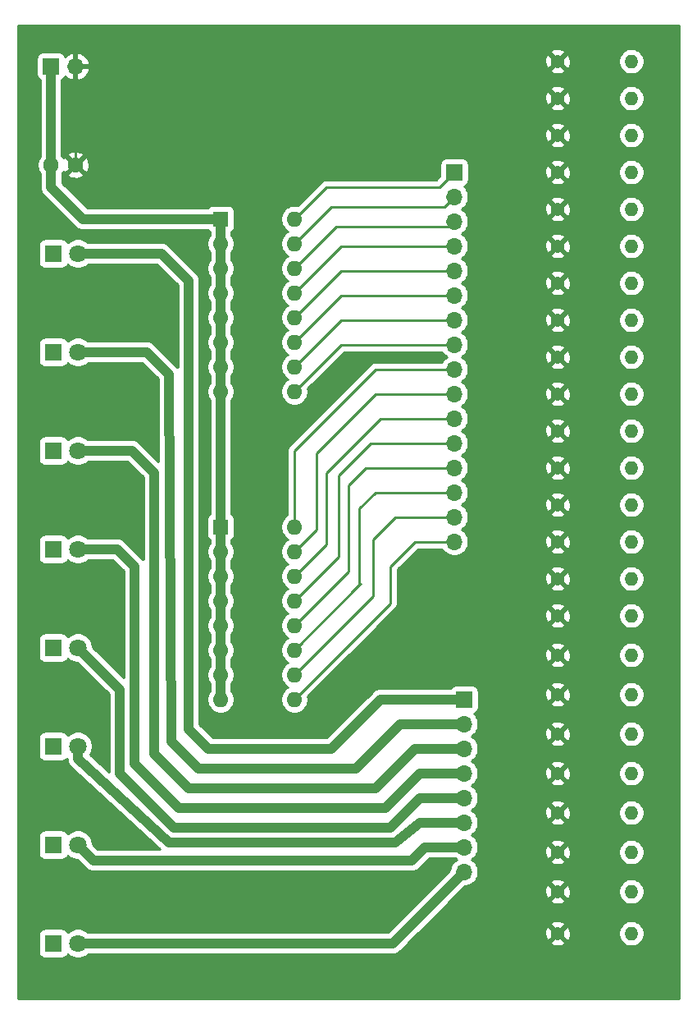
<source format=gbr>
%TF.GenerationSoftware,KiCad,Pcbnew,(5.1.12)-1*%
%TF.CreationDate,2022-08-27T08:41:51-05:00*%
%TF.ProjectId,LeProbe,4c655072-6f62-4652-9e6b-696361645f70,rev?*%
%TF.SameCoordinates,Original*%
%TF.FileFunction,Copper,L1,Top*%
%TF.FilePolarity,Positive*%
%FSLAX46Y46*%
G04 Gerber Fmt 4.6, Leading zero omitted, Abs format (unit mm)*
G04 Created by KiCad (PCBNEW (5.1.12)-1) date 2022-08-27 08:41:51*
%MOMM*%
%LPD*%
G01*
G04 APERTURE LIST*
%TA.AperFunction,ComponentPad*%
%ADD10C,1.600000*%
%TD*%
%TA.AperFunction,ComponentPad*%
%ADD11C,1.800000*%
%TD*%
%TA.AperFunction,ComponentPad*%
%ADD12R,1.800000X1.800000*%
%TD*%
%TA.AperFunction,ComponentPad*%
%ADD13R,1.700000X1.700000*%
%TD*%
%TA.AperFunction,ComponentPad*%
%ADD14O,1.700000X1.700000*%
%TD*%
%TA.AperFunction,ComponentPad*%
%ADD15C,1.400000*%
%TD*%
%TA.AperFunction,ComponentPad*%
%ADD16O,1.400000X1.400000*%
%TD*%
%TA.AperFunction,ComponentPad*%
%ADD17O,1.600000X1.600000*%
%TD*%
%TA.AperFunction,ComponentPad*%
%ADD18R,1.600000X1.600000*%
%TD*%
%TA.AperFunction,ViaPad*%
%ADD19C,0.800000*%
%TD*%
%TA.AperFunction,Conductor*%
%ADD20C,0.250000*%
%TD*%
%TA.AperFunction,Conductor*%
%ADD21C,1.000000*%
%TD*%
%TA.AperFunction,Conductor*%
%ADD22C,0.254000*%
%TD*%
%TA.AperFunction,Conductor*%
%ADD23C,0.100000*%
%TD*%
G04 APERTURE END LIST*
D10*
%TO.P,C1,1*%
%TO.N,GND*%
X87376000Y-45466000D03*
%TO.P,C1,2*%
%TO.N,+5V*%
X84876000Y-45466000D03*
%TD*%
D11*
%TO.P,D8,2*%
%TO.N,Net-(D8-Pad2)*%
X87630000Y-125730000D03*
D12*
%TO.P,D8,1*%
%TO.N,Net-(D8-Pad1)*%
X85090000Y-125730000D03*
%TD*%
D11*
%TO.P,D7,2*%
%TO.N,Net-(D7-Pad2)*%
X87630000Y-115570000D03*
D12*
%TO.P,D7,1*%
%TO.N,Net-(D7-Pad1)*%
X85090000Y-115570000D03*
%TD*%
%TO.P,D6,1*%
%TO.N,Net-(D6-Pad1)*%
X85090000Y-105410000D03*
D11*
%TO.P,D6,2*%
%TO.N,Net-(D6-Pad2)*%
X87630000Y-105410000D03*
%TD*%
D12*
%TO.P,D5,1*%
%TO.N,Net-(D5-Pad1)*%
X85090000Y-95250000D03*
D11*
%TO.P,D5,2*%
%TO.N,Net-(D5-Pad2)*%
X87630000Y-95250000D03*
%TD*%
%TO.P,D4,2*%
%TO.N,Net-(D4-Pad2)*%
X87630000Y-85090000D03*
D12*
%TO.P,D4,1*%
%TO.N,Net-(D4-Pad1)*%
X85090000Y-85090000D03*
%TD*%
%TO.P,D3,1*%
%TO.N,Net-(D3-Pad1)*%
X85090000Y-74930000D03*
D11*
%TO.P,D3,2*%
%TO.N,Net-(D3-Pad2)*%
X87630000Y-74930000D03*
%TD*%
%TO.P,D2,2*%
%TO.N,Net-(D2-Pad2)*%
X87630000Y-64770000D03*
D12*
%TO.P,D2,1*%
%TO.N,Net-(D2-Pad1)*%
X85090000Y-64770000D03*
%TD*%
%TO.P,D1,1*%
%TO.N,Net-(D1-Pad1)*%
X85090000Y-54610000D03*
D11*
%TO.P,D1,2*%
%TO.N,Net-(D1-Pad2)*%
X87630000Y-54610000D03*
%TD*%
D13*
%TO.P,J1,1*%
%TO.N,+5V*%
X84836000Y-35306000D03*
D14*
%TO.P,J1,2*%
%TO.N,GND*%
X87376000Y-35306000D03*
%TD*%
D13*
%TO.P,J2,1*%
%TO.N,Net-(J2-Pad1)*%
X126492000Y-46228000D03*
D14*
%TO.P,J2,2*%
%TO.N,Net-(J2-Pad2)*%
X126492000Y-48768000D03*
%TO.P,J2,3*%
%TO.N,Net-(J2-Pad3)*%
X126492000Y-51308000D03*
%TO.P,J2,4*%
%TO.N,Net-(J2-Pad4)*%
X126492000Y-53848000D03*
%TO.P,J2,5*%
%TO.N,Net-(J2-Pad5)*%
X126492000Y-56388000D03*
%TO.P,J2,6*%
%TO.N,Net-(J2-Pad6)*%
X126492000Y-58928000D03*
%TO.P,J2,7*%
%TO.N,Net-(J2-Pad7)*%
X126492000Y-61468000D03*
%TO.P,J2,8*%
%TO.N,Net-(J2-Pad8)*%
X126492000Y-64008000D03*
%TO.P,J2,9*%
%TO.N,Net-(J2-Pad9)*%
X126492000Y-66548000D03*
%TO.P,J2,10*%
%TO.N,Net-(J2-Pad10)*%
X126492000Y-69088000D03*
%TO.P,J2,11*%
%TO.N,Net-(J2-Pad11)*%
X126492000Y-71628000D03*
%TO.P,J2,12*%
%TO.N,Net-(J2-Pad12)*%
X126492000Y-74168000D03*
%TO.P,J2,13*%
%TO.N,Net-(J2-Pad13)*%
X126492000Y-76708000D03*
%TO.P,J2,14*%
%TO.N,Net-(J2-Pad14)*%
X126492000Y-79248000D03*
%TO.P,J2,15*%
%TO.N,Net-(J2-Pad15)*%
X126492000Y-81788000D03*
%TO.P,J2,16*%
%TO.N,Net-(J2-Pad16)*%
X126492000Y-84328000D03*
%TD*%
D13*
%TO.P,J3,1*%
%TO.N,Net-(D1-Pad2)*%
X127508000Y-100584000D03*
D14*
%TO.P,J3,2*%
%TO.N,Net-(D2-Pad2)*%
X127508000Y-103124000D03*
%TO.P,J3,3*%
%TO.N,Net-(D3-Pad2)*%
X127508000Y-105664000D03*
%TO.P,J3,4*%
%TO.N,Net-(D4-Pad2)*%
X127508000Y-108204000D03*
%TO.P,J3,5*%
%TO.N,Net-(D5-Pad2)*%
X127508000Y-110744000D03*
%TO.P,J3,6*%
%TO.N,Net-(D6-Pad2)*%
X127508000Y-113284000D03*
%TO.P,J3,7*%
%TO.N,Net-(D7-Pad2)*%
X127508000Y-115824000D03*
%TO.P,J3,8*%
%TO.N,Net-(D8-Pad2)*%
X127508000Y-118364000D03*
%TD*%
D15*
%TO.P,R1,1*%
%TO.N,GND*%
X137160000Y-34798000D03*
D16*
%TO.P,R1,2*%
%TO.N,Net-(J2-Pad1)*%
X144780000Y-34798000D03*
%TD*%
%TO.P,R2,2*%
%TO.N,Net-(J2-Pad2)*%
X144780000Y-38608000D03*
D15*
%TO.P,R2,1*%
%TO.N,GND*%
X137160000Y-38608000D03*
%TD*%
%TO.P,R3,1*%
%TO.N,GND*%
X137160000Y-42418000D03*
D16*
%TO.P,R3,2*%
%TO.N,Net-(J2-Pad3)*%
X144780000Y-42418000D03*
%TD*%
%TO.P,R4,2*%
%TO.N,Net-(J2-Pad4)*%
X144780000Y-46228000D03*
D15*
%TO.P,R4,1*%
%TO.N,GND*%
X137160000Y-46228000D03*
%TD*%
%TO.P,R5,1*%
%TO.N,GND*%
X137160000Y-50038000D03*
D16*
%TO.P,R5,2*%
%TO.N,Net-(J2-Pad5)*%
X144780000Y-50038000D03*
%TD*%
%TO.P,R6,2*%
%TO.N,Net-(J2-Pad6)*%
X144780000Y-53848000D03*
D15*
%TO.P,R6,1*%
%TO.N,GND*%
X137160000Y-53848000D03*
%TD*%
%TO.P,R7,1*%
%TO.N,GND*%
X137160000Y-57658000D03*
D16*
%TO.P,R7,2*%
%TO.N,Net-(J2-Pad7)*%
X144780000Y-57658000D03*
%TD*%
%TO.P,R8,2*%
%TO.N,Net-(J2-Pad8)*%
X144780000Y-61468000D03*
D15*
%TO.P,R8,1*%
%TO.N,GND*%
X137160000Y-61468000D03*
%TD*%
%TO.P,R9,1*%
%TO.N,GND*%
X137160000Y-65278000D03*
D16*
%TO.P,R9,2*%
%TO.N,Net-(J2-Pad9)*%
X144780000Y-65278000D03*
%TD*%
%TO.P,R10,2*%
%TO.N,Net-(J2-Pad10)*%
X144780000Y-69088000D03*
D15*
%TO.P,R10,1*%
%TO.N,GND*%
X137160000Y-69088000D03*
%TD*%
%TO.P,R11,1*%
%TO.N,GND*%
X137160000Y-72898000D03*
D16*
%TO.P,R11,2*%
%TO.N,Net-(J2-Pad11)*%
X144780000Y-72898000D03*
%TD*%
%TO.P,R12,2*%
%TO.N,Net-(J2-Pad12)*%
X144780000Y-76708000D03*
D15*
%TO.P,R12,1*%
%TO.N,GND*%
X137160000Y-76708000D03*
%TD*%
%TO.P,R13,1*%
%TO.N,GND*%
X137160000Y-80518000D03*
D16*
%TO.P,R13,2*%
%TO.N,Net-(J2-Pad13)*%
X144780000Y-80518000D03*
%TD*%
%TO.P,R14,2*%
%TO.N,Net-(J2-Pad14)*%
X144780000Y-84328000D03*
D15*
%TO.P,R14,1*%
%TO.N,GND*%
X137160000Y-84328000D03*
%TD*%
%TO.P,R15,1*%
%TO.N,GND*%
X137160000Y-88138000D03*
D16*
%TO.P,R15,2*%
%TO.N,Net-(J2-Pad15)*%
X144780000Y-88138000D03*
%TD*%
%TO.P,R16,2*%
%TO.N,Net-(J2-Pad16)*%
X144780000Y-91948000D03*
D15*
%TO.P,R16,1*%
%TO.N,GND*%
X137160000Y-91948000D03*
%TD*%
D16*
%TO.P,R17,2*%
%TO.N,Net-(D8-Pad1)*%
X144780000Y-124714000D03*
D15*
%TO.P,R17,1*%
%TO.N,GND*%
X137160000Y-124714000D03*
%TD*%
D16*
%TO.P,R18,2*%
%TO.N,Net-(D7-Pad1)*%
X144780000Y-120396000D03*
D15*
%TO.P,R18,1*%
%TO.N,GND*%
X137160000Y-120396000D03*
%TD*%
%TO.P,R19,1*%
%TO.N,GND*%
X137160000Y-116332000D03*
D16*
%TO.P,R19,2*%
%TO.N,Net-(D6-Pad1)*%
X144780000Y-116332000D03*
%TD*%
%TO.P,R20,2*%
%TO.N,Net-(D5-Pad1)*%
X144780000Y-112268000D03*
D15*
%TO.P,R20,1*%
%TO.N,GND*%
X137160000Y-112268000D03*
%TD*%
%TO.P,R21,1*%
%TO.N,GND*%
X137160000Y-108204000D03*
D16*
%TO.P,R21,2*%
%TO.N,Net-(D4-Pad1)*%
X144780000Y-108204000D03*
%TD*%
%TO.P,R22,2*%
%TO.N,Net-(D3-Pad1)*%
X144780000Y-104140000D03*
D15*
%TO.P,R22,1*%
%TO.N,GND*%
X137160000Y-104140000D03*
%TD*%
%TO.P,R23,1*%
%TO.N,GND*%
X137160000Y-100076000D03*
D16*
%TO.P,R23,2*%
%TO.N,Net-(D2-Pad1)*%
X144780000Y-100076000D03*
%TD*%
D15*
%TO.P,R24,1*%
%TO.N,GND*%
X137160000Y-96012000D03*
D16*
%TO.P,R24,2*%
%TO.N,Net-(D1-Pad1)*%
X144780000Y-96012000D03*
%TD*%
D17*
%TO.P,SW1,16*%
%TO.N,Net-(J2-Pad1)*%
X109982000Y-51054000D03*
%TO.P,SW1,8*%
%TO.N,+5V*%
X102362000Y-68834000D03*
%TO.P,SW1,15*%
%TO.N,Net-(J2-Pad2)*%
X109982000Y-53594000D03*
%TO.P,SW1,7*%
%TO.N,+5V*%
X102362000Y-66294000D03*
%TO.P,SW1,14*%
%TO.N,Net-(J2-Pad3)*%
X109982000Y-56134000D03*
%TO.P,SW1,6*%
%TO.N,+5V*%
X102362000Y-63754000D03*
%TO.P,SW1,13*%
%TO.N,Net-(J2-Pad4)*%
X109982000Y-58674000D03*
%TO.P,SW1,5*%
%TO.N,+5V*%
X102362000Y-61214000D03*
%TO.P,SW1,12*%
%TO.N,Net-(J2-Pad5)*%
X109982000Y-61214000D03*
%TO.P,SW1,4*%
%TO.N,+5V*%
X102362000Y-58674000D03*
%TO.P,SW1,11*%
%TO.N,Net-(J2-Pad6)*%
X109982000Y-63754000D03*
%TO.P,SW1,3*%
%TO.N,+5V*%
X102362000Y-56134000D03*
%TO.P,SW1,10*%
%TO.N,Net-(J2-Pad7)*%
X109982000Y-66294000D03*
%TO.P,SW1,2*%
%TO.N,+5V*%
X102362000Y-53594000D03*
%TO.P,SW1,9*%
%TO.N,Net-(J2-Pad8)*%
X109982000Y-68834000D03*
D18*
%TO.P,SW1,1*%
%TO.N,+5V*%
X102362000Y-51054000D03*
%TD*%
%TO.P,SW2,1*%
%TO.N,+5V*%
X102362000Y-82804000D03*
D17*
%TO.P,SW2,9*%
%TO.N,Net-(J2-Pad16)*%
X109982000Y-100584000D03*
%TO.P,SW2,2*%
%TO.N,+5V*%
X102362000Y-85344000D03*
%TO.P,SW2,10*%
%TO.N,Net-(J2-Pad15)*%
X109982000Y-98044000D03*
%TO.P,SW2,3*%
%TO.N,+5V*%
X102362000Y-87884000D03*
%TO.P,SW2,11*%
%TO.N,Net-(J2-Pad14)*%
X109982000Y-95504000D03*
%TO.P,SW2,4*%
%TO.N,+5V*%
X102362000Y-90424000D03*
%TO.P,SW2,12*%
%TO.N,Net-(J2-Pad13)*%
X109982000Y-92964000D03*
%TO.P,SW2,5*%
%TO.N,+5V*%
X102362000Y-92964000D03*
%TO.P,SW2,13*%
%TO.N,Net-(J2-Pad12)*%
X109982000Y-90424000D03*
%TO.P,SW2,6*%
%TO.N,+5V*%
X102362000Y-95504000D03*
%TO.P,SW2,14*%
%TO.N,Net-(J2-Pad11)*%
X109982000Y-87884000D03*
%TO.P,SW2,7*%
%TO.N,+5V*%
X102362000Y-98044000D03*
%TO.P,SW2,15*%
%TO.N,Net-(J2-Pad10)*%
X109982000Y-85344000D03*
%TO.P,SW2,8*%
%TO.N,+5V*%
X102362000Y-100584000D03*
%TO.P,SW2,16*%
%TO.N,Net-(J2-Pad9)*%
X109982000Y-82804000D03*
%TD*%
D19*
%TO.N,GND*%
X97536000Y-33528000D03*
X104140000Y-33528000D03*
X110236000Y-33528000D03*
X116332000Y-33528000D03*
X122428000Y-33528000D03*
%TD*%
D20*
%TO.N,GND*%
X87376000Y-35306000D02*
X87376000Y-45466000D01*
%TO.N,+5V*%
X84836000Y-35306000D02*
X84836000Y-35560000D01*
D21*
X84836000Y-45146002D02*
X84876000Y-45186002D01*
X84876000Y-45186002D02*
X84876000Y-45466000D01*
X84836000Y-35306000D02*
X84836000Y-45146002D01*
X84876000Y-45466000D02*
X84876000Y-47792000D01*
X88138000Y-51054000D02*
X102362000Y-51054000D01*
X84876000Y-47792000D02*
X88138000Y-51054000D01*
X102362000Y-51054000D02*
X102362000Y-53594000D01*
X102362000Y-53594000D02*
X102362000Y-56134000D01*
X102362000Y-56134000D02*
X102362000Y-58674000D01*
X102362000Y-58674000D02*
X102362000Y-61214000D01*
X102362000Y-61214000D02*
X102362000Y-63754000D01*
X102362000Y-63754000D02*
X102362000Y-66294000D01*
X102362000Y-66294000D02*
X102362000Y-68834000D01*
X102362000Y-68834000D02*
X102362000Y-82804000D01*
X102362000Y-82804000D02*
X102362000Y-85344000D01*
X102362000Y-85344000D02*
X102362000Y-87884000D01*
X102362000Y-87884000D02*
X102362000Y-90424000D01*
X102362000Y-90424000D02*
X102362000Y-92964000D01*
X102362000Y-92964000D02*
X102362000Y-95504000D01*
X102362000Y-95504000D02*
X102362000Y-98044000D01*
X102362000Y-98044000D02*
X102362000Y-100584000D01*
%TO.N,Net-(D1-Pad2)*%
X127508000Y-100584000D02*
X118872000Y-100584000D01*
X118872000Y-100584000D02*
X113792000Y-105664000D01*
X113792000Y-105664000D02*
X101092000Y-105664000D01*
X101092000Y-105664000D02*
X99060000Y-103632000D01*
X99060000Y-103632000D02*
X99060000Y-57404000D01*
X96266000Y-54610000D02*
X87630000Y-54610000D01*
X99060000Y-57404000D02*
X96266000Y-54610000D01*
%TO.N,Net-(D2-Pad2)*%
X94742000Y-64770000D02*
X87630000Y-64770000D01*
X97028000Y-67056000D02*
X94742000Y-64770000D01*
X100076000Y-107696000D02*
X97282000Y-104902000D01*
X116332000Y-107696000D02*
X100076000Y-107696000D01*
X97282000Y-104902000D02*
X97028000Y-67056000D01*
X120904000Y-103124000D02*
X116332000Y-107696000D01*
X127508000Y-103124000D02*
X120904000Y-103124000D01*
%TO.N,Net-(D3-Pad2)*%
X127508000Y-105664000D02*
X122428000Y-105664000D01*
X122428000Y-105664000D02*
X118364000Y-109728000D01*
X118364000Y-109728000D02*
X99060000Y-109728000D01*
X99060000Y-109728000D02*
X95504000Y-106172000D01*
X95504000Y-106172000D02*
X95504000Y-77216000D01*
X93218000Y-74930000D02*
X87630000Y-74930000D01*
X95504000Y-77216000D02*
X93218000Y-74930000D01*
%TO.N,Net-(D4-Pad2)*%
X127508000Y-108204000D02*
X122936000Y-108204000D01*
X122936000Y-108204000D02*
X119380000Y-111760000D01*
X119380000Y-111760000D02*
X98044000Y-111760000D01*
X98044000Y-111760000D02*
X93472000Y-107188000D01*
X93472000Y-107188000D02*
X93472000Y-86868000D01*
X91694000Y-85090000D02*
X87630000Y-85090000D01*
X93472000Y-86868000D02*
X91694000Y-85090000D01*
%TO.N,Net-(D5-Pad2)*%
X127508000Y-110744000D02*
X122936000Y-110744000D01*
X122936000Y-110744000D02*
X119888000Y-113792000D01*
X119888000Y-113792000D02*
X97536000Y-113792000D01*
X97536000Y-113792000D02*
X91948000Y-108204000D01*
X91948000Y-99568000D02*
X87630000Y-95250000D01*
X91948000Y-108204000D02*
X91948000Y-99568000D01*
%TO.N,Net-(D6-Pad2)*%
X87630000Y-106682792D02*
X87630000Y-105410000D01*
X120396000Y-115316000D02*
X97028000Y-115316000D01*
X122936000Y-113284000D02*
X120396000Y-115316000D01*
X97028000Y-115316000D02*
X87630000Y-106682792D01*
X127508000Y-113284000D02*
X122936000Y-113284000D01*
%TO.N,Net-(D7-Pad2)*%
X89230001Y-117170001D02*
X87630000Y-115570000D01*
X122097999Y-117170001D02*
X89230001Y-117170001D01*
X123444000Y-115824000D02*
X122097999Y-117170001D01*
X127508000Y-115824000D02*
X123444000Y-115824000D01*
%TO.N,Net-(D8-Pad2)*%
X120142000Y-125730000D02*
X87630000Y-125730000D01*
X127508000Y-118364000D02*
X120142000Y-125730000D01*
D20*
%TO.N,Net-(J2-Pad1)*%
X109982000Y-51054000D02*
X113284000Y-47752000D01*
X124968000Y-47752000D02*
X126492000Y-46228000D01*
X113284000Y-47752000D02*
X124968000Y-47752000D01*
%TO.N,Net-(J2-Pad2)*%
X109982000Y-53594000D02*
X113792000Y-49784000D01*
X125476000Y-49784000D02*
X126492000Y-48768000D01*
X113792000Y-49784000D02*
X125476000Y-49784000D01*
%TO.N,Net-(J2-Pad3)*%
X109982000Y-56134000D02*
X114300000Y-51816000D01*
X125984000Y-51816000D02*
X126492000Y-51308000D01*
X114300000Y-51816000D02*
X125984000Y-51816000D01*
%TO.N,Net-(J2-Pad4)*%
X109982000Y-58674000D02*
X114808000Y-53848000D01*
X114808000Y-53848000D02*
X126492000Y-53848000D01*
%TO.N,Net-(J2-Pad5)*%
X109982000Y-61214000D02*
X114808000Y-56388000D01*
X114808000Y-56388000D02*
X126492000Y-56388000D01*
%TO.N,Net-(J2-Pad6)*%
X109982000Y-63754000D02*
X114808000Y-58928000D01*
X114808000Y-58928000D02*
X126492000Y-58928000D01*
%TO.N,Net-(J2-Pad7)*%
X109982000Y-66294000D02*
X114808000Y-61468000D01*
X114808000Y-61468000D02*
X126492000Y-61468000D01*
%TO.N,Net-(J2-Pad8)*%
X109982000Y-68834000D02*
X114808000Y-64008000D01*
X114808000Y-64008000D02*
X126492000Y-64008000D01*
%TO.N,Net-(J2-Pad9)*%
X109982000Y-82804000D02*
X109982000Y-74930000D01*
X118364000Y-66548000D02*
X126492000Y-66548000D01*
X109982000Y-74930000D02*
X118364000Y-66548000D01*
%TO.N,Net-(J2-Pad10)*%
X109982000Y-85344000D02*
X112268000Y-83058000D01*
X112268000Y-83058000D02*
X112268000Y-75184000D01*
X118364000Y-69088000D02*
X126492000Y-69088000D01*
X112268000Y-75184000D02*
X118364000Y-69088000D01*
%TO.N,Net-(J2-Pad11)*%
X109982000Y-87884000D02*
X113284000Y-84582000D01*
X113284000Y-84582000D02*
X113284000Y-77216000D01*
X118872000Y-71628000D02*
X126492000Y-71628000D01*
X113284000Y-77216000D02*
X118872000Y-71628000D01*
%TO.N,Net-(J2-Pad12)*%
X109982000Y-90424000D02*
X114554000Y-85852000D01*
X114554000Y-85852000D02*
X114554000Y-77470000D01*
X114554000Y-77470000D02*
X117856000Y-74168000D01*
X117856000Y-74168000D02*
X126492000Y-74168000D01*
%TO.N,Net-(J2-Pad13)*%
X109982000Y-92964000D02*
X115570000Y-87376000D01*
X115570000Y-87376000D02*
X115570000Y-78486000D01*
X117348000Y-76708000D02*
X126492000Y-76708000D01*
X115570000Y-78486000D02*
X117348000Y-76708000D01*
%TO.N,Net-(J2-Pad14)*%
X116713000Y-88773000D02*
X116713000Y-80899000D01*
X109982000Y-95504000D02*
X116713000Y-88773000D01*
X116713000Y-88773000D02*
X116840000Y-88646000D01*
X118364000Y-79248000D02*
X126492000Y-79248000D01*
X116713000Y-80899000D02*
X118364000Y-79248000D01*
%TO.N,Net-(J2-Pad15)*%
X109982000Y-98044000D02*
X118110000Y-89916000D01*
X118110000Y-89916000D02*
X118110000Y-84074000D01*
X120396000Y-81788000D02*
X126492000Y-81788000D01*
X118110000Y-84074000D02*
X120396000Y-81788000D01*
%TO.N,Net-(J2-Pad16)*%
X109982000Y-100584000D02*
X119888000Y-90678000D01*
X119888000Y-90678000D02*
X119888000Y-86868000D01*
X122428000Y-84328000D02*
X126492000Y-84328000D01*
X119888000Y-86868000D02*
X122428000Y-84328000D01*
%TD*%
D22*
%TO.N,GND*%
X149708001Y-131420000D02*
X81432000Y-131420000D01*
X81432000Y-53710000D01*
X83551928Y-53710000D01*
X83551928Y-55510000D01*
X83564188Y-55634482D01*
X83600498Y-55754180D01*
X83659463Y-55864494D01*
X83738815Y-55961185D01*
X83835506Y-56040537D01*
X83945820Y-56099502D01*
X84065518Y-56135812D01*
X84190000Y-56148072D01*
X85990000Y-56148072D01*
X86114482Y-56135812D01*
X86234180Y-56099502D01*
X86344494Y-56040537D01*
X86441185Y-55961185D01*
X86520537Y-55864494D01*
X86579502Y-55754180D01*
X86585056Y-55735873D01*
X86651495Y-55802312D01*
X86902905Y-55970299D01*
X87182257Y-56086011D01*
X87478816Y-56145000D01*
X87781184Y-56145000D01*
X88077743Y-56086011D01*
X88357095Y-55970299D01*
X88608505Y-55802312D01*
X88665817Y-55745000D01*
X95795869Y-55745000D01*
X97925001Y-57874134D01*
X97925001Y-66359525D01*
X97902957Y-66333029D01*
X97869988Y-66292856D01*
X97867288Y-66290156D01*
X97829018Y-66244157D01*
X97788443Y-66211311D01*
X95583996Y-64006865D01*
X95548449Y-63963551D01*
X95375623Y-63821716D01*
X95178447Y-63716324D01*
X94964499Y-63651423D01*
X94797752Y-63635000D01*
X94797751Y-63635000D01*
X94742000Y-63629509D01*
X94686249Y-63635000D01*
X88665817Y-63635000D01*
X88608505Y-63577688D01*
X88357095Y-63409701D01*
X88077743Y-63293989D01*
X87781184Y-63235000D01*
X87478816Y-63235000D01*
X87182257Y-63293989D01*
X86902905Y-63409701D01*
X86651495Y-63577688D01*
X86585056Y-63644127D01*
X86579502Y-63625820D01*
X86520537Y-63515506D01*
X86441185Y-63418815D01*
X86344494Y-63339463D01*
X86234180Y-63280498D01*
X86114482Y-63244188D01*
X85990000Y-63231928D01*
X84190000Y-63231928D01*
X84065518Y-63244188D01*
X83945820Y-63280498D01*
X83835506Y-63339463D01*
X83738815Y-63418815D01*
X83659463Y-63515506D01*
X83600498Y-63625820D01*
X83564188Y-63745518D01*
X83551928Y-63870000D01*
X83551928Y-65670000D01*
X83564188Y-65794482D01*
X83600498Y-65914180D01*
X83659463Y-66024494D01*
X83738815Y-66121185D01*
X83835506Y-66200537D01*
X83945820Y-66259502D01*
X84065518Y-66295812D01*
X84190000Y-66308072D01*
X85990000Y-66308072D01*
X86114482Y-66295812D01*
X86234180Y-66259502D01*
X86344494Y-66200537D01*
X86441185Y-66121185D01*
X86520537Y-66024494D01*
X86579502Y-65914180D01*
X86585056Y-65895873D01*
X86651495Y-65962312D01*
X86902905Y-66130299D01*
X87182257Y-66246011D01*
X87478816Y-66305000D01*
X87781184Y-66305000D01*
X88077743Y-66246011D01*
X88357095Y-66130299D01*
X88608505Y-65962312D01*
X88665817Y-65905000D01*
X94271869Y-65905000D01*
X95896151Y-67529283D01*
X95953406Y-76060275D01*
X94059996Y-74166865D01*
X94024449Y-74123551D01*
X93851623Y-73981716D01*
X93654447Y-73876324D01*
X93440499Y-73811423D01*
X93273752Y-73795000D01*
X93273751Y-73795000D01*
X93218000Y-73789509D01*
X93162249Y-73795000D01*
X88665817Y-73795000D01*
X88608505Y-73737688D01*
X88357095Y-73569701D01*
X88077743Y-73453989D01*
X87781184Y-73395000D01*
X87478816Y-73395000D01*
X87182257Y-73453989D01*
X86902905Y-73569701D01*
X86651495Y-73737688D01*
X86585056Y-73804127D01*
X86579502Y-73785820D01*
X86520537Y-73675506D01*
X86441185Y-73578815D01*
X86344494Y-73499463D01*
X86234180Y-73440498D01*
X86114482Y-73404188D01*
X85990000Y-73391928D01*
X84190000Y-73391928D01*
X84065518Y-73404188D01*
X83945820Y-73440498D01*
X83835506Y-73499463D01*
X83738815Y-73578815D01*
X83659463Y-73675506D01*
X83600498Y-73785820D01*
X83564188Y-73905518D01*
X83551928Y-74030000D01*
X83551928Y-75830000D01*
X83564188Y-75954482D01*
X83600498Y-76074180D01*
X83659463Y-76184494D01*
X83738815Y-76281185D01*
X83835506Y-76360537D01*
X83945820Y-76419502D01*
X84065518Y-76455812D01*
X84190000Y-76468072D01*
X85990000Y-76468072D01*
X86114482Y-76455812D01*
X86234180Y-76419502D01*
X86344494Y-76360537D01*
X86441185Y-76281185D01*
X86520537Y-76184494D01*
X86579502Y-76074180D01*
X86585056Y-76055873D01*
X86651495Y-76122312D01*
X86902905Y-76290299D01*
X87182257Y-76406011D01*
X87478816Y-76465000D01*
X87781184Y-76465000D01*
X88077743Y-76406011D01*
X88357095Y-76290299D01*
X88608505Y-76122312D01*
X88665817Y-76065000D01*
X92747869Y-76065000D01*
X94369001Y-77686133D01*
X94369001Y-86171888D01*
X94313989Y-86104856D01*
X94313987Y-86104854D01*
X94278449Y-86061551D01*
X94235146Y-86026013D01*
X92535995Y-84326864D01*
X92500449Y-84283551D01*
X92327623Y-84141716D01*
X92130447Y-84036324D01*
X91916499Y-83971423D01*
X91749752Y-83955000D01*
X91749751Y-83955000D01*
X91694000Y-83949509D01*
X91638249Y-83955000D01*
X88665817Y-83955000D01*
X88608505Y-83897688D01*
X88357095Y-83729701D01*
X88077743Y-83613989D01*
X87781184Y-83555000D01*
X87478816Y-83555000D01*
X87182257Y-83613989D01*
X86902905Y-83729701D01*
X86651495Y-83897688D01*
X86585056Y-83964127D01*
X86579502Y-83945820D01*
X86520537Y-83835506D01*
X86441185Y-83738815D01*
X86344494Y-83659463D01*
X86234180Y-83600498D01*
X86114482Y-83564188D01*
X85990000Y-83551928D01*
X84190000Y-83551928D01*
X84065518Y-83564188D01*
X83945820Y-83600498D01*
X83835506Y-83659463D01*
X83738815Y-83738815D01*
X83659463Y-83835506D01*
X83600498Y-83945820D01*
X83564188Y-84065518D01*
X83551928Y-84190000D01*
X83551928Y-85990000D01*
X83564188Y-86114482D01*
X83600498Y-86234180D01*
X83659463Y-86344494D01*
X83738815Y-86441185D01*
X83835506Y-86520537D01*
X83945820Y-86579502D01*
X84065518Y-86615812D01*
X84190000Y-86628072D01*
X85990000Y-86628072D01*
X86114482Y-86615812D01*
X86234180Y-86579502D01*
X86344494Y-86520537D01*
X86441185Y-86441185D01*
X86520537Y-86344494D01*
X86579502Y-86234180D01*
X86585056Y-86215873D01*
X86651495Y-86282312D01*
X86902905Y-86450299D01*
X87182257Y-86566011D01*
X87478816Y-86625000D01*
X87781184Y-86625000D01*
X88077743Y-86566011D01*
X88357095Y-86450299D01*
X88608505Y-86282312D01*
X88665817Y-86225000D01*
X91223869Y-86225000D01*
X92337001Y-87338134D01*
X92337000Y-98351869D01*
X89165000Y-95179869D01*
X89165000Y-95098816D01*
X89106011Y-94802257D01*
X88990299Y-94522905D01*
X88822312Y-94271495D01*
X88608505Y-94057688D01*
X88357095Y-93889701D01*
X88077743Y-93773989D01*
X87781184Y-93715000D01*
X87478816Y-93715000D01*
X87182257Y-93773989D01*
X86902905Y-93889701D01*
X86651495Y-94057688D01*
X86585056Y-94124127D01*
X86579502Y-94105820D01*
X86520537Y-93995506D01*
X86441185Y-93898815D01*
X86344494Y-93819463D01*
X86234180Y-93760498D01*
X86114482Y-93724188D01*
X85990000Y-93711928D01*
X84190000Y-93711928D01*
X84065518Y-93724188D01*
X83945820Y-93760498D01*
X83835506Y-93819463D01*
X83738815Y-93898815D01*
X83659463Y-93995506D01*
X83600498Y-94105820D01*
X83564188Y-94225518D01*
X83551928Y-94350000D01*
X83551928Y-96150000D01*
X83564188Y-96274482D01*
X83600498Y-96394180D01*
X83659463Y-96504494D01*
X83738815Y-96601185D01*
X83835506Y-96680537D01*
X83945820Y-96739502D01*
X84065518Y-96775812D01*
X84190000Y-96788072D01*
X85990000Y-96788072D01*
X86114482Y-96775812D01*
X86234180Y-96739502D01*
X86344494Y-96680537D01*
X86441185Y-96601185D01*
X86520537Y-96504494D01*
X86579502Y-96394180D01*
X86585056Y-96375873D01*
X86651495Y-96442312D01*
X86902905Y-96610299D01*
X87182257Y-96726011D01*
X87478816Y-96785000D01*
X87559869Y-96785000D01*
X90813001Y-100038133D01*
X90813000Y-108065560D01*
X88885095Y-106294544D01*
X88990299Y-106137095D01*
X89106011Y-105857743D01*
X89165000Y-105561184D01*
X89165000Y-105258816D01*
X89106011Y-104962257D01*
X88990299Y-104682905D01*
X88822312Y-104431495D01*
X88608505Y-104217688D01*
X88357095Y-104049701D01*
X88077743Y-103933989D01*
X87781184Y-103875000D01*
X87478816Y-103875000D01*
X87182257Y-103933989D01*
X86902905Y-104049701D01*
X86651495Y-104217688D01*
X86585056Y-104284127D01*
X86579502Y-104265820D01*
X86520537Y-104155506D01*
X86441185Y-104058815D01*
X86344494Y-103979463D01*
X86234180Y-103920498D01*
X86114482Y-103884188D01*
X85990000Y-103871928D01*
X84190000Y-103871928D01*
X84065518Y-103884188D01*
X83945820Y-103920498D01*
X83835506Y-103979463D01*
X83738815Y-104058815D01*
X83659463Y-104155506D01*
X83600498Y-104265820D01*
X83564188Y-104385518D01*
X83551928Y-104510000D01*
X83551928Y-106310000D01*
X83564188Y-106434482D01*
X83600498Y-106554180D01*
X83659463Y-106664494D01*
X83738815Y-106761185D01*
X83835506Y-106840537D01*
X83945820Y-106899502D01*
X84065518Y-106935812D01*
X84190000Y-106948072D01*
X85990000Y-106948072D01*
X86114482Y-106935812D01*
X86234180Y-106899502D01*
X86344494Y-106840537D01*
X86441185Y-106761185D01*
X86492336Y-106698858D01*
X86490534Y-106731122D01*
X86502823Y-106817974D01*
X86511423Y-106905290D01*
X86518461Y-106928491D01*
X86521857Y-106952492D01*
X86550857Y-107035286D01*
X86576324Y-107119238D01*
X86587752Y-107140619D01*
X86595766Y-107163498D01*
X86640356Y-107239035D01*
X86681716Y-107316415D01*
X86697098Y-107335158D01*
X86709419Y-107356030D01*
X86767881Y-107421407D01*
X86823551Y-107489241D01*
X86885494Y-107540077D01*
X96132959Y-116035001D01*
X89700133Y-116035001D01*
X89165000Y-115499869D01*
X89165000Y-115418816D01*
X89106011Y-115122257D01*
X88990299Y-114842905D01*
X88822312Y-114591495D01*
X88608505Y-114377688D01*
X88357095Y-114209701D01*
X88077743Y-114093989D01*
X87781184Y-114035000D01*
X87478816Y-114035000D01*
X87182257Y-114093989D01*
X86902905Y-114209701D01*
X86651495Y-114377688D01*
X86585056Y-114444127D01*
X86579502Y-114425820D01*
X86520537Y-114315506D01*
X86441185Y-114218815D01*
X86344494Y-114139463D01*
X86234180Y-114080498D01*
X86114482Y-114044188D01*
X85990000Y-114031928D01*
X84190000Y-114031928D01*
X84065518Y-114044188D01*
X83945820Y-114080498D01*
X83835506Y-114139463D01*
X83738815Y-114218815D01*
X83659463Y-114315506D01*
X83600498Y-114425820D01*
X83564188Y-114545518D01*
X83551928Y-114670000D01*
X83551928Y-116470000D01*
X83564188Y-116594482D01*
X83600498Y-116714180D01*
X83659463Y-116824494D01*
X83738815Y-116921185D01*
X83835506Y-117000537D01*
X83945820Y-117059502D01*
X84065518Y-117095812D01*
X84190000Y-117108072D01*
X85990000Y-117108072D01*
X86114482Y-117095812D01*
X86234180Y-117059502D01*
X86344494Y-117000537D01*
X86441185Y-116921185D01*
X86520537Y-116824494D01*
X86579502Y-116714180D01*
X86585056Y-116695873D01*
X86651495Y-116762312D01*
X86902905Y-116930299D01*
X87182257Y-117046011D01*
X87478816Y-117105000D01*
X87559869Y-117105000D01*
X88388010Y-117933141D01*
X88423552Y-117976450D01*
X88596378Y-118118285D01*
X88793554Y-118223677D01*
X88957706Y-118273472D01*
X89007501Y-118288578D01*
X89230000Y-118310492D01*
X89285752Y-118305001D01*
X122042248Y-118305001D01*
X122097999Y-118310492D01*
X122153750Y-118305001D01*
X122153751Y-118305001D01*
X122320498Y-118288578D01*
X122534446Y-118223677D01*
X122731622Y-118118285D01*
X122904448Y-117976450D01*
X122939995Y-117933136D01*
X123914132Y-116959000D01*
X126542893Y-116959000D01*
X126561368Y-116977475D01*
X126735760Y-117094000D01*
X126561368Y-117210525D01*
X126354525Y-117417368D01*
X126192010Y-117660589D01*
X126080068Y-117930842D01*
X126023000Y-118217740D01*
X126023000Y-118243868D01*
X119671869Y-124595000D01*
X88665817Y-124595000D01*
X88608505Y-124537688D01*
X88357095Y-124369701D01*
X88077743Y-124253989D01*
X87781184Y-124195000D01*
X87478816Y-124195000D01*
X87182257Y-124253989D01*
X86902905Y-124369701D01*
X86651495Y-124537688D01*
X86585056Y-124604127D01*
X86579502Y-124585820D01*
X86520537Y-124475506D01*
X86441185Y-124378815D01*
X86344494Y-124299463D01*
X86234180Y-124240498D01*
X86114482Y-124204188D01*
X85990000Y-124191928D01*
X84190000Y-124191928D01*
X84065518Y-124204188D01*
X83945820Y-124240498D01*
X83835506Y-124299463D01*
X83738815Y-124378815D01*
X83659463Y-124475506D01*
X83600498Y-124585820D01*
X83564188Y-124705518D01*
X83551928Y-124830000D01*
X83551928Y-126630000D01*
X83564188Y-126754482D01*
X83600498Y-126874180D01*
X83659463Y-126984494D01*
X83738815Y-127081185D01*
X83835506Y-127160537D01*
X83945820Y-127219502D01*
X84065518Y-127255812D01*
X84190000Y-127268072D01*
X85990000Y-127268072D01*
X86114482Y-127255812D01*
X86234180Y-127219502D01*
X86344494Y-127160537D01*
X86441185Y-127081185D01*
X86520537Y-126984494D01*
X86579502Y-126874180D01*
X86585056Y-126855873D01*
X86651495Y-126922312D01*
X86902905Y-127090299D01*
X87182257Y-127206011D01*
X87478816Y-127265000D01*
X87781184Y-127265000D01*
X88077743Y-127206011D01*
X88357095Y-127090299D01*
X88608505Y-126922312D01*
X88665817Y-126865000D01*
X120086249Y-126865000D01*
X120142000Y-126870491D01*
X120197751Y-126865000D01*
X120197752Y-126865000D01*
X120364499Y-126848577D01*
X120578447Y-126783676D01*
X120775623Y-126678284D01*
X120948449Y-126536449D01*
X120983996Y-126493135D01*
X121841862Y-125635269D01*
X136418336Y-125635269D01*
X136477797Y-125869037D01*
X136716242Y-125979934D01*
X136971740Y-126042183D01*
X137234473Y-126053390D01*
X137494344Y-126013125D01*
X137741366Y-125922935D01*
X137842203Y-125869037D01*
X137901664Y-125635269D01*
X137160000Y-124893605D01*
X136418336Y-125635269D01*
X121841862Y-125635269D01*
X122688658Y-124788473D01*
X135820610Y-124788473D01*
X135860875Y-125048344D01*
X135951065Y-125295366D01*
X136004963Y-125396203D01*
X136238731Y-125455664D01*
X136980395Y-124714000D01*
X137339605Y-124714000D01*
X138081269Y-125455664D01*
X138315037Y-125396203D01*
X138425934Y-125157758D01*
X138488183Y-124902260D01*
X138499390Y-124639527D01*
X138490557Y-124582514D01*
X143445000Y-124582514D01*
X143445000Y-124845486D01*
X143496304Y-125103405D01*
X143596939Y-125346359D01*
X143743038Y-125565013D01*
X143928987Y-125750962D01*
X144147641Y-125897061D01*
X144390595Y-125997696D01*
X144648514Y-126049000D01*
X144911486Y-126049000D01*
X145169405Y-125997696D01*
X145412359Y-125897061D01*
X145631013Y-125750962D01*
X145816962Y-125565013D01*
X145963061Y-125346359D01*
X146063696Y-125103405D01*
X146115000Y-124845486D01*
X146115000Y-124582514D01*
X146063696Y-124324595D01*
X145963061Y-124081641D01*
X145816962Y-123862987D01*
X145631013Y-123677038D01*
X145412359Y-123530939D01*
X145169405Y-123430304D01*
X144911486Y-123379000D01*
X144648514Y-123379000D01*
X144390595Y-123430304D01*
X144147641Y-123530939D01*
X143928987Y-123677038D01*
X143743038Y-123862987D01*
X143596939Y-124081641D01*
X143496304Y-124324595D01*
X143445000Y-124582514D01*
X138490557Y-124582514D01*
X138459125Y-124379656D01*
X138368935Y-124132634D01*
X138315037Y-124031797D01*
X138081269Y-123972336D01*
X137339605Y-124714000D01*
X136980395Y-124714000D01*
X136238731Y-123972336D01*
X136004963Y-124031797D01*
X135894066Y-124270242D01*
X135831817Y-124525740D01*
X135820610Y-124788473D01*
X122688658Y-124788473D01*
X123684400Y-123792731D01*
X136418336Y-123792731D01*
X137160000Y-124534395D01*
X137901664Y-123792731D01*
X137842203Y-123558963D01*
X137603758Y-123448066D01*
X137348260Y-123385817D01*
X137085527Y-123374610D01*
X136825656Y-123414875D01*
X136578634Y-123505065D01*
X136477797Y-123558963D01*
X136418336Y-123792731D01*
X123684400Y-123792731D01*
X126159862Y-121317269D01*
X136418336Y-121317269D01*
X136477797Y-121551037D01*
X136716242Y-121661934D01*
X136971740Y-121724183D01*
X137234473Y-121735390D01*
X137494344Y-121695125D01*
X137741366Y-121604935D01*
X137842203Y-121551037D01*
X137901664Y-121317269D01*
X137160000Y-120575605D01*
X136418336Y-121317269D01*
X126159862Y-121317269D01*
X127006658Y-120470473D01*
X135820610Y-120470473D01*
X135860875Y-120730344D01*
X135951065Y-120977366D01*
X136004963Y-121078203D01*
X136238731Y-121137664D01*
X136980395Y-120396000D01*
X137339605Y-120396000D01*
X138081269Y-121137664D01*
X138315037Y-121078203D01*
X138425934Y-120839758D01*
X138488183Y-120584260D01*
X138499390Y-120321527D01*
X138490557Y-120264514D01*
X143445000Y-120264514D01*
X143445000Y-120527486D01*
X143496304Y-120785405D01*
X143596939Y-121028359D01*
X143743038Y-121247013D01*
X143928987Y-121432962D01*
X144147641Y-121579061D01*
X144390595Y-121679696D01*
X144648514Y-121731000D01*
X144911486Y-121731000D01*
X145169405Y-121679696D01*
X145412359Y-121579061D01*
X145631013Y-121432962D01*
X145816962Y-121247013D01*
X145963061Y-121028359D01*
X146063696Y-120785405D01*
X146115000Y-120527486D01*
X146115000Y-120264514D01*
X146063696Y-120006595D01*
X145963061Y-119763641D01*
X145816962Y-119544987D01*
X145631013Y-119359038D01*
X145412359Y-119212939D01*
X145169405Y-119112304D01*
X144911486Y-119061000D01*
X144648514Y-119061000D01*
X144390595Y-119112304D01*
X144147641Y-119212939D01*
X143928987Y-119359038D01*
X143743038Y-119544987D01*
X143596939Y-119763641D01*
X143496304Y-120006595D01*
X143445000Y-120264514D01*
X138490557Y-120264514D01*
X138459125Y-120061656D01*
X138368935Y-119814634D01*
X138315037Y-119713797D01*
X138081269Y-119654336D01*
X137339605Y-120396000D01*
X136980395Y-120396000D01*
X136238731Y-119654336D01*
X136004963Y-119713797D01*
X135894066Y-119952242D01*
X135831817Y-120207740D01*
X135820610Y-120470473D01*
X127006658Y-120470473D01*
X127628132Y-119849000D01*
X127654260Y-119849000D01*
X127941158Y-119791932D01*
X128211411Y-119679990D01*
X128454632Y-119517475D01*
X128497376Y-119474731D01*
X136418336Y-119474731D01*
X137160000Y-120216395D01*
X137901664Y-119474731D01*
X137842203Y-119240963D01*
X137603758Y-119130066D01*
X137348260Y-119067817D01*
X137085527Y-119056610D01*
X136825656Y-119096875D01*
X136578634Y-119187065D01*
X136477797Y-119240963D01*
X136418336Y-119474731D01*
X128497376Y-119474731D01*
X128661475Y-119310632D01*
X128823990Y-119067411D01*
X128935932Y-118797158D01*
X128993000Y-118510260D01*
X128993000Y-118217740D01*
X128935932Y-117930842D01*
X128823990Y-117660589D01*
X128661475Y-117417368D01*
X128497376Y-117253269D01*
X136418336Y-117253269D01*
X136477797Y-117487037D01*
X136716242Y-117597934D01*
X136971740Y-117660183D01*
X137234473Y-117671390D01*
X137494344Y-117631125D01*
X137741366Y-117540935D01*
X137842203Y-117487037D01*
X137901664Y-117253269D01*
X137160000Y-116511605D01*
X136418336Y-117253269D01*
X128497376Y-117253269D01*
X128454632Y-117210525D01*
X128280240Y-117094000D01*
X128454632Y-116977475D01*
X128661475Y-116770632D01*
X128823990Y-116527411D01*
X128874083Y-116406473D01*
X135820610Y-116406473D01*
X135860875Y-116666344D01*
X135951065Y-116913366D01*
X136004963Y-117014203D01*
X136238731Y-117073664D01*
X136980395Y-116332000D01*
X137339605Y-116332000D01*
X138081269Y-117073664D01*
X138315037Y-117014203D01*
X138425934Y-116775758D01*
X138488183Y-116520260D01*
X138499390Y-116257527D01*
X138490557Y-116200514D01*
X143445000Y-116200514D01*
X143445000Y-116463486D01*
X143496304Y-116721405D01*
X143596939Y-116964359D01*
X143743038Y-117183013D01*
X143928987Y-117368962D01*
X144147641Y-117515061D01*
X144390595Y-117615696D01*
X144648514Y-117667000D01*
X144911486Y-117667000D01*
X145169405Y-117615696D01*
X145412359Y-117515061D01*
X145631013Y-117368962D01*
X145816962Y-117183013D01*
X145963061Y-116964359D01*
X146063696Y-116721405D01*
X146115000Y-116463486D01*
X146115000Y-116200514D01*
X146063696Y-115942595D01*
X145963061Y-115699641D01*
X145816962Y-115480987D01*
X145631013Y-115295038D01*
X145412359Y-115148939D01*
X145169405Y-115048304D01*
X144911486Y-114997000D01*
X144648514Y-114997000D01*
X144390595Y-115048304D01*
X144147641Y-115148939D01*
X143928987Y-115295038D01*
X143743038Y-115480987D01*
X143596939Y-115699641D01*
X143496304Y-115942595D01*
X143445000Y-116200514D01*
X138490557Y-116200514D01*
X138459125Y-115997656D01*
X138368935Y-115750634D01*
X138315037Y-115649797D01*
X138081269Y-115590336D01*
X137339605Y-116332000D01*
X136980395Y-116332000D01*
X136238731Y-115590336D01*
X136004963Y-115649797D01*
X135894066Y-115888242D01*
X135831817Y-116143740D01*
X135820610Y-116406473D01*
X128874083Y-116406473D01*
X128935932Y-116257158D01*
X128993000Y-115970260D01*
X128993000Y-115677740D01*
X128939889Y-115410731D01*
X136418336Y-115410731D01*
X137160000Y-116152395D01*
X137901664Y-115410731D01*
X137842203Y-115176963D01*
X137603758Y-115066066D01*
X137348260Y-115003817D01*
X137085527Y-114992610D01*
X136825656Y-115032875D01*
X136578634Y-115123065D01*
X136477797Y-115176963D01*
X136418336Y-115410731D01*
X128939889Y-115410731D01*
X128935932Y-115390842D01*
X128823990Y-115120589D01*
X128661475Y-114877368D01*
X128454632Y-114670525D01*
X128280240Y-114554000D01*
X128454632Y-114437475D01*
X128661475Y-114230632D01*
X128823990Y-113987411D01*
X128935932Y-113717158D01*
X128993000Y-113430260D01*
X128993000Y-113189269D01*
X136418336Y-113189269D01*
X136477797Y-113423037D01*
X136716242Y-113533934D01*
X136971740Y-113596183D01*
X137234473Y-113607390D01*
X137494344Y-113567125D01*
X137741366Y-113476935D01*
X137842203Y-113423037D01*
X137901664Y-113189269D01*
X137160000Y-112447605D01*
X136418336Y-113189269D01*
X128993000Y-113189269D01*
X128993000Y-113137740D01*
X128935932Y-112850842D01*
X128823990Y-112580589D01*
X128664887Y-112342473D01*
X135820610Y-112342473D01*
X135860875Y-112602344D01*
X135951065Y-112849366D01*
X136004963Y-112950203D01*
X136238731Y-113009664D01*
X136980395Y-112268000D01*
X137339605Y-112268000D01*
X138081269Y-113009664D01*
X138315037Y-112950203D01*
X138425934Y-112711758D01*
X138488183Y-112456260D01*
X138499390Y-112193527D01*
X138490557Y-112136514D01*
X143445000Y-112136514D01*
X143445000Y-112399486D01*
X143496304Y-112657405D01*
X143596939Y-112900359D01*
X143743038Y-113119013D01*
X143928987Y-113304962D01*
X144147641Y-113451061D01*
X144390595Y-113551696D01*
X144648514Y-113603000D01*
X144911486Y-113603000D01*
X145169405Y-113551696D01*
X145412359Y-113451061D01*
X145631013Y-113304962D01*
X145816962Y-113119013D01*
X145963061Y-112900359D01*
X146063696Y-112657405D01*
X146115000Y-112399486D01*
X146115000Y-112136514D01*
X146063696Y-111878595D01*
X145963061Y-111635641D01*
X145816962Y-111416987D01*
X145631013Y-111231038D01*
X145412359Y-111084939D01*
X145169405Y-110984304D01*
X144911486Y-110933000D01*
X144648514Y-110933000D01*
X144390595Y-110984304D01*
X144147641Y-111084939D01*
X143928987Y-111231038D01*
X143743038Y-111416987D01*
X143596939Y-111635641D01*
X143496304Y-111878595D01*
X143445000Y-112136514D01*
X138490557Y-112136514D01*
X138459125Y-111933656D01*
X138368935Y-111686634D01*
X138315037Y-111585797D01*
X138081269Y-111526336D01*
X137339605Y-112268000D01*
X136980395Y-112268000D01*
X136238731Y-111526336D01*
X136004963Y-111585797D01*
X135894066Y-111824242D01*
X135831817Y-112079740D01*
X135820610Y-112342473D01*
X128664887Y-112342473D01*
X128661475Y-112337368D01*
X128454632Y-112130525D01*
X128280240Y-112014000D01*
X128454632Y-111897475D01*
X128661475Y-111690632D01*
X128823990Y-111447411D01*
X128865692Y-111346731D01*
X136418336Y-111346731D01*
X137160000Y-112088395D01*
X137901664Y-111346731D01*
X137842203Y-111112963D01*
X137603758Y-111002066D01*
X137348260Y-110939817D01*
X137085527Y-110928610D01*
X136825656Y-110968875D01*
X136578634Y-111059065D01*
X136477797Y-111112963D01*
X136418336Y-111346731D01*
X128865692Y-111346731D01*
X128935932Y-111177158D01*
X128993000Y-110890260D01*
X128993000Y-110597740D01*
X128935932Y-110310842D01*
X128823990Y-110040589D01*
X128661475Y-109797368D01*
X128454632Y-109590525D01*
X128280240Y-109474000D01*
X128454632Y-109357475D01*
X128661475Y-109150632D01*
X128678422Y-109125269D01*
X136418336Y-109125269D01*
X136477797Y-109359037D01*
X136716242Y-109469934D01*
X136971740Y-109532183D01*
X137234473Y-109543390D01*
X137494344Y-109503125D01*
X137741366Y-109412935D01*
X137842203Y-109359037D01*
X137901664Y-109125269D01*
X137160000Y-108383605D01*
X136418336Y-109125269D01*
X128678422Y-109125269D01*
X128823990Y-108907411D01*
X128935932Y-108637158D01*
X128993000Y-108350260D01*
X128993000Y-108278473D01*
X135820610Y-108278473D01*
X135860875Y-108538344D01*
X135951065Y-108785366D01*
X136004963Y-108886203D01*
X136238731Y-108945664D01*
X136980395Y-108204000D01*
X137339605Y-108204000D01*
X138081269Y-108945664D01*
X138315037Y-108886203D01*
X138425934Y-108647758D01*
X138488183Y-108392260D01*
X138499390Y-108129527D01*
X138490557Y-108072514D01*
X143445000Y-108072514D01*
X143445000Y-108335486D01*
X143496304Y-108593405D01*
X143596939Y-108836359D01*
X143743038Y-109055013D01*
X143928987Y-109240962D01*
X144147641Y-109387061D01*
X144390595Y-109487696D01*
X144648514Y-109539000D01*
X144911486Y-109539000D01*
X145169405Y-109487696D01*
X145412359Y-109387061D01*
X145631013Y-109240962D01*
X145816962Y-109055013D01*
X145963061Y-108836359D01*
X146063696Y-108593405D01*
X146115000Y-108335486D01*
X146115000Y-108072514D01*
X146063696Y-107814595D01*
X145963061Y-107571641D01*
X145816962Y-107352987D01*
X145631013Y-107167038D01*
X145412359Y-107020939D01*
X145169405Y-106920304D01*
X144911486Y-106869000D01*
X144648514Y-106869000D01*
X144390595Y-106920304D01*
X144147641Y-107020939D01*
X143928987Y-107167038D01*
X143743038Y-107352987D01*
X143596939Y-107571641D01*
X143496304Y-107814595D01*
X143445000Y-108072514D01*
X138490557Y-108072514D01*
X138459125Y-107869656D01*
X138368935Y-107622634D01*
X138315037Y-107521797D01*
X138081269Y-107462336D01*
X137339605Y-108204000D01*
X136980395Y-108204000D01*
X136238731Y-107462336D01*
X136004963Y-107521797D01*
X135894066Y-107760242D01*
X135831817Y-108015740D01*
X135820610Y-108278473D01*
X128993000Y-108278473D01*
X128993000Y-108057740D01*
X128935932Y-107770842D01*
X128823990Y-107500589D01*
X128678423Y-107282731D01*
X136418336Y-107282731D01*
X137160000Y-108024395D01*
X137901664Y-107282731D01*
X137842203Y-107048963D01*
X137603758Y-106938066D01*
X137348260Y-106875817D01*
X137085527Y-106864610D01*
X136825656Y-106904875D01*
X136578634Y-106995065D01*
X136477797Y-107048963D01*
X136418336Y-107282731D01*
X128678423Y-107282731D01*
X128661475Y-107257368D01*
X128454632Y-107050525D01*
X128280240Y-106934000D01*
X128454632Y-106817475D01*
X128661475Y-106610632D01*
X128823990Y-106367411D01*
X128935932Y-106097158D01*
X128993000Y-105810260D01*
X128993000Y-105517740D01*
X128935932Y-105230842D01*
X128865693Y-105061269D01*
X136418336Y-105061269D01*
X136477797Y-105295037D01*
X136716242Y-105405934D01*
X136971740Y-105468183D01*
X137234473Y-105479390D01*
X137494344Y-105439125D01*
X137741366Y-105348935D01*
X137842203Y-105295037D01*
X137901664Y-105061269D01*
X137160000Y-104319605D01*
X136418336Y-105061269D01*
X128865693Y-105061269D01*
X128823990Y-104960589D01*
X128661475Y-104717368D01*
X128454632Y-104510525D01*
X128280240Y-104394000D01*
X128454632Y-104277475D01*
X128517634Y-104214473D01*
X135820610Y-104214473D01*
X135860875Y-104474344D01*
X135951065Y-104721366D01*
X136004963Y-104822203D01*
X136238731Y-104881664D01*
X136980395Y-104140000D01*
X137339605Y-104140000D01*
X138081269Y-104881664D01*
X138315037Y-104822203D01*
X138425934Y-104583758D01*
X138488183Y-104328260D01*
X138499390Y-104065527D01*
X138490557Y-104008514D01*
X143445000Y-104008514D01*
X143445000Y-104271486D01*
X143496304Y-104529405D01*
X143596939Y-104772359D01*
X143743038Y-104991013D01*
X143928987Y-105176962D01*
X144147641Y-105323061D01*
X144390595Y-105423696D01*
X144648514Y-105475000D01*
X144911486Y-105475000D01*
X145169405Y-105423696D01*
X145412359Y-105323061D01*
X145631013Y-105176962D01*
X145816962Y-104991013D01*
X145963061Y-104772359D01*
X146063696Y-104529405D01*
X146115000Y-104271486D01*
X146115000Y-104008514D01*
X146063696Y-103750595D01*
X145963061Y-103507641D01*
X145816962Y-103288987D01*
X145631013Y-103103038D01*
X145412359Y-102956939D01*
X145169405Y-102856304D01*
X144911486Y-102805000D01*
X144648514Y-102805000D01*
X144390595Y-102856304D01*
X144147641Y-102956939D01*
X143928987Y-103103038D01*
X143743038Y-103288987D01*
X143596939Y-103507641D01*
X143496304Y-103750595D01*
X143445000Y-104008514D01*
X138490557Y-104008514D01*
X138459125Y-103805656D01*
X138368935Y-103558634D01*
X138315037Y-103457797D01*
X138081269Y-103398336D01*
X137339605Y-104140000D01*
X136980395Y-104140000D01*
X136238731Y-103398336D01*
X136004963Y-103457797D01*
X135894066Y-103696242D01*
X135831817Y-103951740D01*
X135820610Y-104214473D01*
X128517634Y-104214473D01*
X128661475Y-104070632D01*
X128823990Y-103827411D01*
X128935932Y-103557158D01*
X128993000Y-103270260D01*
X128993000Y-103218731D01*
X136418336Y-103218731D01*
X137160000Y-103960395D01*
X137901664Y-103218731D01*
X137842203Y-102984963D01*
X137603758Y-102874066D01*
X137348260Y-102811817D01*
X137085527Y-102800610D01*
X136825656Y-102840875D01*
X136578634Y-102931065D01*
X136477797Y-102984963D01*
X136418336Y-103218731D01*
X128993000Y-103218731D01*
X128993000Y-102977740D01*
X128935932Y-102690842D01*
X128823990Y-102420589D01*
X128661475Y-102177368D01*
X128529620Y-102045513D01*
X128602180Y-102023502D01*
X128712494Y-101964537D01*
X128809185Y-101885185D01*
X128888537Y-101788494D01*
X128947502Y-101678180D01*
X128983812Y-101558482D01*
X128996072Y-101434000D01*
X128996072Y-100997269D01*
X136418336Y-100997269D01*
X136477797Y-101231037D01*
X136716242Y-101341934D01*
X136971740Y-101404183D01*
X137234473Y-101415390D01*
X137494344Y-101375125D01*
X137741366Y-101284935D01*
X137842203Y-101231037D01*
X137901664Y-100997269D01*
X137160000Y-100255605D01*
X136418336Y-100997269D01*
X128996072Y-100997269D01*
X128996072Y-100150473D01*
X135820610Y-100150473D01*
X135860875Y-100410344D01*
X135951065Y-100657366D01*
X136004963Y-100758203D01*
X136238731Y-100817664D01*
X136980395Y-100076000D01*
X137339605Y-100076000D01*
X138081269Y-100817664D01*
X138315037Y-100758203D01*
X138425934Y-100519758D01*
X138488183Y-100264260D01*
X138499390Y-100001527D01*
X138490557Y-99944514D01*
X143445000Y-99944514D01*
X143445000Y-100207486D01*
X143496304Y-100465405D01*
X143596939Y-100708359D01*
X143743038Y-100927013D01*
X143928987Y-101112962D01*
X144147641Y-101259061D01*
X144390595Y-101359696D01*
X144648514Y-101411000D01*
X144911486Y-101411000D01*
X145169405Y-101359696D01*
X145412359Y-101259061D01*
X145631013Y-101112962D01*
X145816962Y-100927013D01*
X145963061Y-100708359D01*
X146063696Y-100465405D01*
X146115000Y-100207486D01*
X146115000Y-99944514D01*
X146063696Y-99686595D01*
X145963061Y-99443641D01*
X145816962Y-99224987D01*
X145631013Y-99039038D01*
X145412359Y-98892939D01*
X145169405Y-98792304D01*
X144911486Y-98741000D01*
X144648514Y-98741000D01*
X144390595Y-98792304D01*
X144147641Y-98892939D01*
X143928987Y-99039038D01*
X143743038Y-99224987D01*
X143596939Y-99443641D01*
X143496304Y-99686595D01*
X143445000Y-99944514D01*
X138490557Y-99944514D01*
X138459125Y-99741656D01*
X138368935Y-99494634D01*
X138315037Y-99393797D01*
X138081269Y-99334336D01*
X137339605Y-100076000D01*
X136980395Y-100076000D01*
X136238731Y-99334336D01*
X136004963Y-99393797D01*
X135894066Y-99632242D01*
X135831817Y-99887740D01*
X135820610Y-100150473D01*
X128996072Y-100150473D01*
X128996072Y-99734000D01*
X128983812Y-99609518D01*
X128947502Y-99489820D01*
X128888537Y-99379506D01*
X128809185Y-99282815D01*
X128712494Y-99203463D01*
X128621325Y-99154731D01*
X136418336Y-99154731D01*
X137160000Y-99896395D01*
X137901664Y-99154731D01*
X137842203Y-98920963D01*
X137603758Y-98810066D01*
X137348260Y-98747817D01*
X137085527Y-98736610D01*
X136825656Y-98776875D01*
X136578634Y-98867065D01*
X136477797Y-98920963D01*
X136418336Y-99154731D01*
X128621325Y-99154731D01*
X128602180Y-99144498D01*
X128482482Y-99108188D01*
X128358000Y-99095928D01*
X126658000Y-99095928D01*
X126533518Y-99108188D01*
X126413820Y-99144498D01*
X126303506Y-99203463D01*
X126206815Y-99282815D01*
X126127463Y-99379506D01*
X126090317Y-99449000D01*
X118927751Y-99449000D01*
X118872000Y-99443509D01*
X118816248Y-99449000D01*
X118649501Y-99465423D01*
X118435553Y-99530324D01*
X118238377Y-99635716D01*
X118065551Y-99777551D01*
X118030009Y-99820859D01*
X113321869Y-104529000D01*
X101562132Y-104529000D01*
X100195000Y-103161869D01*
X100195000Y-57459752D01*
X100200491Y-57404000D01*
X100178577Y-57181501D01*
X100113676Y-56967553D01*
X100008284Y-56770377D01*
X99901989Y-56640856D01*
X99901987Y-56640854D01*
X99866449Y-56597551D01*
X99823146Y-56562013D01*
X97107996Y-53846865D01*
X97072449Y-53803551D01*
X96899623Y-53661716D01*
X96702447Y-53556324D01*
X96488499Y-53491423D01*
X96321752Y-53475000D01*
X96321751Y-53475000D01*
X96266000Y-53469509D01*
X96210249Y-53475000D01*
X88665817Y-53475000D01*
X88608505Y-53417688D01*
X88357095Y-53249701D01*
X88077743Y-53133989D01*
X87781184Y-53075000D01*
X87478816Y-53075000D01*
X87182257Y-53133989D01*
X86902905Y-53249701D01*
X86651495Y-53417688D01*
X86585056Y-53484127D01*
X86579502Y-53465820D01*
X86520537Y-53355506D01*
X86441185Y-53258815D01*
X86344494Y-53179463D01*
X86234180Y-53120498D01*
X86114482Y-53084188D01*
X85990000Y-53071928D01*
X84190000Y-53071928D01*
X84065518Y-53084188D01*
X83945820Y-53120498D01*
X83835506Y-53179463D01*
X83738815Y-53258815D01*
X83659463Y-53355506D01*
X83600498Y-53465820D01*
X83564188Y-53585518D01*
X83551928Y-53710000D01*
X81432000Y-53710000D01*
X81432000Y-34456000D01*
X83347928Y-34456000D01*
X83347928Y-36156000D01*
X83360188Y-36280482D01*
X83396498Y-36400180D01*
X83455463Y-36510494D01*
X83534815Y-36607185D01*
X83631506Y-36686537D01*
X83701000Y-36723683D01*
X83701001Y-44641579D01*
X83604320Y-44786273D01*
X83496147Y-45047426D01*
X83441000Y-45324665D01*
X83441000Y-45607335D01*
X83496147Y-45884574D01*
X83604320Y-46145727D01*
X83741000Y-46350284D01*
X83741001Y-47736239D01*
X83735509Y-47792000D01*
X83757423Y-48014498D01*
X83822324Y-48228446D01*
X83822325Y-48228447D01*
X83927717Y-48425623D01*
X84069552Y-48598449D01*
X84112860Y-48633991D01*
X87296013Y-51817146D01*
X87331551Y-51860449D01*
X87374854Y-51895987D01*
X87374856Y-51895989D01*
X87504377Y-52002284D01*
X87701553Y-52107676D01*
X87915501Y-52172577D01*
X88138000Y-52194491D01*
X88193752Y-52189000D01*
X101021043Y-52189000D01*
X101031463Y-52208494D01*
X101110815Y-52305185D01*
X101207506Y-52384537D01*
X101227001Y-52394957D01*
X101227001Y-52709715D01*
X101090320Y-52914273D01*
X100982147Y-53175426D01*
X100927000Y-53452665D01*
X100927000Y-53735335D01*
X100982147Y-54012574D01*
X101090320Y-54273727D01*
X101227000Y-54478284D01*
X101227001Y-55249715D01*
X101090320Y-55454273D01*
X100982147Y-55715426D01*
X100927000Y-55992665D01*
X100927000Y-56275335D01*
X100982147Y-56552574D01*
X101090320Y-56813727D01*
X101227000Y-57018284D01*
X101227001Y-57789715D01*
X101090320Y-57994273D01*
X100982147Y-58255426D01*
X100927000Y-58532665D01*
X100927000Y-58815335D01*
X100982147Y-59092574D01*
X101090320Y-59353727D01*
X101227000Y-59558284D01*
X101227001Y-60329715D01*
X101090320Y-60534273D01*
X100982147Y-60795426D01*
X100927000Y-61072665D01*
X100927000Y-61355335D01*
X100982147Y-61632574D01*
X101090320Y-61893727D01*
X101227000Y-62098284D01*
X101227001Y-62869715D01*
X101090320Y-63074273D01*
X100982147Y-63335426D01*
X100927000Y-63612665D01*
X100927000Y-63895335D01*
X100982147Y-64172574D01*
X101090320Y-64433727D01*
X101227000Y-64638284D01*
X101227001Y-65409715D01*
X101090320Y-65614273D01*
X100982147Y-65875426D01*
X100927000Y-66152665D01*
X100927000Y-66435335D01*
X100982147Y-66712574D01*
X101090320Y-66973727D01*
X101227000Y-67178284D01*
X101227001Y-67949715D01*
X101090320Y-68154273D01*
X100982147Y-68415426D01*
X100927000Y-68692665D01*
X100927000Y-68975335D01*
X100982147Y-69252574D01*
X101090320Y-69513727D01*
X101227000Y-69718284D01*
X101227001Y-81463043D01*
X101207506Y-81473463D01*
X101110815Y-81552815D01*
X101031463Y-81649506D01*
X100972498Y-81759820D01*
X100936188Y-81879518D01*
X100923928Y-82004000D01*
X100923928Y-83604000D01*
X100936188Y-83728482D01*
X100972498Y-83848180D01*
X101031463Y-83958494D01*
X101110815Y-84055185D01*
X101207506Y-84134537D01*
X101227001Y-84144957D01*
X101227001Y-84459715D01*
X101090320Y-84664273D01*
X100982147Y-84925426D01*
X100927000Y-85202665D01*
X100927000Y-85485335D01*
X100982147Y-85762574D01*
X101090320Y-86023727D01*
X101227000Y-86228284D01*
X101227001Y-86999715D01*
X101090320Y-87204273D01*
X100982147Y-87465426D01*
X100927000Y-87742665D01*
X100927000Y-88025335D01*
X100982147Y-88302574D01*
X101090320Y-88563727D01*
X101227000Y-88768284D01*
X101227001Y-89539715D01*
X101090320Y-89744273D01*
X100982147Y-90005426D01*
X100927000Y-90282665D01*
X100927000Y-90565335D01*
X100982147Y-90842574D01*
X101090320Y-91103727D01*
X101227000Y-91308284D01*
X101227001Y-92079715D01*
X101090320Y-92284273D01*
X100982147Y-92545426D01*
X100927000Y-92822665D01*
X100927000Y-93105335D01*
X100982147Y-93382574D01*
X101090320Y-93643727D01*
X101227000Y-93848284D01*
X101227001Y-94619715D01*
X101090320Y-94824273D01*
X100982147Y-95085426D01*
X100927000Y-95362665D01*
X100927000Y-95645335D01*
X100982147Y-95922574D01*
X101090320Y-96183727D01*
X101227000Y-96388284D01*
X101227001Y-97159715D01*
X101090320Y-97364273D01*
X100982147Y-97625426D01*
X100927000Y-97902665D01*
X100927000Y-98185335D01*
X100982147Y-98462574D01*
X101090320Y-98723727D01*
X101227000Y-98928284D01*
X101227001Y-99699715D01*
X101090320Y-99904273D01*
X100982147Y-100165426D01*
X100927000Y-100442665D01*
X100927000Y-100725335D01*
X100982147Y-101002574D01*
X101090320Y-101263727D01*
X101247363Y-101498759D01*
X101447241Y-101698637D01*
X101682273Y-101855680D01*
X101943426Y-101963853D01*
X102220665Y-102019000D01*
X102503335Y-102019000D01*
X102780574Y-101963853D01*
X103041727Y-101855680D01*
X103276759Y-101698637D01*
X103476637Y-101498759D01*
X103633680Y-101263727D01*
X103741853Y-101002574D01*
X103797000Y-100725335D01*
X103797000Y-100442665D01*
X103741853Y-100165426D01*
X103633680Y-99904273D01*
X103497000Y-99699716D01*
X103497000Y-98928284D01*
X103633680Y-98723727D01*
X103741853Y-98462574D01*
X103797000Y-98185335D01*
X103797000Y-97902665D01*
X103741853Y-97625426D01*
X103633680Y-97364273D01*
X103497000Y-97159716D01*
X103497000Y-96388284D01*
X103633680Y-96183727D01*
X103741853Y-95922574D01*
X103797000Y-95645335D01*
X103797000Y-95362665D01*
X103741853Y-95085426D01*
X103633680Y-94824273D01*
X103497000Y-94619716D01*
X103497000Y-93848284D01*
X103633680Y-93643727D01*
X103741853Y-93382574D01*
X103797000Y-93105335D01*
X103797000Y-92822665D01*
X103741853Y-92545426D01*
X103633680Y-92284273D01*
X103497000Y-92079716D01*
X103497000Y-91308284D01*
X103633680Y-91103727D01*
X103741853Y-90842574D01*
X103797000Y-90565335D01*
X103797000Y-90282665D01*
X103741853Y-90005426D01*
X103633680Y-89744273D01*
X103497000Y-89539716D01*
X103497000Y-88768284D01*
X103633680Y-88563727D01*
X103741853Y-88302574D01*
X103797000Y-88025335D01*
X103797000Y-87742665D01*
X103741853Y-87465426D01*
X103633680Y-87204273D01*
X103497000Y-86999716D01*
X103497000Y-86228284D01*
X103633680Y-86023727D01*
X103741853Y-85762574D01*
X103797000Y-85485335D01*
X103797000Y-85202665D01*
X103741853Y-84925426D01*
X103633680Y-84664273D01*
X103497000Y-84459716D01*
X103497000Y-84144957D01*
X103516494Y-84134537D01*
X103613185Y-84055185D01*
X103692537Y-83958494D01*
X103751502Y-83848180D01*
X103787812Y-83728482D01*
X103800072Y-83604000D01*
X103800072Y-82004000D01*
X103787812Y-81879518D01*
X103751502Y-81759820D01*
X103692537Y-81649506D01*
X103613185Y-81552815D01*
X103516494Y-81473463D01*
X103497000Y-81463043D01*
X103497000Y-69718284D01*
X103633680Y-69513727D01*
X103741853Y-69252574D01*
X103797000Y-68975335D01*
X103797000Y-68692665D01*
X103741853Y-68415426D01*
X103633680Y-68154273D01*
X103497000Y-67949716D01*
X103497000Y-67178284D01*
X103633680Y-66973727D01*
X103741853Y-66712574D01*
X103797000Y-66435335D01*
X103797000Y-66152665D01*
X103741853Y-65875426D01*
X103633680Y-65614273D01*
X103497000Y-65409716D01*
X103497000Y-64638284D01*
X103633680Y-64433727D01*
X103741853Y-64172574D01*
X103797000Y-63895335D01*
X103797000Y-63612665D01*
X103741853Y-63335426D01*
X103633680Y-63074273D01*
X103497000Y-62869716D01*
X103497000Y-62098284D01*
X103633680Y-61893727D01*
X103741853Y-61632574D01*
X103797000Y-61355335D01*
X103797000Y-61072665D01*
X103741853Y-60795426D01*
X103633680Y-60534273D01*
X103497000Y-60329716D01*
X103497000Y-59558284D01*
X103633680Y-59353727D01*
X103741853Y-59092574D01*
X103797000Y-58815335D01*
X103797000Y-58532665D01*
X103741853Y-58255426D01*
X103633680Y-57994273D01*
X103497000Y-57789716D01*
X103497000Y-57018284D01*
X103633680Y-56813727D01*
X103741853Y-56552574D01*
X103797000Y-56275335D01*
X103797000Y-55992665D01*
X103741853Y-55715426D01*
X103633680Y-55454273D01*
X103497000Y-55249716D01*
X103497000Y-54478284D01*
X103633680Y-54273727D01*
X103741853Y-54012574D01*
X103797000Y-53735335D01*
X103797000Y-53452665D01*
X103741853Y-53175426D01*
X103633680Y-52914273D01*
X103497000Y-52709716D01*
X103497000Y-52394957D01*
X103516494Y-52384537D01*
X103613185Y-52305185D01*
X103692537Y-52208494D01*
X103751502Y-52098180D01*
X103787812Y-51978482D01*
X103800072Y-51854000D01*
X103800072Y-50912665D01*
X108547000Y-50912665D01*
X108547000Y-51195335D01*
X108602147Y-51472574D01*
X108710320Y-51733727D01*
X108867363Y-51968759D01*
X109067241Y-52168637D01*
X109299759Y-52324000D01*
X109067241Y-52479363D01*
X108867363Y-52679241D01*
X108710320Y-52914273D01*
X108602147Y-53175426D01*
X108547000Y-53452665D01*
X108547000Y-53735335D01*
X108602147Y-54012574D01*
X108710320Y-54273727D01*
X108867363Y-54508759D01*
X109067241Y-54708637D01*
X109299759Y-54864000D01*
X109067241Y-55019363D01*
X108867363Y-55219241D01*
X108710320Y-55454273D01*
X108602147Y-55715426D01*
X108547000Y-55992665D01*
X108547000Y-56275335D01*
X108602147Y-56552574D01*
X108710320Y-56813727D01*
X108867363Y-57048759D01*
X109067241Y-57248637D01*
X109299759Y-57404000D01*
X109067241Y-57559363D01*
X108867363Y-57759241D01*
X108710320Y-57994273D01*
X108602147Y-58255426D01*
X108547000Y-58532665D01*
X108547000Y-58815335D01*
X108602147Y-59092574D01*
X108710320Y-59353727D01*
X108867363Y-59588759D01*
X109067241Y-59788637D01*
X109299759Y-59944000D01*
X109067241Y-60099363D01*
X108867363Y-60299241D01*
X108710320Y-60534273D01*
X108602147Y-60795426D01*
X108547000Y-61072665D01*
X108547000Y-61355335D01*
X108602147Y-61632574D01*
X108710320Y-61893727D01*
X108867363Y-62128759D01*
X109067241Y-62328637D01*
X109299759Y-62484000D01*
X109067241Y-62639363D01*
X108867363Y-62839241D01*
X108710320Y-63074273D01*
X108602147Y-63335426D01*
X108547000Y-63612665D01*
X108547000Y-63895335D01*
X108602147Y-64172574D01*
X108710320Y-64433727D01*
X108867363Y-64668759D01*
X109067241Y-64868637D01*
X109299759Y-65024000D01*
X109067241Y-65179363D01*
X108867363Y-65379241D01*
X108710320Y-65614273D01*
X108602147Y-65875426D01*
X108547000Y-66152665D01*
X108547000Y-66435335D01*
X108602147Y-66712574D01*
X108710320Y-66973727D01*
X108867363Y-67208759D01*
X109067241Y-67408637D01*
X109299759Y-67564000D01*
X109067241Y-67719363D01*
X108867363Y-67919241D01*
X108710320Y-68154273D01*
X108602147Y-68415426D01*
X108547000Y-68692665D01*
X108547000Y-68975335D01*
X108602147Y-69252574D01*
X108710320Y-69513727D01*
X108867363Y-69748759D01*
X109067241Y-69948637D01*
X109302273Y-70105680D01*
X109563426Y-70213853D01*
X109840665Y-70269000D01*
X110123335Y-70269000D01*
X110400574Y-70213853D01*
X110661727Y-70105680D01*
X110896759Y-69948637D01*
X111096637Y-69748759D01*
X111253680Y-69513727D01*
X111361853Y-69252574D01*
X111417000Y-68975335D01*
X111417000Y-68692665D01*
X111380688Y-68510113D01*
X115122802Y-64768000D01*
X125213822Y-64768000D01*
X125338525Y-64954632D01*
X125545368Y-65161475D01*
X125719760Y-65278000D01*
X125545368Y-65394525D01*
X125338525Y-65601368D01*
X125213822Y-65788000D01*
X118401322Y-65788000D01*
X118363999Y-65784324D01*
X118326676Y-65788000D01*
X118326667Y-65788000D01*
X118215014Y-65798997D01*
X118071753Y-65842454D01*
X117939723Y-65913026D01*
X117879669Y-65962312D01*
X117823999Y-66007999D01*
X117800201Y-66036997D01*
X109470998Y-74366201D01*
X109442000Y-74389999D01*
X109418202Y-74418997D01*
X109418201Y-74418998D01*
X109347026Y-74505724D01*
X109276454Y-74637754D01*
X109232998Y-74781015D01*
X109218324Y-74930000D01*
X109222001Y-74967332D01*
X109222000Y-81585956D01*
X109067241Y-81689363D01*
X108867363Y-81889241D01*
X108710320Y-82124273D01*
X108602147Y-82385426D01*
X108547000Y-82662665D01*
X108547000Y-82945335D01*
X108602147Y-83222574D01*
X108710320Y-83483727D01*
X108867363Y-83718759D01*
X109067241Y-83918637D01*
X109299759Y-84074000D01*
X109067241Y-84229363D01*
X108867363Y-84429241D01*
X108710320Y-84664273D01*
X108602147Y-84925426D01*
X108547000Y-85202665D01*
X108547000Y-85485335D01*
X108602147Y-85762574D01*
X108710320Y-86023727D01*
X108867363Y-86258759D01*
X109067241Y-86458637D01*
X109299759Y-86614000D01*
X109067241Y-86769363D01*
X108867363Y-86969241D01*
X108710320Y-87204273D01*
X108602147Y-87465426D01*
X108547000Y-87742665D01*
X108547000Y-88025335D01*
X108602147Y-88302574D01*
X108710320Y-88563727D01*
X108867363Y-88798759D01*
X109067241Y-88998637D01*
X109299759Y-89154000D01*
X109067241Y-89309363D01*
X108867363Y-89509241D01*
X108710320Y-89744273D01*
X108602147Y-90005426D01*
X108547000Y-90282665D01*
X108547000Y-90565335D01*
X108602147Y-90842574D01*
X108710320Y-91103727D01*
X108867363Y-91338759D01*
X109067241Y-91538637D01*
X109299759Y-91694000D01*
X109067241Y-91849363D01*
X108867363Y-92049241D01*
X108710320Y-92284273D01*
X108602147Y-92545426D01*
X108547000Y-92822665D01*
X108547000Y-93105335D01*
X108602147Y-93382574D01*
X108710320Y-93643727D01*
X108867363Y-93878759D01*
X109067241Y-94078637D01*
X109299759Y-94234000D01*
X109067241Y-94389363D01*
X108867363Y-94589241D01*
X108710320Y-94824273D01*
X108602147Y-95085426D01*
X108547000Y-95362665D01*
X108547000Y-95645335D01*
X108602147Y-95922574D01*
X108710320Y-96183727D01*
X108867363Y-96418759D01*
X109067241Y-96618637D01*
X109299759Y-96774000D01*
X109067241Y-96929363D01*
X108867363Y-97129241D01*
X108710320Y-97364273D01*
X108602147Y-97625426D01*
X108547000Y-97902665D01*
X108547000Y-98185335D01*
X108602147Y-98462574D01*
X108710320Y-98723727D01*
X108867363Y-98958759D01*
X109067241Y-99158637D01*
X109299759Y-99314000D01*
X109067241Y-99469363D01*
X108867363Y-99669241D01*
X108710320Y-99904273D01*
X108602147Y-100165426D01*
X108547000Y-100442665D01*
X108547000Y-100725335D01*
X108602147Y-101002574D01*
X108710320Y-101263727D01*
X108867363Y-101498759D01*
X109067241Y-101698637D01*
X109302273Y-101855680D01*
X109563426Y-101963853D01*
X109840665Y-102019000D01*
X110123335Y-102019000D01*
X110400574Y-101963853D01*
X110661727Y-101855680D01*
X110896759Y-101698637D01*
X111096637Y-101498759D01*
X111253680Y-101263727D01*
X111361853Y-101002574D01*
X111417000Y-100725335D01*
X111417000Y-100442665D01*
X111380688Y-100260113D01*
X114707532Y-96933269D01*
X136418336Y-96933269D01*
X136477797Y-97167037D01*
X136716242Y-97277934D01*
X136971740Y-97340183D01*
X137234473Y-97351390D01*
X137494344Y-97311125D01*
X137741366Y-97220935D01*
X137842203Y-97167037D01*
X137901664Y-96933269D01*
X137160000Y-96191605D01*
X136418336Y-96933269D01*
X114707532Y-96933269D01*
X115554328Y-96086473D01*
X135820610Y-96086473D01*
X135860875Y-96346344D01*
X135951065Y-96593366D01*
X136004963Y-96694203D01*
X136238731Y-96753664D01*
X136980395Y-96012000D01*
X137339605Y-96012000D01*
X138081269Y-96753664D01*
X138315037Y-96694203D01*
X138425934Y-96455758D01*
X138488183Y-96200260D01*
X138499390Y-95937527D01*
X138490557Y-95880514D01*
X143445000Y-95880514D01*
X143445000Y-96143486D01*
X143496304Y-96401405D01*
X143596939Y-96644359D01*
X143743038Y-96863013D01*
X143928987Y-97048962D01*
X144147641Y-97195061D01*
X144390595Y-97295696D01*
X144648514Y-97347000D01*
X144911486Y-97347000D01*
X145169405Y-97295696D01*
X145412359Y-97195061D01*
X145631013Y-97048962D01*
X145816962Y-96863013D01*
X145963061Y-96644359D01*
X146063696Y-96401405D01*
X146115000Y-96143486D01*
X146115000Y-95880514D01*
X146063696Y-95622595D01*
X145963061Y-95379641D01*
X145816962Y-95160987D01*
X145631013Y-94975038D01*
X145412359Y-94828939D01*
X145169405Y-94728304D01*
X144911486Y-94677000D01*
X144648514Y-94677000D01*
X144390595Y-94728304D01*
X144147641Y-94828939D01*
X143928987Y-94975038D01*
X143743038Y-95160987D01*
X143596939Y-95379641D01*
X143496304Y-95622595D01*
X143445000Y-95880514D01*
X138490557Y-95880514D01*
X138459125Y-95677656D01*
X138368935Y-95430634D01*
X138315037Y-95329797D01*
X138081269Y-95270336D01*
X137339605Y-96012000D01*
X136980395Y-96012000D01*
X136238731Y-95270336D01*
X136004963Y-95329797D01*
X135894066Y-95568242D01*
X135831817Y-95823740D01*
X135820610Y-96086473D01*
X115554328Y-96086473D01*
X116550070Y-95090731D01*
X136418336Y-95090731D01*
X137160000Y-95832395D01*
X137901664Y-95090731D01*
X137842203Y-94856963D01*
X137603758Y-94746066D01*
X137348260Y-94683817D01*
X137085527Y-94672610D01*
X136825656Y-94712875D01*
X136578634Y-94803065D01*
X136477797Y-94856963D01*
X136418336Y-95090731D01*
X116550070Y-95090731D01*
X118771532Y-92869269D01*
X136418336Y-92869269D01*
X136477797Y-93103037D01*
X136716242Y-93213934D01*
X136971740Y-93276183D01*
X137234473Y-93287390D01*
X137494344Y-93247125D01*
X137741366Y-93156935D01*
X137842203Y-93103037D01*
X137901664Y-92869269D01*
X137160000Y-92127605D01*
X136418336Y-92869269D01*
X118771532Y-92869269D01*
X119618328Y-92022473D01*
X135820610Y-92022473D01*
X135860875Y-92282344D01*
X135951065Y-92529366D01*
X136004963Y-92630203D01*
X136238731Y-92689664D01*
X136980395Y-91948000D01*
X137339605Y-91948000D01*
X138081269Y-92689664D01*
X138315037Y-92630203D01*
X138425934Y-92391758D01*
X138488183Y-92136260D01*
X138499390Y-91873527D01*
X138490557Y-91816514D01*
X143445000Y-91816514D01*
X143445000Y-92079486D01*
X143496304Y-92337405D01*
X143596939Y-92580359D01*
X143743038Y-92799013D01*
X143928987Y-92984962D01*
X144147641Y-93131061D01*
X144390595Y-93231696D01*
X144648514Y-93283000D01*
X144911486Y-93283000D01*
X145169405Y-93231696D01*
X145412359Y-93131061D01*
X145631013Y-92984962D01*
X145816962Y-92799013D01*
X145963061Y-92580359D01*
X146063696Y-92337405D01*
X146115000Y-92079486D01*
X146115000Y-91816514D01*
X146063696Y-91558595D01*
X145963061Y-91315641D01*
X145816962Y-91096987D01*
X145631013Y-90911038D01*
X145412359Y-90764939D01*
X145169405Y-90664304D01*
X144911486Y-90613000D01*
X144648514Y-90613000D01*
X144390595Y-90664304D01*
X144147641Y-90764939D01*
X143928987Y-90911038D01*
X143743038Y-91096987D01*
X143596939Y-91315641D01*
X143496304Y-91558595D01*
X143445000Y-91816514D01*
X138490557Y-91816514D01*
X138459125Y-91613656D01*
X138368935Y-91366634D01*
X138315037Y-91265797D01*
X138081269Y-91206336D01*
X137339605Y-91948000D01*
X136980395Y-91948000D01*
X136238731Y-91206336D01*
X136004963Y-91265797D01*
X135894066Y-91504242D01*
X135831817Y-91759740D01*
X135820610Y-92022473D01*
X119618328Y-92022473D01*
X120399004Y-91241798D01*
X120428001Y-91218001D01*
X120522974Y-91102276D01*
X120563354Y-91026731D01*
X136418336Y-91026731D01*
X137160000Y-91768395D01*
X137901664Y-91026731D01*
X137842203Y-90792963D01*
X137603758Y-90682066D01*
X137348260Y-90619817D01*
X137085527Y-90608610D01*
X136825656Y-90648875D01*
X136578634Y-90739065D01*
X136477797Y-90792963D01*
X136418336Y-91026731D01*
X120563354Y-91026731D01*
X120593546Y-90970247D01*
X120637003Y-90826986D01*
X120648000Y-90715333D01*
X120648000Y-90715332D01*
X120651677Y-90678000D01*
X120648000Y-90640667D01*
X120648000Y-89059269D01*
X136418336Y-89059269D01*
X136477797Y-89293037D01*
X136716242Y-89403934D01*
X136971740Y-89466183D01*
X137234473Y-89477390D01*
X137494344Y-89437125D01*
X137741366Y-89346935D01*
X137842203Y-89293037D01*
X137901664Y-89059269D01*
X137160000Y-88317605D01*
X136418336Y-89059269D01*
X120648000Y-89059269D01*
X120648000Y-88212473D01*
X135820610Y-88212473D01*
X135860875Y-88472344D01*
X135951065Y-88719366D01*
X136004963Y-88820203D01*
X136238731Y-88879664D01*
X136980395Y-88138000D01*
X137339605Y-88138000D01*
X138081269Y-88879664D01*
X138315037Y-88820203D01*
X138425934Y-88581758D01*
X138488183Y-88326260D01*
X138499390Y-88063527D01*
X138490557Y-88006514D01*
X143445000Y-88006514D01*
X143445000Y-88269486D01*
X143496304Y-88527405D01*
X143596939Y-88770359D01*
X143743038Y-88989013D01*
X143928987Y-89174962D01*
X144147641Y-89321061D01*
X144390595Y-89421696D01*
X144648514Y-89473000D01*
X144911486Y-89473000D01*
X145169405Y-89421696D01*
X145412359Y-89321061D01*
X145631013Y-89174962D01*
X145816962Y-88989013D01*
X145963061Y-88770359D01*
X146063696Y-88527405D01*
X146115000Y-88269486D01*
X146115000Y-88006514D01*
X146063696Y-87748595D01*
X145963061Y-87505641D01*
X145816962Y-87286987D01*
X145631013Y-87101038D01*
X145412359Y-86954939D01*
X145169405Y-86854304D01*
X144911486Y-86803000D01*
X144648514Y-86803000D01*
X144390595Y-86854304D01*
X144147641Y-86954939D01*
X143928987Y-87101038D01*
X143743038Y-87286987D01*
X143596939Y-87505641D01*
X143496304Y-87748595D01*
X143445000Y-88006514D01*
X138490557Y-88006514D01*
X138459125Y-87803656D01*
X138368935Y-87556634D01*
X138315037Y-87455797D01*
X138081269Y-87396336D01*
X137339605Y-88138000D01*
X136980395Y-88138000D01*
X136238731Y-87396336D01*
X136004963Y-87455797D01*
X135894066Y-87694242D01*
X135831817Y-87949740D01*
X135820610Y-88212473D01*
X120648000Y-88212473D01*
X120648000Y-87216731D01*
X136418336Y-87216731D01*
X137160000Y-87958395D01*
X137901664Y-87216731D01*
X137842203Y-86982963D01*
X137603758Y-86872066D01*
X137348260Y-86809817D01*
X137085527Y-86798610D01*
X136825656Y-86838875D01*
X136578634Y-86929065D01*
X136477797Y-86982963D01*
X136418336Y-87216731D01*
X120648000Y-87216731D01*
X120648000Y-87182801D01*
X122742803Y-85088000D01*
X125213822Y-85088000D01*
X125338525Y-85274632D01*
X125545368Y-85481475D01*
X125788589Y-85643990D01*
X126058842Y-85755932D01*
X126345740Y-85813000D01*
X126638260Y-85813000D01*
X126925158Y-85755932D01*
X127195411Y-85643990D01*
X127438632Y-85481475D01*
X127645475Y-85274632D01*
X127662422Y-85249269D01*
X136418336Y-85249269D01*
X136477797Y-85483037D01*
X136716242Y-85593934D01*
X136971740Y-85656183D01*
X137234473Y-85667390D01*
X137494344Y-85627125D01*
X137741366Y-85536935D01*
X137842203Y-85483037D01*
X137901664Y-85249269D01*
X137160000Y-84507605D01*
X136418336Y-85249269D01*
X127662422Y-85249269D01*
X127807990Y-85031411D01*
X127919932Y-84761158D01*
X127977000Y-84474260D01*
X127977000Y-84402473D01*
X135820610Y-84402473D01*
X135860875Y-84662344D01*
X135951065Y-84909366D01*
X136004963Y-85010203D01*
X136238731Y-85069664D01*
X136980395Y-84328000D01*
X137339605Y-84328000D01*
X138081269Y-85069664D01*
X138315037Y-85010203D01*
X138425934Y-84771758D01*
X138488183Y-84516260D01*
X138499390Y-84253527D01*
X138490557Y-84196514D01*
X143445000Y-84196514D01*
X143445000Y-84459486D01*
X143496304Y-84717405D01*
X143596939Y-84960359D01*
X143743038Y-85179013D01*
X143928987Y-85364962D01*
X144147641Y-85511061D01*
X144390595Y-85611696D01*
X144648514Y-85663000D01*
X144911486Y-85663000D01*
X145169405Y-85611696D01*
X145412359Y-85511061D01*
X145631013Y-85364962D01*
X145816962Y-85179013D01*
X145963061Y-84960359D01*
X146063696Y-84717405D01*
X146115000Y-84459486D01*
X146115000Y-84196514D01*
X146063696Y-83938595D01*
X145963061Y-83695641D01*
X145816962Y-83476987D01*
X145631013Y-83291038D01*
X145412359Y-83144939D01*
X145169405Y-83044304D01*
X144911486Y-82993000D01*
X144648514Y-82993000D01*
X144390595Y-83044304D01*
X144147641Y-83144939D01*
X143928987Y-83291038D01*
X143743038Y-83476987D01*
X143596939Y-83695641D01*
X143496304Y-83938595D01*
X143445000Y-84196514D01*
X138490557Y-84196514D01*
X138459125Y-83993656D01*
X138368935Y-83746634D01*
X138315037Y-83645797D01*
X138081269Y-83586336D01*
X137339605Y-84328000D01*
X136980395Y-84328000D01*
X136238731Y-83586336D01*
X136004963Y-83645797D01*
X135894066Y-83884242D01*
X135831817Y-84139740D01*
X135820610Y-84402473D01*
X127977000Y-84402473D01*
X127977000Y-84181740D01*
X127919932Y-83894842D01*
X127807990Y-83624589D01*
X127662423Y-83406731D01*
X136418336Y-83406731D01*
X137160000Y-84148395D01*
X137901664Y-83406731D01*
X137842203Y-83172963D01*
X137603758Y-83062066D01*
X137348260Y-82999817D01*
X137085527Y-82988610D01*
X136825656Y-83028875D01*
X136578634Y-83119065D01*
X136477797Y-83172963D01*
X136418336Y-83406731D01*
X127662423Y-83406731D01*
X127645475Y-83381368D01*
X127438632Y-83174525D01*
X127264240Y-83058000D01*
X127438632Y-82941475D01*
X127645475Y-82734632D01*
X127807990Y-82491411D01*
X127919932Y-82221158D01*
X127977000Y-81934260D01*
X127977000Y-81641740D01*
X127936726Y-81439269D01*
X136418336Y-81439269D01*
X136477797Y-81673037D01*
X136716242Y-81783934D01*
X136971740Y-81846183D01*
X137234473Y-81857390D01*
X137494344Y-81817125D01*
X137741366Y-81726935D01*
X137842203Y-81673037D01*
X137901664Y-81439269D01*
X137160000Y-80697605D01*
X136418336Y-81439269D01*
X127936726Y-81439269D01*
X127919932Y-81354842D01*
X127807990Y-81084589D01*
X127645475Y-80841368D01*
X127438632Y-80634525D01*
X127375697Y-80592473D01*
X135820610Y-80592473D01*
X135860875Y-80852344D01*
X135951065Y-81099366D01*
X136004963Y-81200203D01*
X136238731Y-81259664D01*
X136980395Y-80518000D01*
X137339605Y-80518000D01*
X138081269Y-81259664D01*
X138315037Y-81200203D01*
X138425934Y-80961758D01*
X138488183Y-80706260D01*
X138499390Y-80443527D01*
X138490557Y-80386514D01*
X143445000Y-80386514D01*
X143445000Y-80649486D01*
X143496304Y-80907405D01*
X143596939Y-81150359D01*
X143743038Y-81369013D01*
X143928987Y-81554962D01*
X144147641Y-81701061D01*
X144390595Y-81801696D01*
X144648514Y-81853000D01*
X144911486Y-81853000D01*
X145169405Y-81801696D01*
X145412359Y-81701061D01*
X145631013Y-81554962D01*
X145816962Y-81369013D01*
X145963061Y-81150359D01*
X146063696Y-80907405D01*
X146115000Y-80649486D01*
X146115000Y-80386514D01*
X146063696Y-80128595D01*
X145963061Y-79885641D01*
X145816962Y-79666987D01*
X145631013Y-79481038D01*
X145412359Y-79334939D01*
X145169405Y-79234304D01*
X144911486Y-79183000D01*
X144648514Y-79183000D01*
X144390595Y-79234304D01*
X144147641Y-79334939D01*
X143928987Y-79481038D01*
X143743038Y-79666987D01*
X143596939Y-79885641D01*
X143496304Y-80128595D01*
X143445000Y-80386514D01*
X138490557Y-80386514D01*
X138459125Y-80183656D01*
X138368935Y-79936634D01*
X138315037Y-79835797D01*
X138081269Y-79776336D01*
X137339605Y-80518000D01*
X136980395Y-80518000D01*
X136238731Y-79776336D01*
X136004963Y-79835797D01*
X135894066Y-80074242D01*
X135831817Y-80329740D01*
X135820610Y-80592473D01*
X127375697Y-80592473D01*
X127264240Y-80518000D01*
X127438632Y-80401475D01*
X127645475Y-80194632D01*
X127807990Y-79951411D01*
X127919932Y-79681158D01*
X127936725Y-79596731D01*
X136418336Y-79596731D01*
X137160000Y-80338395D01*
X137901664Y-79596731D01*
X137842203Y-79362963D01*
X137603758Y-79252066D01*
X137348260Y-79189817D01*
X137085527Y-79178610D01*
X136825656Y-79218875D01*
X136578634Y-79309065D01*
X136477797Y-79362963D01*
X136418336Y-79596731D01*
X127936725Y-79596731D01*
X127977000Y-79394260D01*
X127977000Y-79101740D01*
X127919932Y-78814842D01*
X127807990Y-78544589D01*
X127645475Y-78301368D01*
X127438632Y-78094525D01*
X127264240Y-77978000D01*
X127438632Y-77861475D01*
X127645475Y-77654632D01*
X127662422Y-77629269D01*
X136418336Y-77629269D01*
X136477797Y-77863037D01*
X136716242Y-77973934D01*
X136971740Y-78036183D01*
X137234473Y-78047390D01*
X137494344Y-78007125D01*
X137741366Y-77916935D01*
X137842203Y-77863037D01*
X137901664Y-77629269D01*
X137160000Y-76887605D01*
X136418336Y-77629269D01*
X127662422Y-77629269D01*
X127807990Y-77411411D01*
X127919932Y-77141158D01*
X127977000Y-76854260D01*
X127977000Y-76782473D01*
X135820610Y-76782473D01*
X135860875Y-77042344D01*
X135951065Y-77289366D01*
X136004963Y-77390203D01*
X136238731Y-77449664D01*
X136980395Y-76708000D01*
X137339605Y-76708000D01*
X138081269Y-77449664D01*
X138315037Y-77390203D01*
X138425934Y-77151758D01*
X138488183Y-76896260D01*
X138499390Y-76633527D01*
X138490557Y-76576514D01*
X143445000Y-76576514D01*
X143445000Y-76839486D01*
X143496304Y-77097405D01*
X143596939Y-77340359D01*
X143743038Y-77559013D01*
X143928987Y-77744962D01*
X144147641Y-77891061D01*
X144390595Y-77991696D01*
X144648514Y-78043000D01*
X144911486Y-78043000D01*
X145169405Y-77991696D01*
X145412359Y-77891061D01*
X145631013Y-77744962D01*
X145816962Y-77559013D01*
X145963061Y-77340359D01*
X146063696Y-77097405D01*
X146115000Y-76839486D01*
X146115000Y-76576514D01*
X146063696Y-76318595D01*
X145963061Y-76075641D01*
X145816962Y-75856987D01*
X145631013Y-75671038D01*
X145412359Y-75524939D01*
X145169405Y-75424304D01*
X144911486Y-75373000D01*
X144648514Y-75373000D01*
X144390595Y-75424304D01*
X144147641Y-75524939D01*
X143928987Y-75671038D01*
X143743038Y-75856987D01*
X143596939Y-76075641D01*
X143496304Y-76318595D01*
X143445000Y-76576514D01*
X138490557Y-76576514D01*
X138459125Y-76373656D01*
X138368935Y-76126634D01*
X138315037Y-76025797D01*
X138081269Y-75966336D01*
X137339605Y-76708000D01*
X136980395Y-76708000D01*
X136238731Y-75966336D01*
X136004963Y-76025797D01*
X135894066Y-76264242D01*
X135831817Y-76519740D01*
X135820610Y-76782473D01*
X127977000Y-76782473D01*
X127977000Y-76561740D01*
X127919932Y-76274842D01*
X127807990Y-76004589D01*
X127662423Y-75786731D01*
X136418336Y-75786731D01*
X137160000Y-76528395D01*
X137901664Y-75786731D01*
X137842203Y-75552963D01*
X137603758Y-75442066D01*
X137348260Y-75379817D01*
X137085527Y-75368610D01*
X136825656Y-75408875D01*
X136578634Y-75499065D01*
X136477797Y-75552963D01*
X136418336Y-75786731D01*
X127662423Y-75786731D01*
X127645475Y-75761368D01*
X127438632Y-75554525D01*
X127264240Y-75438000D01*
X127438632Y-75321475D01*
X127645475Y-75114632D01*
X127807990Y-74871411D01*
X127919932Y-74601158D01*
X127977000Y-74314260D01*
X127977000Y-74021740D01*
X127936726Y-73819269D01*
X136418336Y-73819269D01*
X136477797Y-74053037D01*
X136716242Y-74163934D01*
X136971740Y-74226183D01*
X137234473Y-74237390D01*
X137494344Y-74197125D01*
X137741366Y-74106935D01*
X137842203Y-74053037D01*
X137901664Y-73819269D01*
X137160000Y-73077605D01*
X136418336Y-73819269D01*
X127936726Y-73819269D01*
X127919932Y-73734842D01*
X127807990Y-73464589D01*
X127645475Y-73221368D01*
X127438632Y-73014525D01*
X127375697Y-72972473D01*
X135820610Y-72972473D01*
X135860875Y-73232344D01*
X135951065Y-73479366D01*
X136004963Y-73580203D01*
X136238731Y-73639664D01*
X136980395Y-72898000D01*
X137339605Y-72898000D01*
X138081269Y-73639664D01*
X138315037Y-73580203D01*
X138425934Y-73341758D01*
X138488183Y-73086260D01*
X138499390Y-72823527D01*
X138490557Y-72766514D01*
X143445000Y-72766514D01*
X143445000Y-73029486D01*
X143496304Y-73287405D01*
X143596939Y-73530359D01*
X143743038Y-73749013D01*
X143928987Y-73934962D01*
X144147641Y-74081061D01*
X144390595Y-74181696D01*
X144648514Y-74233000D01*
X144911486Y-74233000D01*
X145169405Y-74181696D01*
X145412359Y-74081061D01*
X145631013Y-73934962D01*
X145816962Y-73749013D01*
X145963061Y-73530359D01*
X146063696Y-73287405D01*
X146115000Y-73029486D01*
X146115000Y-72766514D01*
X146063696Y-72508595D01*
X145963061Y-72265641D01*
X145816962Y-72046987D01*
X145631013Y-71861038D01*
X145412359Y-71714939D01*
X145169405Y-71614304D01*
X144911486Y-71563000D01*
X144648514Y-71563000D01*
X144390595Y-71614304D01*
X144147641Y-71714939D01*
X143928987Y-71861038D01*
X143743038Y-72046987D01*
X143596939Y-72265641D01*
X143496304Y-72508595D01*
X143445000Y-72766514D01*
X138490557Y-72766514D01*
X138459125Y-72563656D01*
X138368935Y-72316634D01*
X138315037Y-72215797D01*
X138081269Y-72156336D01*
X137339605Y-72898000D01*
X136980395Y-72898000D01*
X136238731Y-72156336D01*
X136004963Y-72215797D01*
X135894066Y-72454242D01*
X135831817Y-72709740D01*
X135820610Y-72972473D01*
X127375697Y-72972473D01*
X127264240Y-72898000D01*
X127438632Y-72781475D01*
X127645475Y-72574632D01*
X127807990Y-72331411D01*
X127919932Y-72061158D01*
X127936725Y-71976731D01*
X136418336Y-71976731D01*
X137160000Y-72718395D01*
X137901664Y-71976731D01*
X137842203Y-71742963D01*
X137603758Y-71632066D01*
X137348260Y-71569817D01*
X137085527Y-71558610D01*
X136825656Y-71598875D01*
X136578634Y-71689065D01*
X136477797Y-71742963D01*
X136418336Y-71976731D01*
X127936725Y-71976731D01*
X127977000Y-71774260D01*
X127977000Y-71481740D01*
X127919932Y-71194842D01*
X127807990Y-70924589D01*
X127645475Y-70681368D01*
X127438632Y-70474525D01*
X127264240Y-70358000D01*
X127438632Y-70241475D01*
X127645475Y-70034632D01*
X127662422Y-70009269D01*
X136418336Y-70009269D01*
X136477797Y-70243037D01*
X136716242Y-70353934D01*
X136971740Y-70416183D01*
X137234473Y-70427390D01*
X137494344Y-70387125D01*
X137741366Y-70296935D01*
X137842203Y-70243037D01*
X137901664Y-70009269D01*
X137160000Y-69267605D01*
X136418336Y-70009269D01*
X127662422Y-70009269D01*
X127807990Y-69791411D01*
X127919932Y-69521158D01*
X127977000Y-69234260D01*
X127977000Y-69162473D01*
X135820610Y-69162473D01*
X135860875Y-69422344D01*
X135951065Y-69669366D01*
X136004963Y-69770203D01*
X136238731Y-69829664D01*
X136980395Y-69088000D01*
X137339605Y-69088000D01*
X138081269Y-69829664D01*
X138315037Y-69770203D01*
X138425934Y-69531758D01*
X138488183Y-69276260D01*
X138499390Y-69013527D01*
X138490557Y-68956514D01*
X143445000Y-68956514D01*
X143445000Y-69219486D01*
X143496304Y-69477405D01*
X143596939Y-69720359D01*
X143743038Y-69939013D01*
X143928987Y-70124962D01*
X144147641Y-70271061D01*
X144390595Y-70371696D01*
X144648514Y-70423000D01*
X144911486Y-70423000D01*
X145169405Y-70371696D01*
X145412359Y-70271061D01*
X145631013Y-70124962D01*
X145816962Y-69939013D01*
X145963061Y-69720359D01*
X146063696Y-69477405D01*
X146115000Y-69219486D01*
X146115000Y-68956514D01*
X146063696Y-68698595D01*
X145963061Y-68455641D01*
X145816962Y-68236987D01*
X145631013Y-68051038D01*
X145412359Y-67904939D01*
X145169405Y-67804304D01*
X144911486Y-67753000D01*
X144648514Y-67753000D01*
X144390595Y-67804304D01*
X144147641Y-67904939D01*
X143928987Y-68051038D01*
X143743038Y-68236987D01*
X143596939Y-68455641D01*
X143496304Y-68698595D01*
X143445000Y-68956514D01*
X138490557Y-68956514D01*
X138459125Y-68753656D01*
X138368935Y-68506634D01*
X138315037Y-68405797D01*
X138081269Y-68346336D01*
X137339605Y-69088000D01*
X136980395Y-69088000D01*
X136238731Y-68346336D01*
X136004963Y-68405797D01*
X135894066Y-68644242D01*
X135831817Y-68899740D01*
X135820610Y-69162473D01*
X127977000Y-69162473D01*
X127977000Y-68941740D01*
X127919932Y-68654842D01*
X127807990Y-68384589D01*
X127662423Y-68166731D01*
X136418336Y-68166731D01*
X137160000Y-68908395D01*
X137901664Y-68166731D01*
X137842203Y-67932963D01*
X137603758Y-67822066D01*
X137348260Y-67759817D01*
X137085527Y-67748610D01*
X136825656Y-67788875D01*
X136578634Y-67879065D01*
X136477797Y-67932963D01*
X136418336Y-68166731D01*
X127662423Y-68166731D01*
X127645475Y-68141368D01*
X127438632Y-67934525D01*
X127264240Y-67818000D01*
X127438632Y-67701475D01*
X127645475Y-67494632D01*
X127807990Y-67251411D01*
X127919932Y-66981158D01*
X127977000Y-66694260D01*
X127977000Y-66401740D01*
X127936726Y-66199269D01*
X136418336Y-66199269D01*
X136477797Y-66433037D01*
X136716242Y-66543934D01*
X136971740Y-66606183D01*
X137234473Y-66617390D01*
X137494344Y-66577125D01*
X137741366Y-66486935D01*
X137842203Y-66433037D01*
X137901664Y-66199269D01*
X137160000Y-65457605D01*
X136418336Y-66199269D01*
X127936726Y-66199269D01*
X127919932Y-66114842D01*
X127807990Y-65844589D01*
X127645475Y-65601368D01*
X127438632Y-65394525D01*
X127375697Y-65352473D01*
X135820610Y-65352473D01*
X135860875Y-65612344D01*
X135951065Y-65859366D01*
X136004963Y-65960203D01*
X136238731Y-66019664D01*
X136980395Y-65278000D01*
X137339605Y-65278000D01*
X138081269Y-66019664D01*
X138315037Y-65960203D01*
X138425934Y-65721758D01*
X138488183Y-65466260D01*
X138499390Y-65203527D01*
X138490557Y-65146514D01*
X143445000Y-65146514D01*
X143445000Y-65409486D01*
X143496304Y-65667405D01*
X143596939Y-65910359D01*
X143743038Y-66129013D01*
X143928987Y-66314962D01*
X144147641Y-66461061D01*
X144390595Y-66561696D01*
X144648514Y-66613000D01*
X144911486Y-66613000D01*
X145169405Y-66561696D01*
X145412359Y-66461061D01*
X145631013Y-66314962D01*
X145816962Y-66129013D01*
X145963061Y-65910359D01*
X146063696Y-65667405D01*
X146115000Y-65409486D01*
X146115000Y-65146514D01*
X146063696Y-64888595D01*
X145963061Y-64645641D01*
X145816962Y-64426987D01*
X145631013Y-64241038D01*
X145412359Y-64094939D01*
X145169405Y-63994304D01*
X144911486Y-63943000D01*
X144648514Y-63943000D01*
X144390595Y-63994304D01*
X144147641Y-64094939D01*
X143928987Y-64241038D01*
X143743038Y-64426987D01*
X143596939Y-64645641D01*
X143496304Y-64888595D01*
X143445000Y-65146514D01*
X138490557Y-65146514D01*
X138459125Y-64943656D01*
X138368935Y-64696634D01*
X138315037Y-64595797D01*
X138081269Y-64536336D01*
X137339605Y-65278000D01*
X136980395Y-65278000D01*
X136238731Y-64536336D01*
X136004963Y-64595797D01*
X135894066Y-64834242D01*
X135831817Y-65089740D01*
X135820610Y-65352473D01*
X127375697Y-65352473D01*
X127264240Y-65278000D01*
X127438632Y-65161475D01*
X127645475Y-64954632D01*
X127807990Y-64711411D01*
X127919932Y-64441158D01*
X127936725Y-64356731D01*
X136418336Y-64356731D01*
X137160000Y-65098395D01*
X137901664Y-64356731D01*
X137842203Y-64122963D01*
X137603758Y-64012066D01*
X137348260Y-63949817D01*
X137085527Y-63938610D01*
X136825656Y-63978875D01*
X136578634Y-64069065D01*
X136477797Y-64122963D01*
X136418336Y-64356731D01*
X127936725Y-64356731D01*
X127977000Y-64154260D01*
X127977000Y-63861740D01*
X127919932Y-63574842D01*
X127807990Y-63304589D01*
X127645475Y-63061368D01*
X127438632Y-62854525D01*
X127264240Y-62738000D01*
X127438632Y-62621475D01*
X127645475Y-62414632D01*
X127662422Y-62389269D01*
X136418336Y-62389269D01*
X136477797Y-62623037D01*
X136716242Y-62733934D01*
X136971740Y-62796183D01*
X137234473Y-62807390D01*
X137494344Y-62767125D01*
X137741366Y-62676935D01*
X137842203Y-62623037D01*
X137901664Y-62389269D01*
X137160000Y-61647605D01*
X136418336Y-62389269D01*
X127662422Y-62389269D01*
X127807990Y-62171411D01*
X127919932Y-61901158D01*
X127977000Y-61614260D01*
X127977000Y-61542473D01*
X135820610Y-61542473D01*
X135860875Y-61802344D01*
X135951065Y-62049366D01*
X136004963Y-62150203D01*
X136238731Y-62209664D01*
X136980395Y-61468000D01*
X137339605Y-61468000D01*
X138081269Y-62209664D01*
X138315037Y-62150203D01*
X138425934Y-61911758D01*
X138488183Y-61656260D01*
X138499390Y-61393527D01*
X138490557Y-61336514D01*
X143445000Y-61336514D01*
X143445000Y-61599486D01*
X143496304Y-61857405D01*
X143596939Y-62100359D01*
X143743038Y-62319013D01*
X143928987Y-62504962D01*
X144147641Y-62651061D01*
X144390595Y-62751696D01*
X144648514Y-62803000D01*
X144911486Y-62803000D01*
X145169405Y-62751696D01*
X145412359Y-62651061D01*
X145631013Y-62504962D01*
X145816962Y-62319013D01*
X145963061Y-62100359D01*
X146063696Y-61857405D01*
X146115000Y-61599486D01*
X146115000Y-61336514D01*
X146063696Y-61078595D01*
X145963061Y-60835641D01*
X145816962Y-60616987D01*
X145631013Y-60431038D01*
X145412359Y-60284939D01*
X145169405Y-60184304D01*
X144911486Y-60133000D01*
X144648514Y-60133000D01*
X144390595Y-60184304D01*
X144147641Y-60284939D01*
X143928987Y-60431038D01*
X143743038Y-60616987D01*
X143596939Y-60835641D01*
X143496304Y-61078595D01*
X143445000Y-61336514D01*
X138490557Y-61336514D01*
X138459125Y-61133656D01*
X138368935Y-60886634D01*
X138315037Y-60785797D01*
X138081269Y-60726336D01*
X137339605Y-61468000D01*
X136980395Y-61468000D01*
X136238731Y-60726336D01*
X136004963Y-60785797D01*
X135894066Y-61024242D01*
X135831817Y-61279740D01*
X135820610Y-61542473D01*
X127977000Y-61542473D01*
X127977000Y-61321740D01*
X127919932Y-61034842D01*
X127807990Y-60764589D01*
X127662423Y-60546731D01*
X136418336Y-60546731D01*
X137160000Y-61288395D01*
X137901664Y-60546731D01*
X137842203Y-60312963D01*
X137603758Y-60202066D01*
X137348260Y-60139817D01*
X137085527Y-60128610D01*
X136825656Y-60168875D01*
X136578634Y-60259065D01*
X136477797Y-60312963D01*
X136418336Y-60546731D01*
X127662423Y-60546731D01*
X127645475Y-60521368D01*
X127438632Y-60314525D01*
X127264240Y-60198000D01*
X127438632Y-60081475D01*
X127645475Y-59874632D01*
X127807990Y-59631411D01*
X127919932Y-59361158D01*
X127977000Y-59074260D01*
X127977000Y-58781740D01*
X127936726Y-58579269D01*
X136418336Y-58579269D01*
X136477797Y-58813037D01*
X136716242Y-58923934D01*
X136971740Y-58986183D01*
X137234473Y-58997390D01*
X137494344Y-58957125D01*
X137741366Y-58866935D01*
X137842203Y-58813037D01*
X137901664Y-58579269D01*
X137160000Y-57837605D01*
X136418336Y-58579269D01*
X127936726Y-58579269D01*
X127919932Y-58494842D01*
X127807990Y-58224589D01*
X127645475Y-57981368D01*
X127438632Y-57774525D01*
X127375697Y-57732473D01*
X135820610Y-57732473D01*
X135860875Y-57992344D01*
X135951065Y-58239366D01*
X136004963Y-58340203D01*
X136238731Y-58399664D01*
X136980395Y-57658000D01*
X137339605Y-57658000D01*
X138081269Y-58399664D01*
X138315037Y-58340203D01*
X138425934Y-58101758D01*
X138488183Y-57846260D01*
X138499390Y-57583527D01*
X138490557Y-57526514D01*
X143445000Y-57526514D01*
X143445000Y-57789486D01*
X143496304Y-58047405D01*
X143596939Y-58290359D01*
X143743038Y-58509013D01*
X143928987Y-58694962D01*
X144147641Y-58841061D01*
X144390595Y-58941696D01*
X144648514Y-58993000D01*
X144911486Y-58993000D01*
X145169405Y-58941696D01*
X145412359Y-58841061D01*
X145631013Y-58694962D01*
X145816962Y-58509013D01*
X145963061Y-58290359D01*
X146063696Y-58047405D01*
X146115000Y-57789486D01*
X146115000Y-57526514D01*
X146063696Y-57268595D01*
X145963061Y-57025641D01*
X145816962Y-56806987D01*
X145631013Y-56621038D01*
X145412359Y-56474939D01*
X145169405Y-56374304D01*
X144911486Y-56323000D01*
X144648514Y-56323000D01*
X144390595Y-56374304D01*
X144147641Y-56474939D01*
X143928987Y-56621038D01*
X143743038Y-56806987D01*
X143596939Y-57025641D01*
X143496304Y-57268595D01*
X143445000Y-57526514D01*
X138490557Y-57526514D01*
X138459125Y-57323656D01*
X138368935Y-57076634D01*
X138315037Y-56975797D01*
X138081269Y-56916336D01*
X137339605Y-57658000D01*
X136980395Y-57658000D01*
X136238731Y-56916336D01*
X136004963Y-56975797D01*
X135894066Y-57214242D01*
X135831817Y-57469740D01*
X135820610Y-57732473D01*
X127375697Y-57732473D01*
X127264240Y-57658000D01*
X127438632Y-57541475D01*
X127645475Y-57334632D01*
X127807990Y-57091411D01*
X127919932Y-56821158D01*
X127936725Y-56736731D01*
X136418336Y-56736731D01*
X137160000Y-57478395D01*
X137901664Y-56736731D01*
X137842203Y-56502963D01*
X137603758Y-56392066D01*
X137348260Y-56329817D01*
X137085527Y-56318610D01*
X136825656Y-56358875D01*
X136578634Y-56449065D01*
X136477797Y-56502963D01*
X136418336Y-56736731D01*
X127936725Y-56736731D01*
X127977000Y-56534260D01*
X127977000Y-56241740D01*
X127919932Y-55954842D01*
X127807990Y-55684589D01*
X127645475Y-55441368D01*
X127438632Y-55234525D01*
X127264240Y-55118000D01*
X127438632Y-55001475D01*
X127645475Y-54794632D01*
X127662422Y-54769269D01*
X136418336Y-54769269D01*
X136477797Y-55003037D01*
X136716242Y-55113934D01*
X136971740Y-55176183D01*
X137234473Y-55187390D01*
X137494344Y-55147125D01*
X137741366Y-55056935D01*
X137842203Y-55003037D01*
X137901664Y-54769269D01*
X137160000Y-54027605D01*
X136418336Y-54769269D01*
X127662422Y-54769269D01*
X127807990Y-54551411D01*
X127919932Y-54281158D01*
X127977000Y-53994260D01*
X127977000Y-53922473D01*
X135820610Y-53922473D01*
X135860875Y-54182344D01*
X135951065Y-54429366D01*
X136004963Y-54530203D01*
X136238731Y-54589664D01*
X136980395Y-53848000D01*
X137339605Y-53848000D01*
X138081269Y-54589664D01*
X138315037Y-54530203D01*
X138425934Y-54291758D01*
X138488183Y-54036260D01*
X138499390Y-53773527D01*
X138490557Y-53716514D01*
X143445000Y-53716514D01*
X143445000Y-53979486D01*
X143496304Y-54237405D01*
X143596939Y-54480359D01*
X143743038Y-54699013D01*
X143928987Y-54884962D01*
X144147641Y-55031061D01*
X144390595Y-55131696D01*
X144648514Y-55183000D01*
X144911486Y-55183000D01*
X145169405Y-55131696D01*
X145412359Y-55031061D01*
X145631013Y-54884962D01*
X145816962Y-54699013D01*
X145963061Y-54480359D01*
X146063696Y-54237405D01*
X146115000Y-53979486D01*
X146115000Y-53716514D01*
X146063696Y-53458595D01*
X145963061Y-53215641D01*
X145816962Y-52996987D01*
X145631013Y-52811038D01*
X145412359Y-52664939D01*
X145169405Y-52564304D01*
X144911486Y-52513000D01*
X144648514Y-52513000D01*
X144390595Y-52564304D01*
X144147641Y-52664939D01*
X143928987Y-52811038D01*
X143743038Y-52996987D01*
X143596939Y-53215641D01*
X143496304Y-53458595D01*
X143445000Y-53716514D01*
X138490557Y-53716514D01*
X138459125Y-53513656D01*
X138368935Y-53266634D01*
X138315037Y-53165797D01*
X138081269Y-53106336D01*
X137339605Y-53848000D01*
X136980395Y-53848000D01*
X136238731Y-53106336D01*
X136004963Y-53165797D01*
X135894066Y-53404242D01*
X135831817Y-53659740D01*
X135820610Y-53922473D01*
X127977000Y-53922473D01*
X127977000Y-53701740D01*
X127919932Y-53414842D01*
X127807990Y-53144589D01*
X127662423Y-52926731D01*
X136418336Y-52926731D01*
X137160000Y-53668395D01*
X137901664Y-52926731D01*
X137842203Y-52692963D01*
X137603758Y-52582066D01*
X137348260Y-52519817D01*
X137085527Y-52508610D01*
X136825656Y-52548875D01*
X136578634Y-52639065D01*
X136477797Y-52692963D01*
X136418336Y-52926731D01*
X127662423Y-52926731D01*
X127645475Y-52901368D01*
X127438632Y-52694525D01*
X127264240Y-52578000D01*
X127438632Y-52461475D01*
X127645475Y-52254632D01*
X127807990Y-52011411D01*
X127919932Y-51741158D01*
X127977000Y-51454260D01*
X127977000Y-51161740D01*
X127936726Y-50959269D01*
X136418336Y-50959269D01*
X136477797Y-51193037D01*
X136716242Y-51303934D01*
X136971740Y-51366183D01*
X137234473Y-51377390D01*
X137494344Y-51337125D01*
X137741366Y-51246935D01*
X137842203Y-51193037D01*
X137901664Y-50959269D01*
X137160000Y-50217605D01*
X136418336Y-50959269D01*
X127936726Y-50959269D01*
X127919932Y-50874842D01*
X127807990Y-50604589D01*
X127645475Y-50361368D01*
X127438632Y-50154525D01*
X127375697Y-50112473D01*
X135820610Y-50112473D01*
X135860875Y-50372344D01*
X135951065Y-50619366D01*
X136004963Y-50720203D01*
X136238731Y-50779664D01*
X136980395Y-50038000D01*
X137339605Y-50038000D01*
X138081269Y-50779664D01*
X138315037Y-50720203D01*
X138425934Y-50481758D01*
X138488183Y-50226260D01*
X138499390Y-49963527D01*
X138490557Y-49906514D01*
X143445000Y-49906514D01*
X143445000Y-50169486D01*
X143496304Y-50427405D01*
X143596939Y-50670359D01*
X143743038Y-50889013D01*
X143928987Y-51074962D01*
X144147641Y-51221061D01*
X144390595Y-51321696D01*
X144648514Y-51373000D01*
X144911486Y-51373000D01*
X145169405Y-51321696D01*
X145412359Y-51221061D01*
X145631013Y-51074962D01*
X145816962Y-50889013D01*
X145963061Y-50670359D01*
X146063696Y-50427405D01*
X146115000Y-50169486D01*
X146115000Y-49906514D01*
X146063696Y-49648595D01*
X145963061Y-49405641D01*
X145816962Y-49186987D01*
X145631013Y-49001038D01*
X145412359Y-48854939D01*
X145169405Y-48754304D01*
X144911486Y-48703000D01*
X144648514Y-48703000D01*
X144390595Y-48754304D01*
X144147641Y-48854939D01*
X143928987Y-49001038D01*
X143743038Y-49186987D01*
X143596939Y-49405641D01*
X143496304Y-49648595D01*
X143445000Y-49906514D01*
X138490557Y-49906514D01*
X138459125Y-49703656D01*
X138368935Y-49456634D01*
X138315037Y-49355797D01*
X138081269Y-49296336D01*
X137339605Y-50038000D01*
X136980395Y-50038000D01*
X136238731Y-49296336D01*
X136004963Y-49355797D01*
X135894066Y-49594242D01*
X135831817Y-49849740D01*
X135820610Y-50112473D01*
X127375697Y-50112473D01*
X127264240Y-50038000D01*
X127438632Y-49921475D01*
X127645475Y-49714632D01*
X127807990Y-49471411D01*
X127919932Y-49201158D01*
X127936725Y-49116731D01*
X136418336Y-49116731D01*
X137160000Y-49858395D01*
X137901664Y-49116731D01*
X137842203Y-48882963D01*
X137603758Y-48772066D01*
X137348260Y-48709817D01*
X137085527Y-48698610D01*
X136825656Y-48738875D01*
X136578634Y-48829065D01*
X136477797Y-48882963D01*
X136418336Y-49116731D01*
X127936725Y-49116731D01*
X127977000Y-48914260D01*
X127977000Y-48621740D01*
X127919932Y-48334842D01*
X127807990Y-48064589D01*
X127645475Y-47821368D01*
X127513620Y-47689513D01*
X127586180Y-47667502D01*
X127696494Y-47608537D01*
X127793185Y-47529185D01*
X127872537Y-47432494D01*
X127931502Y-47322180D01*
X127967812Y-47202482D01*
X127973052Y-47149269D01*
X136418336Y-47149269D01*
X136477797Y-47383037D01*
X136716242Y-47493934D01*
X136971740Y-47556183D01*
X137234473Y-47567390D01*
X137494344Y-47527125D01*
X137741366Y-47436935D01*
X137842203Y-47383037D01*
X137901664Y-47149269D01*
X137160000Y-46407605D01*
X136418336Y-47149269D01*
X127973052Y-47149269D01*
X127980072Y-47078000D01*
X127980072Y-46302473D01*
X135820610Y-46302473D01*
X135860875Y-46562344D01*
X135951065Y-46809366D01*
X136004963Y-46910203D01*
X136238731Y-46969664D01*
X136980395Y-46228000D01*
X137339605Y-46228000D01*
X138081269Y-46969664D01*
X138315037Y-46910203D01*
X138425934Y-46671758D01*
X138488183Y-46416260D01*
X138499390Y-46153527D01*
X138490557Y-46096514D01*
X143445000Y-46096514D01*
X143445000Y-46359486D01*
X143496304Y-46617405D01*
X143596939Y-46860359D01*
X143743038Y-47079013D01*
X143928987Y-47264962D01*
X144147641Y-47411061D01*
X144390595Y-47511696D01*
X144648514Y-47563000D01*
X144911486Y-47563000D01*
X145169405Y-47511696D01*
X145412359Y-47411061D01*
X145631013Y-47264962D01*
X145816962Y-47079013D01*
X145963061Y-46860359D01*
X146063696Y-46617405D01*
X146115000Y-46359486D01*
X146115000Y-46096514D01*
X146063696Y-45838595D01*
X145963061Y-45595641D01*
X145816962Y-45376987D01*
X145631013Y-45191038D01*
X145412359Y-45044939D01*
X145169405Y-44944304D01*
X144911486Y-44893000D01*
X144648514Y-44893000D01*
X144390595Y-44944304D01*
X144147641Y-45044939D01*
X143928987Y-45191038D01*
X143743038Y-45376987D01*
X143596939Y-45595641D01*
X143496304Y-45838595D01*
X143445000Y-46096514D01*
X138490557Y-46096514D01*
X138459125Y-45893656D01*
X138368935Y-45646634D01*
X138315037Y-45545797D01*
X138081269Y-45486336D01*
X137339605Y-46228000D01*
X136980395Y-46228000D01*
X136238731Y-45486336D01*
X136004963Y-45545797D01*
X135894066Y-45784242D01*
X135831817Y-46039740D01*
X135820610Y-46302473D01*
X127980072Y-46302473D01*
X127980072Y-45378000D01*
X127973053Y-45306731D01*
X136418336Y-45306731D01*
X137160000Y-46048395D01*
X137901664Y-45306731D01*
X137842203Y-45072963D01*
X137603758Y-44962066D01*
X137348260Y-44899817D01*
X137085527Y-44888610D01*
X136825656Y-44928875D01*
X136578634Y-45019065D01*
X136477797Y-45072963D01*
X136418336Y-45306731D01*
X127973053Y-45306731D01*
X127967812Y-45253518D01*
X127931502Y-45133820D01*
X127872537Y-45023506D01*
X127793185Y-44926815D01*
X127696494Y-44847463D01*
X127586180Y-44788498D01*
X127466482Y-44752188D01*
X127342000Y-44739928D01*
X125642000Y-44739928D01*
X125517518Y-44752188D01*
X125397820Y-44788498D01*
X125287506Y-44847463D01*
X125190815Y-44926815D01*
X125111463Y-45023506D01*
X125052498Y-45133820D01*
X125016188Y-45253518D01*
X125003928Y-45378000D01*
X125003928Y-46641270D01*
X124653199Y-46992000D01*
X113321322Y-46992000D01*
X113283999Y-46988324D01*
X113246676Y-46992000D01*
X113246667Y-46992000D01*
X113135014Y-47002997D01*
X112991753Y-47046454D01*
X112859724Y-47117026D01*
X112743999Y-47211999D01*
X112720201Y-47240997D01*
X110305887Y-49655312D01*
X110123335Y-49619000D01*
X109840665Y-49619000D01*
X109563426Y-49674147D01*
X109302273Y-49782320D01*
X109067241Y-49939363D01*
X108867363Y-50139241D01*
X108710320Y-50374273D01*
X108602147Y-50635426D01*
X108547000Y-50912665D01*
X103800072Y-50912665D01*
X103800072Y-50254000D01*
X103787812Y-50129518D01*
X103751502Y-50009820D01*
X103692537Y-49899506D01*
X103613185Y-49802815D01*
X103516494Y-49723463D01*
X103406180Y-49664498D01*
X103286482Y-49628188D01*
X103162000Y-49615928D01*
X101562000Y-49615928D01*
X101437518Y-49628188D01*
X101317820Y-49664498D01*
X101207506Y-49723463D01*
X101110815Y-49802815D01*
X101031463Y-49899506D01*
X101021043Y-49919000D01*
X88608133Y-49919000D01*
X86011000Y-47321869D01*
X86011000Y-46458702D01*
X86562903Y-46458702D01*
X86634486Y-46702671D01*
X86889996Y-46823571D01*
X87164184Y-46892300D01*
X87446512Y-46906217D01*
X87726130Y-46864787D01*
X87992292Y-46769603D01*
X88117514Y-46702671D01*
X88189097Y-46458702D01*
X87376000Y-45645605D01*
X86562903Y-46458702D01*
X86011000Y-46458702D01*
X86011000Y-46350284D01*
X86124692Y-46180131D01*
X86139329Y-46207514D01*
X86383298Y-46279097D01*
X87196395Y-45466000D01*
X87555605Y-45466000D01*
X88368702Y-46279097D01*
X88612671Y-46207514D01*
X88733571Y-45952004D01*
X88802300Y-45677816D01*
X88816217Y-45395488D01*
X88774787Y-45115870D01*
X88679603Y-44849708D01*
X88612671Y-44724486D01*
X88368702Y-44652903D01*
X87555605Y-45466000D01*
X87196395Y-45466000D01*
X86383298Y-44652903D01*
X86139329Y-44724486D01*
X86125676Y-44753341D01*
X85990637Y-44551241D01*
X85971000Y-44531604D01*
X85971000Y-44473298D01*
X86562903Y-44473298D01*
X87376000Y-45286395D01*
X88189097Y-44473298D01*
X88117514Y-44229329D01*
X87862004Y-44108429D01*
X87587816Y-44039700D01*
X87305488Y-44025783D01*
X87025870Y-44067213D01*
X86759708Y-44162397D01*
X86634486Y-44229329D01*
X86562903Y-44473298D01*
X85971000Y-44473298D01*
X85971000Y-43339269D01*
X136418336Y-43339269D01*
X136477797Y-43573037D01*
X136716242Y-43683934D01*
X136971740Y-43746183D01*
X137234473Y-43757390D01*
X137494344Y-43717125D01*
X137741366Y-43626935D01*
X137842203Y-43573037D01*
X137901664Y-43339269D01*
X137160000Y-42597605D01*
X136418336Y-43339269D01*
X85971000Y-43339269D01*
X85971000Y-42492473D01*
X135820610Y-42492473D01*
X135860875Y-42752344D01*
X135951065Y-42999366D01*
X136004963Y-43100203D01*
X136238731Y-43159664D01*
X136980395Y-42418000D01*
X137339605Y-42418000D01*
X138081269Y-43159664D01*
X138315037Y-43100203D01*
X138425934Y-42861758D01*
X138488183Y-42606260D01*
X138499390Y-42343527D01*
X138490557Y-42286514D01*
X143445000Y-42286514D01*
X143445000Y-42549486D01*
X143496304Y-42807405D01*
X143596939Y-43050359D01*
X143743038Y-43269013D01*
X143928987Y-43454962D01*
X144147641Y-43601061D01*
X144390595Y-43701696D01*
X144648514Y-43753000D01*
X144911486Y-43753000D01*
X145169405Y-43701696D01*
X145412359Y-43601061D01*
X145631013Y-43454962D01*
X145816962Y-43269013D01*
X145963061Y-43050359D01*
X146063696Y-42807405D01*
X146115000Y-42549486D01*
X146115000Y-42286514D01*
X146063696Y-42028595D01*
X145963061Y-41785641D01*
X145816962Y-41566987D01*
X145631013Y-41381038D01*
X145412359Y-41234939D01*
X145169405Y-41134304D01*
X144911486Y-41083000D01*
X144648514Y-41083000D01*
X144390595Y-41134304D01*
X144147641Y-41234939D01*
X143928987Y-41381038D01*
X143743038Y-41566987D01*
X143596939Y-41785641D01*
X143496304Y-42028595D01*
X143445000Y-42286514D01*
X138490557Y-42286514D01*
X138459125Y-42083656D01*
X138368935Y-41836634D01*
X138315037Y-41735797D01*
X138081269Y-41676336D01*
X137339605Y-42418000D01*
X136980395Y-42418000D01*
X136238731Y-41676336D01*
X136004963Y-41735797D01*
X135894066Y-41974242D01*
X135831817Y-42229740D01*
X135820610Y-42492473D01*
X85971000Y-42492473D01*
X85971000Y-41496731D01*
X136418336Y-41496731D01*
X137160000Y-42238395D01*
X137901664Y-41496731D01*
X137842203Y-41262963D01*
X137603758Y-41152066D01*
X137348260Y-41089817D01*
X137085527Y-41078610D01*
X136825656Y-41118875D01*
X136578634Y-41209065D01*
X136477797Y-41262963D01*
X136418336Y-41496731D01*
X85971000Y-41496731D01*
X85971000Y-39529269D01*
X136418336Y-39529269D01*
X136477797Y-39763037D01*
X136716242Y-39873934D01*
X136971740Y-39936183D01*
X137234473Y-39947390D01*
X137494344Y-39907125D01*
X137741366Y-39816935D01*
X137842203Y-39763037D01*
X137901664Y-39529269D01*
X137160000Y-38787605D01*
X136418336Y-39529269D01*
X85971000Y-39529269D01*
X85971000Y-38682473D01*
X135820610Y-38682473D01*
X135860875Y-38942344D01*
X135951065Y-39189366D01*
X136004963Y-39290203D01*
X136238731Y-39349664D01*
X136980395Y-38608000D01*
X137339605Y-38608000D01*
X138081269Y-39349664D01*
X138315037Y-39290203D01*
X138425934Y-39051758D01*
X138488183Y-38796260D01*
X138499390Y-38533527D01*
X138490557Y-38476514D01*
X143445000Y-38476514D01*
X143445000Y-38739486D01*
X143496304Y-38997405D01*
X143596939Y-39240359D01*
X143743038Y-39459013D01*
X143928987Y-39644962D01*
X144147641Y-39791061D01*
X144390595Y-39891696D01*
X144648514Y-39943000D01*
X144911486Y-39943000D01*
X145169405Y-39891696D01*
X145412359Y-39791061D01*
X145631013Y-39644962D01*
X145816962Y-39459013D01*
X145963061Y-39240359D01*
X146063696Y-38997405D01*
X146115000Y-38739486D01*
X146115000Y-38476514D01*
X146063696Y-38218595D01*
X145963061Y-37975641D01*
X145816962Y-37756987D01*
X145631013Y-37571038D01*
X145412359Y-37424939D01*
X145169405Y-37324304D01*
X144911486Y-37273000D01*
X144648514Y-37273000D01*
X144390595Y-37324304D01*
X144147641Y-37424939D01*
X143928987Y-37571038D01*
X143743038Y-37756987D01*
X143596939Y-37975641D01*
X143496304Y-38218595D01*
X143445000Y-38476514D01*
X138490557Y-38476514D01*
X138459125Y-38273656D01*
X138368935Y-38026634D01*
X138315037Y-37925797D01*
X138081269Y-37866336D01*
X137339605Y-38608000D01*
X136980395Y-38608000D01*
X136238731Y-37866336D01*
X136004963Y-37925797D01*
X135894066Y-38164242D01*
X135831817Y-38419740D01*
X135820610Y-38682473D01*
X85971000Y-38682473D01*
X85971000Y-37686731D01*
X136418336Y-37686731D01*
X137160000Y-38428395D01*
X137901664Y-37686731D01*
X137842203Y-37452963D01*
X137603758Y-37342066D01*
X137348260Y-37279817D01*
X137085527Y-37268610D01*
X136825656Y-37308875D01*
X136578634Y-37399065D01*
X136477797Y-37452963D01*
X136418336Y-37686731D01*
X85971000Y-37686731D01*
X85971000Y-36723683D01*
X86040494Y-36686537D01*
X86137185Y-36607185D01*
X86216537Y-36510494D01*
X86275502Y-36400180D01*
X86299966Y-36319534D01*
X86375731Y-36403588D01*
X86609080Y-36577641D01*
X86871901Y-36702825D01*
X87019110Y-36747476D01*
X87249000Y-36626155D01*
X87249000Y-35433000D01*
X87503000Y-35433000D01*
X87503000Y-36626155D01*
X87732890Y-36747476D01*
X87880099Y-36702825D01*
X88142920Y-36577641D01*
X88376269Y-36403588D01*
X88571178Y-36187355D01*
X88720157Y-35937252D01*
X88797482Y-35719269D01*
X136418336Y-35719269D01*
X136477797Y-35953037D01*
X136716242Y-36063934D01*
X136971740Y-36126183D01*
X137234473Y-36137390D01*
X137494344Y-36097125D01*
X137741366Y-36006935D01*
X137842203Y-35953037D01*
X137901664Y-35719269D01*
X137160000Y-34977605D01*
X136418336Y-35719269D01*
X88797482Y-35719269D01*
X88817481Y-35662891D01*
X88696814Y-35433000D01*
X87503000Y-35433000D01*
X87249000Y-35433000D01*
X87229000Y-35433000D01*
X87229000Y-35179000D01*
X87249000Y-35179000D01*
X87249000Y-33985845D01*
X87503000Y-33985845D01*
X87503000Y-35179000D01*
X88696814Y-35179000D01*
X88817481Y-34949109D01*
X88790296Y-34872473D01*
X135820610Y-34872473D01*
X135860875Y-35132344D01*
X135951065Y-35379366D01*
X136004963Y-35480203D01*
X136238731Y-35539664D01*
X136980395Y-34798000D01*
X137339605Y-34798000D01*
X138081269Y-35539664D01*
X138315037Y-35480203D01*
X138425934Y-35241758D01*
X138488183Y-34986260D01*
X138499390Y-34723527D01*
X138490557Y-34666514D01*
X143445000Y-34666514D01*
X143445000Y-34929486D01*
X143496304Y-35187405D01*
X143596939Y-35430359D01*
X143743038Y-35649013D01*
X143928987Y-35834962D01*
X144147641Y-35981061D01*
X144390595Y-36081696D01*
X144648514Y-36133000D01*
X144911486Y-36133000D01*
X145169405Y-36081696D01*
X145412359Y-35981061D01*
X145631013Y-35834962D01*
X145816962Y-35649013D01*
X145963061Y-35430359D01*
X146063696Y-35187405D01*
X146115000Y-34929486D01*
X146115000Y-34666514D01*
X146063696Y-34408595D01*
X145963061Y-34165641D01*
X145816962Y-33946987D01*
X145631013Y-33761038D01*
X145412359Y-33614939D01*
X145169405Y-33514304D01*
X144911486Y-33463000D01*
X144648514Y-33463000D01*
X144390595Y-33514304D01*
X144147641Y-33614939D01*
X143928987Y-33761038D01*
X143743038Y-33946987D01*
X143596939Y-34165641D01*
X143496304Y-34408595D01*
X143445000Y-34666514D01*
X138490557Y-34666514D01*
X138459125Y-34463656D01*
X138368935Y-34216634D01*
X138315037Y-34115797D01*
X138081269Y-34056336D01*
X137339605Y-34798000D01*
X136980395Y-34798000D01*
X136238731Y-34056336D01*
X136004963Y-34115797D01*
X135894066Y-34354242D01*
X135831817Y-34609740D01*
X135820610Y-34872473D01*
X88790296Y-34872473D01*
X88720157Y-34674748D01*
X88571178Y-34424645D01*
X88376269Y-34208412D01*
X88142920Y-34034359D01*
X87880099Y-33909175D01*
X87773136Y-33876731D01*
X136418336Y-33876731D01*
X137160000Y-34618395D01*
X137901664Y-33876731D01*
X137842203Y-33642963D01*
X137603758Y-33532066D01*
X137348260Y-33469817D01*
X137085527Y-33458610D01*
X136825656Y-33498875D01*
X136578634Y-33589065D01*
X136477797Y-33642963D01*
X136418336Y-33876731D01*
X87773136Y-33876731D01*
X87732890Y-33864524D01*
X87503000Y-33985845D01*
X87249000Y-33985845D01*
X87019110Y-33864524D01*
X86871901Y-33909175D01*
X86609080Y-34034359D01*
X86375731Y-34208412D01*
X86299966Y-34292466D01*
X86275502Y-34211820D01*
X86216537Y-34101506D01*
X86137185Y-34004815D01*
X86040494Y-33925463D01*
X85930180Y-33866498D01*
X85810482Y-33830188D01*
X85686000Y-33817928D01*
X83986000Y-33817928D01*
X83861518Y-33830188D01*
X83741820Y-33866498D01*
X83631506Y-33925463D01*
X83534815Y-34004815D01*
X83455463Y-34101506D01*
X83396498Y-34211820D01*
X83360188Y-34331518D01*
X83347928Y-34456000D01*
X81432000Y-34456000D01*
X81432000Y-31140000D01*
X149708000Y-31140000D01*
X149708001Y-131420000D01*
%TA.AperFunction,Conductor*%
D23*
G36*
X149708001Y-131420000D02*
G01*
X81432000Y-131420000D01*
X81432000Y-53710000D01*
X83551928Y-53710000D01*
X83551928Y-55510000D01*
X83564188Y-55634482D01*
X83600498Y-55754180D01*
X83659463Y-55864494D01*
X83738815Y-55961185D01*
X83835506Y-56040537D01*
X83945820Y-56099502D01*
X84065518Y-56135812D01*
X84190000Y-56148072D01*
X85990000Y-56148072D01*
X86114482Y-56135812D01*
X86234180Y-56099502D01*
X86344494Y-56040537D01*
X86441185Y-55961185D01*
X86520537Y-55864494D01*
X86579502Y-55754180D01*
X86585056Y-55735873D01*
X86651495Y-55802312D01*
X86902905Y-55970299D01*
X87182257Y-56086011D01*
X87478816Y-56145000D01*
X87781184Y-56145000D01*
X88077743Y-56086011D01*
X88357095Y-55970299D01*
X88608505Y-55802312D01*
X88665817Y-55745000D01*
X95795869Y-55745000D01*
X97925001Y-57874134D01*
X97925001Y-66359525D01*
X97902957Y-66333029D01*
X97869988Y-66292856D01*
X97867288Y-66290156D01*
X97829018Y-66244157D01*
X97788443Y-66211311D01*
X95583996Y-64006865D01*
X95548449Y-63963551D01*
X95375623Y-63821716D01*
X95178447Y-63716324D01*
X94964499Y-63651423D01*
X94797752Y-63635000D01*
X94797751Y-63635000D01*
X94742000Y-63629509D01*
X94686249Y-63635000D01*
X88665817Y-63635000D01*
X88608505Y-63577688D01*
X88357095Y-63409701D01*
X88077743Y-63293989D01*
X87781184Y-63235000D01*
X87478816Y-63235000D01*
X87182257Y-63293989D01*
X86902905Y-63409701D01*
X86651495Y-63577688D01*
X86585056Y-63644127D01*
X86579502Y-63625820D01*
X86520537Y-63515506D01*
X86441185Y-63418815D01*
X86344494Y-63339463D01*
X86234180Y-63280498D01*
X86114482Y-63244188D01*
X85990000Y-63231928D01*
X84190000Y-63231928D01*
X84065518Y-63244188D01*
X83945820Y-63280498D01*
X83835506Y-63339463D01*
X83738815Y-63418815D01*
X83659463Y-63515506D01*
X83600498Y-63625820D01*
X83564188Y-63745518D01*
X83551928Y-63870000D01*
X83551928Y-65670000D01*
X83564188Y-65794482D01*
X83600498Y-65914180D01*
X83659463Y-66024494D01*
X83738815Y-66121185D01*
X83835506Y-66200537D01*
X83945820Y-66259502D01*
X84065518Y-66295812D01*
X84190000Y-66308072D01*
X85990000Y-66308072D01*
X86114482Y-66295812D01*
X86234180Y-66259502D01*
X86344494Y-66200537D01*
X86441185Y-66121185D01*
X86520537Y-66024494D01*
X86579502Y-65914180D01*
X86585056Y-65895873D01*
X86651495Y-65962312D01*
X86902905Y-66130299D01*
X87182257Y-66246011D01*
X87478816Y-66305000D01*
X87781184Y-66305000D01*
X88077743Y-66246011D01*
X88357095Y-66130299D01*
X88608505Y-65962312D01*
X88665817Y-65905000D01*
X94271869Y-65905000D01*
X95896151Y-67529283D01*
X95953406Y-76060275D01*
X94059996Y-74166865D01*
X94024449Y-74123551D01*
X93851623Y-73981716D01*
X93654447Y-73876324D01*
X93440499Y-73811423D01*
X93273752Y-73795000D01*
X93273751Y-73795000D01*
X93218000Y-73789509D01*
X93162249Y-73795000D01*
X88665817Y-73795000D01*
X88608505Y-73737688D01*
X88357095Y-73569701D01*
X88077743Y-73453989D01*
X87781184Y-73395000D01*
X87478816Y-73395000D01*
X87182257Y-73453989D01*
X86902905Y-73569701D01*
X86651495Y-73737688D01*
X86585056Y-73804127D01*
X86579502Y-73785820D01*
X86520537Y-73675506D01*
X86441185Y-73578815D01*
X86344494Y-73499463D01*
X86234180Y-73440498D01*
X86114482Y-73404188D01*
X85990000Y-73391928D01*
X84190000Y-73391928D01*
X84065518Y-73404188D01*
X83945820Y-73440498D01*
X83835506Y-73499463D01*
X83738815Y-73578815D01*
X83659463Y-73675506D01*
X83600498Y-73785820D01*
X83564188Y-73905518D01*
X83551928Y-74030000D01*
X83551928Y-75830000D01*
X83564188Y-75954482D01*
X83600498Y-76074180D01*
X83659463Y-76184494D01*
X83738815Y-76281185D01*
X83835506Y-76360537D01*
X83945820Y-76419502D01*
X84065518Y-76455812D01*
X84190000Y-76468072D01*
X85990000Y-76468072D01*
X86114482Y-76455812D01*
X86234180Y-76419502D01*
X86344494Y-76360537D01*
X86441185Y-76281185D01*
X86520537Y-76184494D01*
X86579502Y-76074180D01*
X86585056Y-76055873D01*
X86651495Y-76122312D01*
X86902905Y-76290299D01*
X87182257Y-76406011D01*
X87478816Y-76465000D01*
X87781184Y-76465000D01*
X88077743Y-76406011D01*
X88357095Y-76290299D01*
X88608505Y-76122312D01*
X88665817Y-76065000D01*
X92747869Y-76065000D01*
X94369001Y-77686133D01*
X94369001Y-86171888D01*
X94313989Y-86104856D01*
X94313987Y-86104854D01*
X94278449Y-86061551D01*
X94235146Y-86026013D01*
X92535995Y-84326864D01*
X92500449Y-84283551D01*
X92327623Y-84141716D01*
X92130447Y-84036324D01*
X91916499Y-83971423D01*
X91749752Y-83955000D01*
X91749751Y-83955000D01*
X91694000Y-83949509D01*
X91638249Y-83955000D01*
X88665817Y-83955000D01*
X88608505Y-83897688D01*
X88357095Y-83729701D01*
X88077743Y-83613989D01*
X87781184Y-83555000D01*
X87478816Y-83555000D01*
X87182257Y-83613989D01*
X86902905Y-83729701D01*
X86651495Y-83897688D01*
X86585056Y-83964127D01*
X86579502Y-83945820D01*
X86520537Y-83835506D01*
X86441185Y-83738815D01*
X86344494Y-83659463D01*
X86234180Y-83600498D01*
X86114482Y-83564188D01*
X85990000Y-83551928D01*
X84190000Y-83551928D01*
X84065518Y-83564188D01*
X83945820Y-83600498D01*
X83835506Y-83659463D01*
X83738815Y-83738815D01*
X83659463Y-83835506D01*
X83600498Y-83945820D01*
X83564188Y-84065518D01*
X83551928Y-84190000D01*
X83551928Y-85990000D01*
X83564188Y-86114482D01*
X83600498Y-86234180D01*
X83659463Y-86344494D01*
X83738815Y-86441185D01*
X83835506Y-86520537D01*
X83945820Y-86579502D01*
X84065518Y-86615812D01*
X84190000Y-86628072D01*
X85990000Y-86628072D01*
X86114482Y-86615812D01*
X86234180Y-86579502D01*
X86344494Y-86520537D01*
X86441185Y-86441185D01*
X86520537Y-86344494D01*
X86579502Y-86234180D01*
X86585056Y-86215873D01*
X86651495Y-86282312D01*
X86902905Y-86450299D01*
X87182257Y-86566011D01*
X87478816Y-86625000D01*
X87781184Y-86625000D01*
X88077743Y-86566011D01*
X88357095Y-86450299D01*
X88608505Y-86282312D01*
X88665817Y-86225000D01*
X91223869Y-86225000D01*
X92337001Y-87338134D01*
X92337000Y-98351869D01*
X89165000Y-95179869D01*
X89165000Y-95098816D01*
X89106011Y-94802257D01*
X88990299Y-94522905D01*
X88822312Y-94271495D01*
X88608505Y-94057688D01*
X88357095Y-93889701D01*
X88077743Y-93773989D01*
X87781184Y-93715000D01*
X87478816Y-93715000D01*
X87182257Y-93773989D01*
X86902905Y-93889701D01*
X86651495Y-94057688D01*
X86585056Y-94124127D01*
X86579502Y-94105820D01*
X86520537Y-93995506D01*
X86441185Y-93898815D01*
X86344494Y-93819463D01*
X86234180Y-93760498D01*
X86114482Y-93724188D01*
X85990000Y-93711928D01*
X84190000Y-93711928D01*
X84065518Y-93724188D01*
X83945820Y-93760498D01*
X83835506Y-93819463D01*
X83738815Y-93898815D01*
X83659463Y-93995506D01*
X83600498Y-94105820D01*
X83564188Y-94225518D01*
X83551928Y-94350000D01*
X83551928Y-96150000D01*
X83564188Y-96274482D01*
X83600498Y-96394180D01*
X83659463Y-96504494D01*
X83738815Y-96601185D01*
X83835506Y-96680537D01*
X83945820Y-96739502D01*
X84065518Y-96775812D01*
X84190000Y-96788072D01*
X85990000Y-96788072D01*
X86114482Y-96775812D01*
X86234180Y-96739502D01*
X86344494Y-96680537D01*
X86441185Y-96601185D01*
X86520537Y-96504494D01*
X86579502Y-96394180D01*
X86585056Y-96375873D01*
X86651495Y-96442312D01*
X86902905Y-96610299D01*
X87182257Y-96726011D01*
X87478816Y-96785000D01*
X87559869Y-96785000D01*
X90813001Y-100038133D01*
X90813000Y-108065560D01*
X88885095Y-106294544D01*
X88990299Y-106137095D01*
X89106011Y-105857743D01*
X89165000Y-105561184D01*
X89165000Y-105258816D01*
X89106011Y-104962257D01*
X88990299Y-104682905D01*
X88822312Y-104431495D01*
X88608505Y-104217688D01*
X88357095Y-104049701D01*
X88077743Y-103933989D01*
X87781184Y-103875000D01*
X87478816Y-103875000D01*
X87182257Y-103933989D01*
X86902905Y-104049701D01*
X86651495Y-104217688D01*
X86585056Y-104284127D01*
X86579502Y-104265820D01*
X86520537Y-104155506D01*
X86441185Y-104058815D01*
X86344494Y-103979463D01*
X86234180Y-103920498D01*
X86114482Y-103884188D01*
X85990000Y-103871928D01*
X84190000Y-103871928D01*
X84065518Y-103884188D01*
X83945820Y-103920498D01*
X83835506Y-103979463D01*
X83738815Y-104058815D01*
X83659463Y-104155506D01*
X83600498Y-104265820D01*
X83564188Y-104385518D01*
X83551928Y-104510000D01*
X83551928Y-106310000D01*
X83564188Y-106434482D01*
X83600498Y-106554180D01*
X83659463Y-106664494D01*
X83738815Y-106761185D01*
X83835506Y-106840537D01*
X83945820Y-106899502D01*
X84065518Y-106935812D01*
X84190000Y-106948072D01*
X85990000Y-106948072D01*
X86114482Y-106935812D01*
X86234180Y-106899502D01*
X86344494Y-106840537D01*
X86441185Y-106761185D01*
X86492336Y-106698858D01*
X86490534Y-106731122D01*
X86502823Y-106817974D01*
X86511423Y-106905290D01*
X86518461Y-106928491D01*
X86521857Y-106952492D01*
X86550857Y-107035286D01*
X86576324Y-107119238D01*
X86587752Y-107140619D01*
X86595766Y-107163498D01*
X86640356Y-107239035D01*
X86681716Y-107316415D01*
X86697098Y-107335158D01*
X86709419Y-107356030D01*
X86767881Y-107421407D01*
X86823551Y-107489241D01*
X86885494Y-107540077D01*
X96132959Y-116035001D01*
X89700133Y-116035001D01*
X89165000Y-115499869D01*
X89165000Y-115418816D01*
X89106011Y-115122257D01*
X88990299Y-114842905D01*
X88822312Y-114591495D01*
X88608505Y-114377688D01*
X88357095Y-114209701D01*
X88077743Y-114093989D01*
X87781184Y-114035000D01*
X87478816Y-114035000D01*
X87182257Y-114093989D01*
X86902905Y-114209701D01*
X86651495Y-114377688D01*
X86585056Y-114444127D01*
X86579502Y-114425820D01*
X86520537Y-114315506D01*
X86441185Y-114218815D01*
X86344494Y-114139463D01*
X86234180Y-114080498D01*
X86114482Y-114044188D01*
X85990000Y-114031928D01*
X84190000Y-114031928D01*
X84065518Y-114044188D01*
X83945820Y-114080498D01*
X83835506Y-114139463D01*
X83738815Y-114218815D01*
X83659463Y-114315506D01*
X83600498Y-114425820D01*
X83564188Y-114545518D01*
X83551928Y-114670000D01*
X83551928Y-116470000D01*
X83564188Y-116594482D01*
X83600498Y-116714180D01*
X83659463Y-116824494D01*
X83738815Y-116921185D01*
X83835506Y-117000537D01*
X83945820Y-117059502D01*
X84065518Y-117095812D01*
X84190000Y-117108072D01*
X85990000Y-117108072D01*
X86114482Y-117095812D01*
X86234180Y-117059502D01*
X86344494Y-117000537D01*
X86441185Y-116921185D01*
X86520537Y-116824494D01*
X86579502Y-116714180D01*
X86585056Y-116695873D01*
X86651495Y-116762312D01*
X86902905Y-116930299D01*
X87182257Y-117046011D01*
X87478816Y-117105000D01*
X87559869Y-117105000D01*
X88388010Y-117933141D01*
X88423552Y-117976450D01*
X88596378Y-118118285D01*
X88793554Y-118223677D01*
X88957706Y-118273472D01*
X89007501Y-118288578D01*
X89230000Y-118310492D01*
X89285752Y-118305001D01*
X122042248Y-118305001D01*
X122097999Y-118310492D01*
X122153750Y-118305001D01*
X122153751Y-118305001D01*
X122320498Y-118288578D01*
X122534446Y-118223677D01*
X122731622Y-118118285D01*
X122904448Y-117976450D01*
X122939995Y-117933136D01*
X123914132Y-116959000D01*
X126542893Y-116959000D01*
X126561368Y-116977475D01*
X126735760Y-117094000D01*
X126561368Y-117210525D01*
X126354525Y-117417368D01*
X126192010Y-117660589D01*
X126080068Y-117930842D01*
X126023000Y-118217740D01*
X126023000Y-118243868D01*
X119671869Y-124595000D01*
X88665817Y-124595000D01*
X88608505Y-124537688D01*
X88357095Y-124369701D01*
X88077743Y-124253989D01*
X87781184Y-124195000D01*
X87478816Y-124195000D01*
X87182257Y-124253989D01*
X86902905Y-124369701D01*
X86651495Y-124537688D01*
X86585056Y-124604127D01*
X86579502Y-124585820D01*
X86520537Y-124475506D01*
X86441185Y-124378815D01*
X86344494Y-124299463D01*
X86234180Y-124240498D01*
X86114482Y-124204188D01*
X85990000Y-124191928D01*
X84190000Y-124191928D01*
X84065518Y-124204188D01*
X83945820Y-124240498D01*
X83835506Y-124299463D01*
X83738815Y-124378815D01*
X83659463Y-124475506D01*
X83600498Y-124585820D01*
X83564188Y-124705518D01*
X83551928Y-124830000D01*
X83551928Y-126630000D01*
X83564188Y-126754482D01*
X83600498Y-126874180D01*
X83659463Y-126984494D01*
X83738815Y-127081185D01*
X83835506Y-127160537D01*
X83945820Y-127219502D01*
X84065518Y-127255812D01*
X84190000Y-127268072D01*
X85990000Y-127268072D01*
X86114482Y-127255812D01*
X86234180Y-127219502D01*
X86344494Y-127160537D01*
X86441185Y-127081185D01*
X86520537Y-126984494D01*
X86579502Y-126874180D01*
X86585056Y-126855873D01*
X86651495Y-126922312D01*
X86902905Y-127090299D01*
X87182257Y-127206011D01*
X87478816Y-127265000D01*
X87781184Y-127265000D01*
X88077743Y-127206011D01*
X88357095Y-127090299D01*
X88608505Y-126922312D01*
X88665817Y-126865000D01*
X120086249Y-126865000D01*
X120142000Y-126870491D01*
X120197751Y-126865000D01*
X120197752Y-126865000D01*
X120364499Y-126848577D01*
X120578447Y-126783676D01*
X120775623Y-126678284D01*
X120948449Y-126536449D01*
X120983996Y-126493135D01*
X121841862Y-125635269D01*
X136418336Y-125635269D01*
X136477797Y-125869037D01*
X136716242Y-125979934D01*
X136971740Y-126042183D01*
X137234473Y-126053390D01*
X137494344Y-126013125D01*
X137741366Y-125922935D01*
X137842203Y-125869037D01*
X137901664Y-125635269D01*
X137160000Y-124893605D01*
X136418336Y-125635269D01*
X121841862Y-125635269D01*
X122688658Y-124788473D01*
X135820610Y-124788473D01*
X135860875Y-125048344D01*
X135951065Y-125295366D01*
X136004963Y-125396203D01*
X136238731Y-125455664D01*
X136980395Y-124714000D01*
X137339605Y-124714000D01*
X138081269Y-125455664D01*
X138315037Y-125396203D01*
X138425934Y-125157758D01*
X138488183Y-124902260D01*
X138499390Y-124639527D01*
X138490557Y-124582514D01*
X143445000Y-124582514D01*
X143445000Y-124845486D01*
X143496304Y-125103405D01*
X143596939Y-125346359D01*
X143743038Y-125565013D01*
X143928987Y-125750962D01*
X144147641Y-125897061D01*
X144390595Y-125997696D01*
X144648514Y-126049000D01*
X144911486Y-126049000D01*
X145169405Y-125997696D01*
X145412359Y-125897061D01*
X145631013Y-125750962D01*
X145816962Y-125565013D01*
X145963061Y-125346359D01*
X146063696Y-125103405D01*
X146115000Y-124845486D01*
X146115000Y-124582514D01*
X146063696Y-124324595D01*
X145963061Y-124081641D01*
X145816962Y-123862987D01*
X145631013Y-123677038D01*
X145412359Y-123530939D01*
X145169405Y-123430304D01*
X144911486Y-123379000D01*
X144648514Y-123379000D01*
X144390595Y-123430304D01*
X144147641Y-123530939D01*
X143928987Y-123677038D01*
X143743038Y-123862987D01*
X143596939Y-124081641D01*
X143496304Y-124324595D01*
X143445000Y-124582514D01*
X138490557Y-124582514D01*
X138459125Y-124379656D01*
X138368935Y-124132634D01*
X138315037Y-124031797D01*
X138081269Y-123972336D01*
X137339605Y-124714000D01*
X136980395Y-124714000D01*
X136238731Y-123972336D01*
X136004963Y-124031797D01*
X135894066Y-124270242D01*
X135831817Y-124525740D01*
X135820610Y-124788473D01*
X122688658Y-124788473D01*
X123684400Y-123792731D01*
X136418336Y-123792731D01*
X137160000Y-124534395D01*
X137901664Y-123792731D01*
X137842203Y-123558963D01*
X137603758Y-123448066D01*
X137348260Y-123385817D01*
X137085527Y-123374610D01*
X136825656Y-123414875D01*
X136578634Y-123505065D01*
X136477797Y-123558963D01*
X136418336Y-123792731D01*
X123684400Y-123792731D01*
X126159862Y-121317269D01*
X136418336Y-121317269D01*
X136477797Y-121551037D01*
X136716242Y-121661934D01*
X136971740Y-121724183D01*
X137234473Y-121735390D01*
X137494344Y-121695125D01*
X137741366Y-121604935D01*
X137842203Y-121551037D01*
X137901664Y-121317269D01*
X137160000Y-120575605D01*
X136418336Y-121317269D01*
X126159862Y-121317269D01*
X127006658Y-120470473D01*
X135820610Y-120470473D01*
X135860875Y-120730344D01*
X135951065Y-120977366D01*
X136004963Y-121078203D01*
X136238731Y-121137664D01*
X136980395Y-120396000D01*
X137339605Y-120396000D01*
X138081269Y-121137664D01*
X138315037Y-121078203D01*
X138425934Y-120839758D01*
X138488183Y-120584260D01*
X138499390Y-120321527D01*
X138490557Y-120264514D01*
X143445000Y-120264514D01*
X143445000Y-120527486D01*
X143496304Y-120785405D01*
X143596939Y-121028359D01*
X143743038Y-121247013D01*
X143928987Y-121432962D01*
X144147641Y-121579061D01*
X144390595Y-121679696D01*
X144648514Y-121731000D01*
X144911486Y-121731000D01*
X145169405Y-121679696D01*
X145412359Y-121579061D01*
X145631013Y-121432962D01*
X145816962Y-121247013D01*
X145963061Y-121028359D01*
X146063696Y-120785405D01*
X146115000Y-120527486D01*
X146115000Y-120264514D01*
X146063696Y-120006595D01*
X145963061Y-119763641D01*
X145816962Y-119544987D01*
X145631013Y-119359038D01*
X145412359Y-119212939D01*
X145169405Y-119112304D01*
X144911486Y-119061000D01*
X144648514Y-119061000D01*
X144390595Y-119112304D01*
X144147641Y-119212939D01*
X143928987Y-119359038D01*
X143743038Y-119544987D01*
X143596939Y-119763641D01*
X143496304Y-120006595D01*
X143445000Y-120264514D01*
X138490557Y-120264514D01*
X138459125Y-120061656D01*
X138368935Y-119814634D01*
X138315037Y-119713797D01*
X138081269Y-119654336D01*
X137339605Y-120396000D01*
X136980395Y-120396000D01*
X136238731Y-119654336D01*
X136004963Y-119713797D01*
X135894066Y-119952242D01*
X135831817Y-120207740D01*
X135820610Y-120470473D01*
X127006658Y-120470473D01*
X127628132Y-119849000D01*
X127654260Y-119849000D01*
X127941158Y-119791932D01*
X128211411Y-119679990D01*
X128454632Y-119517475D01*
X128497376Y-119474731D01*
X136418336Y-119474731D01*
X137160000Y-120216395D01*
X137901664Y-119474731D01*
X137842203Y-119240963D01*
X137603758Y-119130066D01*
X137348260Y-119067817D01*
X137085527Y-119056610D01*
X136825656Y-119096875D01*
X136578634Y-119187065D01*
X136477797Y-119240963D01*
X136418336Y-119474731D01*
X128497376Y-119474731D01*
X128661475Y-119310632D01*
X128823990Y-119067411D01*
X128935932Y-118797158D01*
X128993000Y-118510260D01*
X128993000Y-118217740D01*
X128935932Y-117930842D01*
X128823990Y-117660589D01*
X128661475Y-117417368D01*
X128497376Y-117253269D01*
X136418336Y-117253269D01*
X136477797Y-117487037D01*
X136716242Y-117597934D01*
X136971740Y-117660183D01*
X137234473Y-117671390D01*
X137494344Y-117631125D01*
X137741366Y-117540935D01*
X137842203Y-117487037D01*
X137901664Y-117253269D01*
X137160000Y-116511605D01*
X136418336Y-117253269D01*
X128497376Y-117253269D01*
X128454632Y-117210525D01*
X128280240Y-117094000D01*
X128454632Y-116977475D01*
X128661475Y-116770632D01*
X128823990Y-116527411D01*
X128874083Y-116406473D01*
X135820610Y-116406473D01*
X135860875Y-116666344D01*
X135951065Y-116913366D01*
X136004963Y-117014203D01*
X136238731Y-117073664D01*
X136980395Y-116332000D01*
X137339605Y-116332000D01*
X138081269Y-117073664D01*
X138315037Y-117014203D01*
X138425934Y-116775758D01*
X138488183Y-116520260D01*
X138499390Y-116257527D01*
X138490557Y-116200514D01*
X143445000Y-116200514D01*
X143445000Y-116463486D01*
X143496304Y-116721405D01*
X143596939Y-116964359D01*
X143743038Y-117183013D01*
X143928987Y-117368962D01*
X144147641Y-117515061D01*
X144390595Y-117615696D01*
X144648514Y-117667000D01*
X144911486Y-117667000D01*
X145169405Y-117615696D01*
X145412359Y-117515061D01*
X145631013Y-117368962D01*
X145816962Y-117183013D01*
X145963061Y-116964359D01*
X146063696Y-116721405D01*
X146115000Y-116463486D01*
X146115000Y-116200514D01*
X146063696Y-115942595D01*
X145963061Y-115699641D01*
X145816962Y-115480987D01*
X145631013Y-115295038D01*
X145412359Y-115148939D01*
X145169405Y-115048304D01*
X144911486Y-114997000D01*
X144648514Y-114997000D01*
X144390595Y-115048304D01*
X144147641Y-115148939D01*
X143928987Y-115295038D01*
X143743038Y-115480987D01*
X143596939Y-115699641D01*
X143496304Y-115942595D01*
X143445000Y-116200514D01*
X138490557Y-116200514D01*
X138459125Y-115997656D01*
X138368935Y-115750634D01*
X138315037Y-115649797D01*
X138081269Y-115590336D01*
X137339605Y-116332000D01*
X136980395Y-116332000D01*
X136238731Y-115590336D01*
X136004963Y-115649797D01*
X135894066Y-115888242D01*
X135831817Y-116143740D01*
X135820610Y-116406473D01*
X128874083Y-116406473D01*
X128935932Y-116257158D01*
X128993000Y-115970260D01*
X128993000Y-115677740D01*
X128939889Y-115410731D01*
X136418336Y-115410731D01*
X137160000Y-116152395D01*
X137901664Y-115410731D01*
X137842203Y-115176963D01*
X137603758Y-115066066D01*
X137348260Y-115003817D01*
X137085527Y-114992610D01*
X136825656Y-115032875D01*
X136578634Y-115123065D01*
X136477797Y-115176963D01*
X136418336Y-115410731D01*
X128939889Y-115410731D01*
X128935932Y-115390842D01*
X128823990Y-115120589D01*
X128661475Y-114877368D01*
X128454632Y-114670525D01*
X128280240Y-114554000D01*
X128454632Y-114437475D01*
X128661475Y-114230632D01*
X128823990Y-113987411D01*
X128935932Y-113717158D01*
X128993000Y-113430260D01*
X128993000Y-113189269D01*
X136418336Y-113189269D01*
X136477797Y-113423037D01*
X136716242Y-113533934D01*
X136971740Y-113596183D01*
X137234473Y-113607390D01*
X137494344Y-113567125D01*
X137741366Y-113476935D01*
X137842203Y-113423037D01*
X137901664Y-113189269D01*
X137160000Y-112447605D01*
X136418336Y-113189269D01*
X128993000Y-113189269D01*
X128993000Y-113137740D01*
X128935932Y-112850842D01*
X128823990Y-112580589D01*
X128664887Y-112342473D01*
X135820610Y-112342473D01*
X135860875Y-112602344D01*
X135951065Y-112849366D01*
X136004963Y-112950203D01*
X136238731Y-113009664D01*
X136980395Y-112268000D01*
X137339605Y-112268000D01*
X138081269Y-113009664D01*
X138315037Y-112950203D01*
X138425934Y-112711758D01*
X138488183Y-112456260D01*
X138499390Y-112193527D01*
X138490557Y-112136514D01*
X143445000Y-112136514D01*
X143445000Y-112399486D01*
X143496304Y-112657405D01*
X143596939Y-112900359D01*
X143743038Y-113119013D01*
X143928987Y-113304962D01*
X144147641Y-113451061D01*
X144390595Y-113551696D01*
X144648514Y-113603000D01*
X144911486Y-113603000D01*
X145169405Y-113551696D01*
X145412359Y-113451061D01*
X145631013Y-113304962D01*
X145816962Y-113119013D01*
X145963061Y-112900359D01*
X146063696Y-112657405D01*
X146115000Y-112399486D01*
X146115000Y-112136514D01*
X146063696Y-111878595D01*
X145963061Y-111635641D01*
X145816962Y-111416987D01*
X145631013Y-111231038D01*
X145412359Y-111084939D01*
X145169405Y-110984304D01*
X144911486Y-110933000D01*
X144648514Y-110933000D01*
X144390595Y-110984304D01*
X144147641Y-111084939D01*
X143928987Y-111231038D01*
X143743038Y-111416987D01*
X143596939Y-111635641D01*
X143496304Y-111878595D01*
X143445000Y-112136514D01*
X138490557Y-112136514D01*
X138459125Y-111933656D01*
X138368935Y-111686634D01*
X138315037Y-111585797D01*
X138081269Y-111526336D01*
X137339605Y-112268000D01*
X136980395Y-112268000D01*
X136238731Y-111526336D01*
X136004963Y-111585797D01*
X135894066Y-111824242D01*
X135831817Y-112079740D01*
X135820610Y-112342473D01*
X128664887Y-112342473D01*
X128661475Y-112337368D01*
X128454632Y-112130525D01*
X128280240Y-112014000D01*
X128454632Y-111897475D01*
X128661475Y-111690632D01*
X128823990Y-111447411D01*
X128865692Y-111346731D01*
X136418336Y-111346731D01*
X137160000Y-112088395D01*
X137901664Y-111346731D01*
X137842203Y-111112963D01*
X137603758Y-111002066D01*
X137348260Y-110939817D01*
X137085527Y-110928610D01*
X136825656Y-110968875D01*
X136578634Y-111059065D01*
X136477797Y-111112963D01*
X136418336Y-111346731D01*
X128865692Y-111346731D01*
X128935932Y-111177158D01*
X128993000Y-110890260D01*
X128993000Y-110597740D01*
X128935932Y-110310842D01*
X128823990Y-110040589D01*
X128661475Y-109797368D01*
X128454632Y-109590525D01*
X128280240Y-109474000D01*
X128454632Y-109357475D01*
X128661475Y-109150632D01*
X128678422Y-109125269D01*
X136418336Y-109125269D01*
X136477797Y-109359037D01*
X136716242Y-109469934D01*
X136971740Y-109532183D01*
X137234473Y-109543390D01*
X137494344Y-109503125D01*
X137741366Y-109412935D01*
X137842203Y-109359037D01*
X137901664Y-109125269D01*
X137160000Y-108383605D01*
X136418336Y-109125269D01*
X128678422Y-109125269D01*
X128823990Y-108907411D01*
X128935932Y-108637158D01*
X128993000Y-108350260D01*
X128993000Y-108278473D01*
X135820610Y-108278473D01*
X135860875Y-108538344D01*
X135951065Y-108785366D01*
X136004963Y-108886203D01*
X136238731Y-108945664D01*
X136980395Y-108204000D01*
X137339605Y-108204000D01*
X138081269Y-108945664D01*
X138315037Y-108886203D01*
X138425934Y-108647758D01*
X138488183Y-108392260D01*
X138499390Y-108129527D01*
X138490557Y-108072514D01*
X143445000Y-108072514D01*
X143445000Y-108335486D01*
X143496304Y-108593405D01*
X143596939Y-108836359D01*
X143743038Y-109055013D01*
X143928987Y-109240962D01*
X144147641Y-109387061D01*
X144390595Y-109487696D01*
X144648514Y-109539000D01*
X144911486Y-109539000D01*
X145169405Y-109487696D01*
X145412359Y-109387061D01*
X145631013Y-109240962D01*
X145816962Y-109055013D01*
X145963061Y-108836359D01*
X146063696Y-108593405D01*
X146115000Y-108335486D01*
X146115000Y-108072514D01*
X146063696Y-107814595D01*
X145963061Y-107571641D01*
X145816962Y-107352987D01*
X145631013Y-107167038D01*
X145412359Y-107020939D01*
X145169405Y-106920304D01*
X144911486Y-106869000D01*
X144648514Y-106869000D01*
X144390595Y-106920304D01*
X144147641Y-107020939D01*
X143928987Y-107167038D01*
X143743038Y-107352987D01*
X143596939Y-107571641D01*
X143496304Y-107814595D01*
X143445000Y-108072514D01*
X138490557Y-108072514D01*
X138459125Y-107869656D01*
X138368935Y-107622634D01*
X138315037Y-107521797D01*
X138081269Y-107462336D01*
X137339605Y-108204000D01*
X136980395Y-108204000D01*
X136238731Y-107462336D01*
X136004963Y-107521797D01*
X135894066Y-107760242D01*
X135831817Y-108015740D01*
X135820610Y-108278473D01*
X128993000Y-108278473D01*
X128993000Y-108057740D01*
X128935932Y-107770842D01*
X128823990Y-107500589D01*
X128678423Y-107282731D01*
X136418336Y-107282731D01*
X137160000Y-108024395D01*
X137901664Y-107282731D01*
X137842203Y-107048963D01*
X137603758Y-106938066D01*
X137348260Y-106875817D01*
X137085527Y-106864610D01*
X136825656Y-106904875D01*
X136578634Y-106995065D01*
X136477797Y-107048963D01*
X136418336Y-107282731D01*
X128678423Y-107282731D01*
X128661475Y-107257368D01*
X128454632Y-107050525D01*
X128280240Y-106934000D01*
X128454632Y-106817475D01*
X128661475Y-106610632D01*
X128823990Y-106367411D01*
X128935932Y-106097158D01*
X128993000Y-105810260D01*
X128993000Y-105517740D01*
X128935932Y-105230842D01*
X128865693Y-105061269D01*
X136418336Y-105061269D01*
X136477797Y-105295037D01*
X136716242Y-105405934D01*
X136971740Y-105468183D01*
X137234473Y-105479390D01*
X137494344Y-105439125D01*
X137741366Y-105348935D01*
X137842203Y-105295037D01*
X137901664Y-105061269D01*
X137160000Y-104319605D01*
X136418336Y-105061269D01*
X128865693Y-105061269D01*
X128823990Y-104960589D01*
X128661475Y-104717368D01*
X128454632Y-104510525D01*
X128280240Y-104394000D01*
X128454632Y-104277475D01*
X128517634Y-104214473D01*
X135820610Y-104214473D01*
X135860875Y-104474344D01*
X135951065Y-104721366D01*
X136004963Y-104822203D01*
X136238731Y-104881664D01*
X136980395Y-104140000D01*
X137339605Y-104140000D01*
X138081269Y-104881664D01*
X138315037Y-104822203D01*
X138425934Y-104583758D01*
X138488183Y-104328260D01*
X138499390Y-104065527D01*
X138490557Y-104008514D01*
X143445000Y-104008514D01*
X143445000Y-104271486D01*
X143496304Y-104529405D01*
X143596939Y-104772359D01*
X143743038Y-104991013D01*
X143928987Y-105176962D01*
X144147641Y-105323061D01*
X144390595Y-105423696D01*
X144648514Y-105475000D01*
X144911486Y-105475000D01*
X145169405Y-105423696D01*
X145412359Y-105323061D01*
X145631013Y-105176962D01*
X145816962Y-104991013D01*
X145963061Y-104772359D01*
X146063696Y-104529405D01*
X146115000Y-104271486D01*
X146115000Y-104008514D01*
X146063696Y-103750595D01*
X145963061Y-103507641D01*
X145816962Y-103288987D01*
X145631013Y-103103038D01*
X145412359Y-102956939D01*
X145169405Y-102856304D01*
X144911486Y-102805000D01*
X144648514Y-102805000D01*
X144390595Y-102856304D01*
X144147641Y-102956939D01*
X143928987Y-103103038D01*
X143743038Y-103288987D01*
X143596939Y-103507641D01*
X143496304Y-103750595D01*
X143445000Y-104008514D01*
X138490557Y-104008514D01*
X138459125Y-103805656D01*
X138368935Y-103558634D01*
X138315037Y-103457797D01*
X138081269Y-103398336D01*
X137339605Y-104140000D01*
X136980395Y-104140000D01*
X136238731Y-103398336D01*
X136004963Y-103457797D01*
X135894066Y-103696242D01*
X135831817Y-103951740D01*
X135820610Y-104214473D01*
X128517634Y-104214473D01*
X128661475Y-104070632D01*
X128823990Y-103827411D01*
X128935932Y-103557158D01*
X128993000Y-103270260D01*
X128993000Y-103218731D01*
X136418336Y-103218731D01*
X137160000Y-103960395D01*
X137901664Y-103218731D01*
X137842203Y-102984963D01*
X137603758Y-102874066D01*
X137348260Y-102811817D01*
X137085527Y-102800610D01*
X136825656Y-102840875D01*
X136578634Y-102931065D01*
X136477797Y-102984963D01*
X136418336Y-103218731D01*
X128993000Y-103218731D01*
X128993000Y-102977740D01*
X128935932Y-102690842D01*
X128823990Y-102420589D01*
X128661475Y-102177368D01*
X128529620Y-102045513D01*
X128602180Y-102023502D01*
X128712494Y-101964537D01*
X128809185Y-101885185D01*
X128888537Y-101788494D01*
X128947502Y-101678180D01*
X128983812Y-101558482D01*
X128996072Y-101434000D01*
X128996072Y-100997269D01*
X136418336Y-100997269D01*
X136477797Y-101231037D01*
X136716242Y-101341934D01*
X136971740Y-101404183D01*
X137234473Y-101415390D01*
X137494344Y-101375125D01*
X137741366Y-101284935D01*
X137842203Y-101231037D01*
X137901664Y-100997269D01*
X137160000Y-100255605D01*
X136418336Y-100997269D01*
X128996072Y-100997269D01*
X128996072Y-100150473D01*
X135820610Y-100150473D01*
X135860875Y-100410344D01*
X135951065Y-100657366D01*
X136004963Y-100758203D01*
X136238731Y-100817664D01*
X136980395Y-100076000D01*
X137339605Y-100076000D01*
X138081269Y-100817664D01*
X138315037Y-100758203D01*
X138425934Y-100519758D01*
X138488183Y-100264260D01*
X138499390Y-100001527D01*
X138490557Y-99944514D01*
X143445000Y-99944514D01*
X143445000Y-100207486D01*
X143496304Y-100465405D01*
X143596939Y-100708359D01*
X143743038Y-100927013D01*
X143928987Y-101112962D01*
X144147641Y-101259061D01*
X144390595Y-101359696D01*
X144648514Y-101411000D01*
X144911486Y-101411000D01*
X145169405Y-101359696D01*
X145412359Y-101259061D01*
X145631013Y-101112962D01*
X145816962Y-100927013D01*
X145963061Y-100708359D01*
X146063696Y-100465405D01*
X146115000Y-100207486D01*
X146115000Y-99944514D01*
X146063696Y-99686595D01*
X145963061Y-99443641D01*
X145816962Y-99224987D01*
X145631013Y-99039038D01*
X145412359Y-98892939D01*
X145169405Y-98792304D01*
X144911486Y-98741000D01*
X144648514Y-98741000D01*
X144390595Y-98792304D01*
X144147641Y-98892939D01*
X143928987Y-99039038D01*
X143743038Y-99224987D01*
X143596939Y-99443641D01*
X143496304Y-99686595D01*
X143445000Y-99944514D01*
X138490557Y-99944514D01*
X138459125Y-99741656D01*
X138368935Y-99494634D01*
X138315037Y-99393797D01*
X138081269Y-99334336D01*
X137339605Y-100076000D01*
X136980395Y-100076000D01*
X136238731Y-99334336D01*
X136004963Y-99393797D01*
X135894066Y-99632242D01*
X135831817Y-99887740D01*
X135820610Y-100150473D01*
X128996072Y-100150473D01*
X128996072Y-99734000D01*
X128983812Y-99609518D01*
X128947502Y-99489820D01*
X128888537Y-99379506D01*
X128809185Y-99282815D01*
X128712494Y-99203463D01*
X128621325Y-99154731D01*
X136418336Y-99154731D01*
X137160000Y-99896395D01*
X137901664Y-99154731D01*
X137842203Y-98920963D01*
X137603758Y-98810066D01*
X137348260Y-98747817D01*
X137085527Y-98736610D01*
X136825656Y-98776875D01*
X136578634Y-98867065D01*
X136477797Y-98920963D01*
X136418336Y-99154731D01*
X128621325Y-99154731D01*
X128602180Y-99144498D01*
X128482482Y-99108188D01*
X128358000Y-99095928D01*
X126658000Y-99095928D01*
X126533518Y-99108188D01*
X126413820Y-99144498D01*
X126303506Y-99203463D01*
X126206815Y-99282815D01*
X126127463Y-99379506D01*
X126090317Y-99449000D01*
X118927751Y-99449000D01*
X118872000Y-99443509D01*
X118816248Y-99449000D01*
X118649501Y-99465423D01*
X118435553Y-99530324D01*
X118238377Y-99635716D01*
X118065551Y-99777551D01*
X118030009Y-99820859D01*
X113321869Y-104529000D01*
X101562132Y-104529000D01*
X100195000Y-103161869D01*
X100195000Y-57459752D01*
X100200491Y-57404000D01*
X100178577Y-57181501D01*
X100113676Y-56967553D01*
X100008284Y-56770377D01*
X99901989Y-56640856D01*
X99901987Y-56640854D01*
X99866449Y-56597551D01*
X99823146Y-56562013D01*
X97107996Y-53846865D01*
X97072449Y-53803551D01*
X96899623Y-53661716D01*
X96702447Y-53556324D01*
X96488499Y-53491423D01*
X96321752Y-53475000D01*
X96321751Y-53475000D01*
X96266000Y-53469509D01*
X96210249Y-53475000D01*
X88665817Y-53475000D01*
X88608505Y-53417688D01*
X88357095Y-53249701D01*
X88077743Y-53133989D01*
X87781184Y-53075000D01*
X87478816Y-53075000D01*
X87182257Y-53133989D01*
X86902905Y-53249701D01*
X86651495Y-53417688D01*
X86585056Y-53484127D01*
X86579502Y-53465820D01*
X86520537Y-53355506D01*
X86441185Y-53258815D01*
X86344494Y-53179463D01*
X86234180Y-53120498D01*
X86114482Y-53084188D01*
X85990000Y-53071928D01*
X84190000Y-53071928D01*
X84065518Y-53084188D01*
X83945820Y-53120498D01*
X83835506Y-53179463D01*
X83738815Y-53258815D01*
X83659463Y-53355506D01*
X83600498Y-53465820D01*
X83564188Y-53585518D01*
X83551928Y-53710000D01*
X81432000Y-53710000D01*
X81432000Y-34456000D01*
X83347928Y-34456000D01*
X83347928Y-36156000D01*
X83360188Y-36280482D01*
X83396498Y-36400180D01*
X83455463Y-36510494D01*
X83534815Y-36607185D01*
X83631506Y-36686537D01*
X83701000Y-36723683D01*
X83701001Y-44641579D01*
X83604320Y-44786273D01*
X83496147Y-45047426D01*
X83441000Y-45324665D01*
X83441000Y-45607335D01*
X83496147Y-45884574D01*
X83604320Y-46145727D01*
X83741000Y-46350284D01*
X83741001Y-47736239D01*
X83735509Y-47792000D01*
X83757423Y-48014498D01*
X83822324Y-48228446D01*
X83822325Y-48228447D01*
X83927717Y-48425623D01*
X84069552Y-48598449D01*
X84112860Y-48633991D01*
X87296013Y-51817146D01*
X87331551Y-51860449D01*
X87374854Y-51895987D01*
X87374856Y-51895989D01*
X87504377Y-52002284D01*
X87701553Y-52107676D01*
X87915501Y-52172577D01*
X88138000Y-52194491D01*
X88193752Y-52189000D01*
X101021043Y-52189000D01*
X101031463Y-52208494D01*
X101110815Y-52305185D01*
X101207506Y-52384537D01*
X101227001Y-52394957D01*
X101227001Y-52709715D01*
X101090320Y-52914273D01*
X100982147Y-53175426D01*
X100927000Y-53452665D01*
X100927000Y-53735335D01*
X100982147Y-54012574D01*
X101090320Y-54273727D01*
X101227000Y-54478284D01*
X101227001Y-55249715D01*
X101090320Y-55454273D01*
X100982147Y-55715426D01*
X100927000Y-55992665D01*
X100927000Y-56275335D01*
X100982147Y-56552574D01*
X101090320Y-56813727D01*
X101227000Y-57018284D01*
X101227001Y-57789715D01*
X101090320Y-57994273D01*
X100982147Y-58255426D01*
X100927000Y-58532665D01*
X100927000Y-58815335D01*
X100982147Y-59092574D01*
X101090320Y-59353727D01*
X101227000Y-59558284D01*
X101227001Y-60329715D01*
X101090320Y-60534273D01*
X100982147Y-60795426D01*
X100927000Y-61072665D01*
X100927000Y-61355335D01*
X100982147Y-61632574D01*
X101090320Y-61893727D01*
X101227000Y-62098284D01*
X101227001Y-62869715D01*
X101090320Y-63074273D01*
X100982147Y-63335426D01*
X100927000Y-63612665D01*
X100927000Y-63895335D01*
X100982147Y-64172574D01*
X101090320Y-64433727D01*
X101227000Y-64638284D01*
X101227001Y-65409715D01*
X101090320Y-65614273D01*
X100982147Y-65875426D01*
X100927000Y-66152665D01*
X100927000Y-66435335D01*
X100982147Y-66712574D01*
X101090320Y-66973727D01*
X101227000Y-67178284D01*
X101227001Y-67949715D01*
X101090320Y-68154273D01*
X100982147Y-68415426D01*
X100927000Y-68692665D01*
X100927000Y-68975335D01*
X100982147Y-69252574D01*
X101090320Y-69513727D01*
X101227000Y-69718284D01*
X101227001Y-81463043D01*
X101207506Y-81473463D01*
X101110815Y-81552815D01*
X101031463Y-81649506D01*
X100972498Y-81759820D01*
X100936188Y-81879518D01*
X100923928Y-82004000D01*
X100923928Y-83604000D01*
X100936188Y-83728482D01*
X100972498Y-83848180D01*
X101031463Y-83958494D01*
X101110815Y-84055185D01*
X101207506Y-84134537D01*
X101227001Y-84144957D01*
X101227001Y-84459715D01*
X101090320Y-84664273D01*
X100982147Y-84925426D01*
X100927000Y-85202665D01*
X100927000Y-85485335D01*
X100982147Y-85762574D01*
X101090320Y-86023727D01*
X101227000Y-86228284D01*
X101227001Y-86999715D01*
X101090320Y-87204273D01*
X100982147Y-87465426D01*
X100927000Y-87742665D01*
X100927000Y-88025335D01*
X100982147Y-88302574D01*
X101090320Y-88563727D01*
X101227000Y-88768284D01*
X101227001Y-89539715D01*
X101090320Y-89744273D01*
X100982147Y-90005426D01*
X100927000Y-90282665D01*
X100927000Y-90565335D01*
X100982147Y-90842574D01*
X101090320Y-91103727D01*
X101227000Y-91308284D01*
X101227001Y-92079715D01*
X101090320Y-92284273D01*
X100982147Y-92545426D01*
X100927000Y-92822665D01*
X100927000Y-93105335D01*
X100982147Y-93382574D01*
X101090320Y-93643727D01*
X101227000Y-93848284D01*
X101227001Y-94619715D01*
X101090320Y-94824273D01*
X100982147Y-95085426D01*
X100927000Y-95362665D01*
X100927000Y-95645335D01*
X100982147Y-95922574D01*
X101090320Y-96183727D01*
X101227000Y-96388284D01*
X101227001Y-97159715D01*
X101090320Y-97364273D01*
X100982147Y-97625426D01*
X100927000Y-97902665D01*
X100927000Y-98185335D01*
X100982147Y-98462574D01*
X101090320Y-98723727D01*
X101227000Y-98928284D01*
X101227001Y-99699715D01*
X101090320Y-99904273D01*
X100982147Y-100165426D01*
X100927000Y-100442665D01*
X100927000Y-100725335D01*
X100982147Y-101002574D01*
X101090320Y-101263727D01*
X101247363Y-101498759D01*
X101447241Y-101698637D01*
X101682273Y-101855680D01*
X101943426Y-101963853D01*
X102220665Y-102019000D01*
X102503335Y-102019000D01*
X102780574Y-101963853D01*
X103041727Y-101855680D01*
X103276759Y-101698637D01*
X103476637Y-101498759D01*
X103633680Y-101263727D01*
X103741853Y-101002574D01*
X103797000Y-100725335D01*
X103797000Y-100442665D01*
X103741853Y-100165426D01*
X103633680Y-99904273D01*
X103497000Y-99699716D01*
X103497000Y-98928284D01*
X103633680Y-98723727D01*
X103741853Y-98462574D01*
X103797000Y-98185335D01*
X103797000Y-97902665D01*
X103741853Y-97625426D01*
X103633680Y-97364273D01*
X103497000Y-97159716D01*
X103497000Y-96388284D01*
X103633680Y-96183727D01*
X103741853Y-95922574D01*
X103797000Y-95645335D01*
X103797000Y-95362665D01*
X103741853Y-95085426D01*
X103633680Y-94824273D01*
X103497000Y-94619716D01*
X103497000Y-93848284D01*
X103633680Y-93643727D01*
X103741853Y-93382574D01*
X103797000Y-93105335D01*
X103797000Y-92822665D01*
X103741853Y-92545426D01*
X103633680Y-92284273D01*
X103497000Y-92079716D01*
X103497000Y-91308284D01*
X103633680Y-91103727D01*
X103741853Y-90842574D01*
X103797000Y-90565335D01*
X103797000Y-90282665D01*
X103741853Y-90005426D01*
X103633680Y-89744273D01*
X103497000Y-89539716D01*
X103497000Y-88768284D01*
X103633680Y-88563727D01*
X103741853Y-88302574D01*
X103797000Y-88025335D01*
X103797000Y-87742665D01*
X103741853Y-87465426D01*
X103633680Y-87204273D01*
X103497000Y-86999716D01*
X103497000Y-86228284D01*
X103633680Y-86023727D01*
X103741853Y-85762574D01*
X103797000Y-85485335D01*
X103797000Y-85202665D01*
X103741853Y-84925426D01*
X103633680Y-84664273D01*
X103497000Y-84459716D01*
X103497000Y-84144957D01*
X103516494Y-84134537D01*
X103613185Y-84055185D01*
X103692537Y-83958494D01*
X103751502Y-83848180D01*
X103787812Y-83728482D01*
X103800072Y-83604000D01*
X103800072Y-82004000D01*
X103787812Y-81879518D01*
X103751502Y-81759820D01*
X103692537Y-81649506D01*
X103613185Y-81552815D01*
X103516494Y-81473463D01*
X103497000Y-81463043D01*
X103497000Y-69718284D01*
X103633680Y-69513727D01*
X103741853Y-69252574D01*
X103797000Y-68975335D01*
X103797000Y-68692665D01*
X103741853Y-68415426D01*
X103633680Y-68154273D01*
X103497000Y-67949716D01*
X103497000Y-67178284D01*
X103633680Y-66973727D01*
X103741853Y-66712574D01*
X103797000Y-66435335D01*
X103797000Y-66152665D01*
X103741853Y-65875426D01*
X103633680Y-65614273D01*
X103497000Y-65409716D01*
X103497000Y-64638284D01*
X103633680Y-64433727D01*
X103741853Y-64172574D01*
X103797000Y-63895335D01*
X103797000Y-63612665D01*
X103741853Y-63335426D01*
X103633680Y-63074273D01*
X103497000Y-62869716D01*
X103497000Y-62098284D01*
X103633680Y-61893727D01*
X103741853Y-61632574D01*
X103797000Y-61355335D01*
X103797000Y-61072665D01*
X103741853Y-60795426D01*
X103633680Y-60534273D01*
X103497000Y-60329716D01*
X103497000Y-59558284D01*
X103633680Y-59353727D01*
X103741853Y-59092574D01*
X103797000Y-58815335D01*
X103797000Y-58532665D01*
X103741853Y-58255426D01*
X103633680Y-57994273D01*
X103497000Y-57789716D01*
X103497000Y-57018284D01*
X103633680Y-56813727D01*
X103741853Y-56552574D01*
X103797000Y-56275335D01*
X103797000Y-55992665D01*
X103741853Y-55715426D01*
X103633680Y-55454273D01*
X103497000Y-55249716D01*
X103497000Y-54478284D01*
X103633680Y-54273727D01*
X103741853Y-54012574D01*
X103797000Y-53735335D01*
X103797000Y-53452665D01*
X103741853Y-53175426D01*
X103633680Y-52914273D01*
X103497000Y-52709716D01*
X103497000Y-52394957D01*
X103516494Y-52384537D01*
X103613185Y-52305185D01*
X103692537Y-52208494D01*
X103751502Y-52098180D01*
X103787812Y-51978482D01*
X103800072Y-51854000D01*
X103800072Y-50912665D01*
X108547000Y-50912665D01*
X108547000Y-51195335D01*
X108602147Y-51472574D01*
X108710320Y-51733727D01*
X108867363Y-51968759D01*
X109067241Y-52168637D01*
X109299759Y-52324000D01*
X109067241Y-52479363D01*
X108867363Y-52679241D01*
X108710320Y-52914273D01*
X108602147Y-53175426D01*
X108547000Y-53452665D01*
X108547000Y-53735335D01*
X108602147Y-54012574D01*
X108710320Y-54273727D01*
X108867363Y-54508759D01*
X109067241Y-54708637D01*
X109299759Y-54864000D01*
X109067241Y-55019363D01*
X108867363Y-55219241D01*
X108710320Y-55454273D01*
X108602147Y-55715426D01*
X108547000Y-55992665D01*
X108547000Y-56275335D01*
X108602147Y-56552574D01*
X108710320Y-56813727D01*
X108867363Y-57048759D01*
X109067241Y-57248637D01*
X109299759Y-57404000D01*
X109067241Y-57559363D01*
X108867363Y-57759241D01*
X108710320Y-57994273D01*
X108602147Y-58255426D01*
X108547000Y-58532665D01*
X108547000Y-58815335D01*
X108602147Y-59092574D01*
X108710320Y-59353727D01*
X108867363Y-59588759D01*
X109067241Y-59788637D01*
X109299759Y-59944000D01*
X109067241Y-60099363D01*
X108867363Y-60299241D01*
X108710320Y-60534273D01*
X108602147Y-60795426D01*
X108547000Y-61072665D01*
X108547000Y-61355335D01*
X108602147Y-61632574D01*
X108710320Y-61893727D01*
X108867363Y-62128759D01*
X109067241Y-62328637D01*
X109299759Y-62484000D01*
X109067241Y-62639363D01*
X108867363Y-62839241D01*
X108710320Y-63074273D01*
X108602147Y-63335426D01*
X108547000Y-63612665D01*
X108547000Y-63895335D01*
X108602147Y-64172574D01*
X108710320Y-64433727D01*
X108867363Y-64668759D01*
X109067241Y-64868637D01*
X109299759Y-65024000D01*
X109067241Y-65179363D01*
X108867363Y-65379241D01*
X108710320Y-65614273D01*
X108602147Y-65875426D01*
X108547000Y-66152665D01*
X108547000Y-66435335D01*
X108602147Y-66712574D01*
X108710320Y-66973727D01*
X108867363Y-67208759D01*
X109067241Y-67408637D01*
X109299759Y-67564000D01*
X109067241Y-67719363D01*
X108867363Y-67919241D01*
X108710320Y-68154273D01*
X108602147Y-68415426D01*
X108547000Y-68692665D01*
X108547000Y-68975335D01*
X108602147Y-69252574D01*
X108710320Y-69513727D01*
X108867363Y-69748759D01*
X109067241Y-69948637D01*
X109302273Y-70105680D01*
X109563426Y-70213853D01*
X109840665Y-70269000D01*
X110123335Y-70269000D01*
X110400574Y-70213853D01*
X110661727Y-70105680D01*
X110896759Y-69948637D01*
X111096637Y-69748759D01*
X111253680Y-69513727D01*
X111361853Y-69252574D01*
X111417000Y-68975335D01*
X111417000Y-68692665D01*
X111380688Y-68510113D01*
X115122802Y-64768000D01*
X125213822Y-64768000D01*
X125338525Y-64954632D01*
X125545368Y-65161475D01*
X125719760Y-65278000D01*
X125545368Y-65394525D01*
X125338525Y-65601368D01*
X125213822Y-65788000D01*
X118401322Y-65788000D01*
X118363999Y-65784324D01*
X118326676Y-65788000D01*
X118326667Y-65788000D01*
X118215014Y-65798997D01*
X118071753Y-65842454D01*
X117939723Y-65913026D01*
X117879669Y-65962312D01*
X117823999Y-66007999D01*
X117800201Y-66036997D01*
X109470998Y-74366201D01*
X109442000Y-74389999D01*
X109418202Y-74418997D01*
X109418201Y-74418998D01*
X109347026Y-74505724D01*
X109276454Y-74637754D01*
X109232998Y-74781015D01*
X109218324Y-74930000D01*
X109222001Y-74967332D01*
X109222000Y-81585956D01*
X109067241Y-81689363D01*
X108867363Y-81889241D01*
X108710320Y-82124273D01*
X108602147Y-82385426D01*
X108547000Y-82662665D01*
X108547000Y-82945335D01*
X108602147Y-83222574D01*
X108710320Y-83483727D01*
X108867363Y-83718759D01*
X109067241Y-83918637D01*
X109299759Y-84074000D01*
X109067241Y-84229363D01*
X108867363Y-84429241D01*
X108710320Y-84664273D01*
X108602147Y-84925426D01*
X108547000Y-85202665D01*
X108547000Y-85485335D01*
X108602147Y-85762574D01*
X108710320Y-86023727D01*
X108867363Y-86258759D01*
X109067241Y-86458637D01*
X109299759Y-86614000D01*
X109067241Y-86769363D01*
X108867363Y-86969241D01*
X108710320Y-87204273D01*
X108602147Y-87465426D01*
X108547000Y-87742665D01*
X108547000Y-88025335D01*
X108602147Y-88302574D01*
X108710320Y-88563727D01*
X108867363Y-88798759D01*
X109067241Y-88998637D01*
X109299759Y-89154000D01*
X109067241Y-89309363D01*
X108867363Y-89509241D01*
X108710320Y-89744273D01*
X108602147Y-90005426D01*
X108547000Y-90282665D01*
X108547000Y-90565335D01*
X108602147Y-90842574D01*
X108710320Y-91103727D01*
X108867363Y-91338759D01*
X109067241Y-91538637D01*
X109299759Y-91694000D01*
X109067241Y-91849363D01*
X108867363Y-92049241D01*
X108710320Y-92284273D01*
X108602147Y-92545426D01*
X108547000Y-92822665D01*
X108547000Y-93105335D01*
X108602147Y-93382574D01*
X108710320Y-93643727D01*
X108867363Y-93878759D01*
X109067241Y-94078637D01*
X109299759Y-94234000D01*
X109067241Y-94389363D01*
X108867363Y-94589241D01*
X108710320Y-94824273D01*
X108602147Y-95085426D01*
X108547000Y-95362665D01*
X108547000Y-95645335D01*
X108602147Y-95922574D01*
X108710320Y-96183727D01*
X108867363Y-96418759D01*
X109067241Y-96618637D01*
X109299759Y-96774000D01*
X109067241Y-96929363D01*
X108867363Y-97129241D01*
X108710320Y-97364273D01*
X108602147Y-97625426D01*
X108547000Y-97902665D01*
X108547000Y-98185335D01*
X108602147Y-98462574D01*
X108710320Y-98723727D01*
X108867363Y-98958759D01*
X109067241Y-99158637D01*
X109299759Y-99314000D01*
X109067241Y-99469363D01*
X108867363Y-99669241D01*
X108710320Y-99904273D01*
X108602147Y-100165426D01*
X108547000Y-100442665D01*
X108547000Y-100725335D01*
X108602147Y-101002574D01*
X108710320Y-101263727D01*
X108867363Y-101498759D01*
X109067241Y-101698637D01*
X109302273Y-101855680D01*
X109563426Y-101963853D01*
X109840665Y-102019000D01*
X110123335Y-102019000D01*
X110400574Y-101963853D01*
X110661727Y-101855680D01*
X110896759Y-101698637D01*
X111096637Y-101498759D01*
X111253680Y-101263727D01*
X111361853Y-101002574D01*
X111417000Y-100725335D01*
X111417000Y-100442665D01*
X111380688Y-100260113D01*
X114707532Y-96933269D01*
X136418336Y-96933269D01*
X136477797Y-97167037D01*
X136716242Y-97277934D01*
X136971740Y-97340183D01*
X137234473Y-97351390D01*
X137494344Y-97311125D01*
X137741366Y-97220935D01*
X137842203Y-97167037D01*
X137901664Y-96933269D01*
X137160000Y-96191605D01*
X136418336Y-96933269D01*
X114707532Y-96933269D01*
X115554328Y-96086473D01*
X135820610Y-96086473D01*
X135860875Y-96346344D01*
X135951065Y-96593366D01*
X136004963Y-96694203D01*
X136238731Y-96753664D01*
X136980395Y-96012000D01*
X137339605Y-96012000D01*
X138081269Y-96753664D01*
X138315037Y-96694203D01*
X138425934Y-96455758D01*
X138488183Y-96200260D01*
X138499390Y-95937527D01*
X138490557Y-95880514D01*
X143445000Y-95880514D01*
X143445000Y-96143486D01*
X143496304Y-96401405D01*
X143596939Y-96644359D01*
X143743038Y-96863013D01*
X143928987Y-97048962D01*
X144147641Y-97195061D01*
X144390595Y-97295696D01*
X144648514Y-97347000D01*
X144911486Y-97347000D01*
X145169405Y-97295696D01*
X145412359Y-97195061D01*
X145631013Y-97048962D01*
X145816962Y-96863013D01*
X145963061Y-96644359D01*
X146063696Y-96401405D01*
X146115000Y-96143486D01*
X146115000Y-95880514D01*
X146063696Y-95622595D01*
X145963061Y-95379641D01*
X145816962Y-95160987D01*
X145631013Y-94975038D01*
X145412359Y-94828939D01*
X145169405Y-94728304D01*
X144911486Y-94677000D01*
X144648514Y-94677000D01*
X144390595Y-94728304D01*
X144147641Y-94828939D01*
X143928987Y-94975038D01*
X143743038Y-95160987D01*
X143596939Y-95379641D01*
X143496304Y-95622595D01*
X143445000Y-95880514D01*
X138490557Y-95880514D01*
X138459125Y-95677656D01*
X138368935Y-95430634D01*
X138315037Y-95329797D01*
X138081269Y-95270336D01*
X137339605Y-96012000D01*
X136980395Y-96012000D01*
X136238731Y-95270336D01*
X136004963Y-95329797D01*
X135894066Y-95568242D01*
X135831817Y-95823740D01*
X135820610Y-96086473D01*
X115554328Y-96086473D01*
X116550070Y-95090731D01*
X136418336Y-95090731D01*
X137160000Y-95832395D01*
X137901664Y-95090731D01*
X137842203Y-94856963D01*
X137603758Y-94746066D01*
X137348260Y-94683817D01*
X137085527Y-94672610D01*
X136825656Y-94712875D01*
X136578634Y-94803065D01*
X136477797Y-94856963D01*
X136418336Y-95090731D01*
X116550070Y-95090731D01*
X118771532Y-92869269D01*
X136418336Y-92869269D01*
X136477797Y-93103037D01*
X136716242Y-93213934D01*
X136971740Y-93276183D01*
X137234473Y-93287390D01*
X137494344Y-93247125D01*
X137741366Y-93156935D01*
X137842203Y-93103037D01*
X137901664Y-92869269D01*
X137160000Y-92127605D01*
X136418336Y-92869269D01*
X118771532Y-92869269D01*
X119618328Y-92022473D01*
X135820610Y-92022473D01*
X135860875Y-92282344D01*
X135951065Y-92529366D01*
X136004963Y-92630203D01*
X136238731Y-92689664D01*
X136980395Y-91948000D01*
X137339605Y-91948000D01*
X138081269Y-92689664D01*
X138315037Y-92630203D01*
X138425934Y-92391758D01*
X138488183Y-92136260D01*
X138499390Y-91873527D01*
X138490557Y-91816514D01*
X143445000Y-91816514D01*
X143445000Y-92079486D01*
X143496304Y-92337405D01*
X143596939Y-92580359D01*
X143743038Y-92799013D01*
X143928987Y-92984962D01*
X144147641Y-93131061D01*
X144390595Y-93231696D01*
X144648514Y-93283000D01*
X144911486Y-93283000D01*
X145169405Y-93231696D01*
X145412359Y-93131061D01*
X145631013Y-92984962D01*
X145816962Y-92799013D01*
X145963061Y-92580359D01*
X146063696Y-92337405D01*
X146115000Y-92079486D01*
X146115000Y-91816514D01*
X146063696Y-91558595D01*
X145963061Y-91315641D01*
X145816962Y-91096987D01*
X145631013Y-90911038D01*
X145412359Y-90764939D01*
X145169405Y-90664304D01*
X144911486Y-90613000D01*
X144648514Y-90613000D01*
X144390595Y-90664304D01*
X144147641Y-90764939D01*
X143928987Y-90911038D01*
X143743038Y-91096987D01*
X143596939Y-91315641D01*
X143496304Y-91558595D01*
X143445000Y-91816514D01*
X138490557Y-91816514D01*
X138459125Y-91613656D01*
X138368935Y-91366634D01*
X138315037Y-91265797D01*
X138081269Y-91206336D01*
X137339605Y-91948000D01*
X136980395Y-91948000D01*
X136238731Y-91206336D01*
X136004963Y-91265797D01*
X135894066Y-91504242D01*
X135831817Y-91759740D01*
X135820610Y-92022473D01*
X119618328Y-92022473D01*
X120399004Y-91241798D01*
X120428001Y-91218001D01*
X120522974Y-91102276D01*
X120563354Y-91026731D01*
X136418336Y-91026731D01*
X137160000Y-91768395D01*
X137901664Y-91026731D01*
X137842203Y-90792963D01*
X137603758Y-90682066D01*
X137348260Y-90619817D01*
X137085527Y-90608610D01*
X136825656Y-90648875D01*
X136578634Y-90739065D01*
X136477797Y-90792963D01*
X136418336Y-91026731D01*
X120563354Y-91026731D01*
X120593546Y-90970247D01*
X120637003Y-90826986D01*
X120648000Y-90715333D01*
X120648000Y-90715332D01*
X120651677Y-90678000D01*
X120648000Y-90640667D01*
X120648000Y-89059269D01*
X136418336Y-89059269D01*
X136477797Y-89293037D01*
X136716242Y-89403934D01*
X136971740Y-89466183D01*
X137234473Y-89477390D01*
X137494344Y-89437125D01*
X137741366Y-89346935D01*
X137842203Y-89293037D01*
X137901664Y-89059269D01*
X137160000Y-88317605D01*
X136418336Y-89059269D01*
X120648000Y-89059269D01*
X120648000Y-88212473D01*
X135820610Y-88212473D01*
X135860875Y-88472344D01*
X135951065Y-88719366D01*
X136004963Y-88820203D01*
X136238731Y-88879664D01*
X136980395Y-88138000D01*
X137339605Y-88138000D01*
X138081269Y-88879664D01*
X138315037Y-88820203D01*
X138425934Y-88581758D01*
X138488183Y-88326260D01*
X138499390Y-88063527D01*
X138490557Y-88006514D01*
X143445000Y-88006514D01*
X143445000Y-88269486D01*
X143496304Y-88527405D01*
X143596939Y-88770359D01*
X143743038Y-88989013D01*
X143928987Y-89174962D01*
X144147641Y-89321061D01*
X144390595Y-89421696D01*
X144648514Y-89473000D01*
X144911486Y-89473000D01*
X145169405Y-89421696D01*
X145412359Y-89321061D01*
X145631013Y-89174962D01*
X145816962Y-88989013D01*
X145963061Y-88770359D01*
X146063696Y-88527405D01*
X146115000Y-88269486D01*
X146115000Y-88006514D01*
X146063696Y-87748595D01*
X145963061Y-87505641D01*
X145816962Y-87286987D01*
X145631013Y-87101038D01*
X145412359Y-86954939D01*
X145169405Y-86854304D01*
X144911486Y-86803000D01*
X144648514Y-86803000D01*
X144390595Y-86854304D01*
X144147641Y-86954939D01*
X143928987Y-87101038D01*
X143743038Y-87286987D01*
X143596939Y-87505641D01*
X143496304Y-87748595D01*
X143445000Y-88006514D01*
X138490557Y-88006514D01*
X138459125Y-87803656D01*
X138368935Y-87556634D01*
X138315037Y-87455797D01*
X138081269Y-87396336D01*
X137339605Y-88138000D01*
X136980395Y-88138000D01*
X136238731Y-87396336D01*
X136004963Y-87455797D01*
X135894066Y-87694242D01*
X135831817Y-87949740D01*
X135820610Y-88212473D01*
X120648000Y-88212473D01*
X120648000Y-87216731D01*
X136418336Y-87216731D01*
X137160000Y-87958395D01*
X137901664Y-87216731D01*
X137842203Y-86982963D01*
X137603758Y-86872066D01*
X137348260Y-86809817D01*
X137085527Y-86798610D01*
X136825656Y-86838875D01*
X136578634Y-86929065D01*
X136477797Y-86982963D01*
X136418336Y-87216731D01*
X120648000Y-87216731D01*
X120648000Y-87182801D01*
X122742803Y-85088000D01*
X125213822Y-85088000D01*
X125338525Y-85274632D01*
X125545368Y-85481475D01*
X125788589Y-85643990D01*
X126058842Y-85755932D01*
X126345740Y-85813000D01*
X126638260Y-85813000D01*
X126925158Y-85755932D01*
X127195411Y-85643990D01*
X127438632Y-85481475D01*
X127645475Y-85274632D01*
X127662422Y-85249269D01*
X136418336Y-85249269D01*
X136477797Y-85483037D01*
X136716242Y-85593934D01*
X136971740Y-85656183D01*
X137234473Y-85667390D01*
X137494344Y-85627125D01*
X137741366Y-85536935D01*
X137842203Y-85483037D01*
X137901664Y-85249269D01*
X137160000Y-84507605D01*
X136418336Y-85249269D01*
X127662422Y-85249269D01*
X127807990Y-85031411D01*
X127919932Y-84761158D01*
X127977000Y-84474260D01*
X127977000Y-84402473D01*
X135820610Y-84402473D01*
X135860875Y-84662344D01*
X135951065Y-84909366D01*
X136004963Y-85010203D01*
X136238731Y-85069664D01*
X136980395Y-84328000D01*
X137339605Y-84328000D01*
X138081269Y-85069664D01*
X138315037Y-85010203D01*
X138425934Y-84771758D01*
X138488183Y-84516260D01*
X138499390Y-84253527D01*
X138490557Y-84196514D01*
X143445000Y-84196514D01*
X143445000Y-84459486D01*
X143496304Y-84717405D01*
X143596939Y-84960359D01*
X143743038Y-85179013D01*
X143928987Y-85364962D01*
X144147641Y-85511061D01*
X144390595Y-85611696D01*
X144648514Y-85663000D01*
X144911486Y-85663000D01*
X145169405Y-85611696D01*
X145412359Y-85511061D01*
X145631013Y-85364962D01*
X145816962Y-85179013D01*
X145963061Y-84960359D01*
X146063696Y-84717405D01*
X146115000Y-84459486D01*
X146115000Y-84196514D01*
X146063696Y-83938595D01*
X145963061Y-83695641D01*
X145816962Y-83476987D01*
X145631013Y-83291038D01*
X145412359Y-83144939D01*
X145169405Y-83044304D01*
X144911486Y-82993000D01*
X144648514Y-82993000D01*
X144390595Y-83044304D01*
X144147641Y-83144939D01*
X143928987Y-83291038D01*
X143743038Y-83476987D01*
X143596939Y-83695641D01*
X143496304Y-83938595D01*
X143445000Y-84196514D01*
X138490557Y-84196514D01*
X138459125Y-83993656D01*
X138368935Y-83746634D01*
X138315037Y-83645797D01*
X138081269Y-83586336D01*
X137339605Y-84328000D01*
X136980395Y-84328000D01*
X136238731Y-83586336D01*
X136004963Y-83645797D01*
X135894066Y-83884242D01*
X135831817Y-84139740D01*
X135820610Y-84402473D01*
X127977000Y-84402473D01*
X127977000Y-84181740D01*
X127919932Y-83894842D01*
X127807990Y-83624589D01*
X127662423Y-83406731D01*
X136418336Y-83406731D01*
X137160000Y-84148395D01*
X137901664Y-83406731D01*
X137842203Y-83172963D01*
X137603758Y-83062066D01*
X137348260Y-82999817D01*
X137085527Y-82988610D01*
X136825656Y-83028875D01*
X136578634Y-83119065D01*
X136477797Y-83172963D01*
X136418336Y-83406731D01*
X127662423Y-83406731D01*
X127645475Y-83381368D01*
X127438632Y-83174525D01*
X127264240Y-83058000D01*
X127438632Y-82941475D01*
X127645475Y-82734632D01*
X127807990Y-82491411D01*
X127919932Y-82221158D01*
X127977000Y-81934260D01*
X127977000Y-81641740D01*
X127936726Y-81439269D01*
X136418336Y-81439269D01*
X136477797Y-81673037D01*
X136716242Y-81783934D01*
X136971740Y-81846183D01*
X137234473Y-81857390D01*
X137494344Y-81817125D01*
X137741366Y-81726935D01*
X137842203Y-81673037D01*
X137901664Y-81439269D01*
X137160000Y-80697605D01*
X136418336Y-81439269D01*
X127936726Y-81439269D01*
X127919932Y-81354842D01*
X127807990Y-81084589D01*
X127645475Y-80841368D01*
X127438632Y-80634525D01*
X127375697Y-80592473D01*
X135820610Y-80592473D01*
X135860875Y-80852344D01*
X135951065Y-81099366D01*
X136004963Y-81200203D01*
X136238731Y-81259664D01*
X136980395Y-80518000D01*
X137339605Y-80518000D01*
X138081269Y-81259664D01*
X138315037Y-81200203D01*
X138425934Y-80961758D01*
X138488183Y-80706260D01*
X138499390Y-80443527D01*
X138490557Y-80386514D01*
X143445000Y-80386514D01*
X143445000Y-80649486D01*
X143496304Y-80907405D01*
X143596939Y-81150359D01*
X143743038Y-81369013D01*
X143928987Y-81554962D01*
X144147641Y-81701061D01*
X144390595Y-81801696D01*
X144648514Y-81853000D01*
X144911486Y-81853000D01*
X145169405Y-81801696D01*
X145412359Y-81701061D01*
X145631013Y-81554962D01*
X145816962Y-81369013D01*
X145963061Y-81150359D01*
X146063696Y-80907405D01*
X146115000Y-80649486D01*
X146115000Y-80386514D01*
X146063696Y-80128595D01*
X145963061Y-79885641D01*
X145816962Y-79666987D01*
X145631013Y-79481038D01*
X145412359Y-79334939D01*
X145169405Y-79234304D01*
X144911486Y-79183000D01*
X144648514Y-79183000D01*
X144390595Y-79234304D01*
X144147641Y-79334939D01*
X143928987Y-79481038D01*
X143743038Y-79666987D01*
X143596939Y-79885641D01*
X143496304Y-80128595D01*
X143445000Y-80386514D01*
X138490557Y-80386514D01*
X138459125Y-80183656D01*
X138368935Y-79936634D01*
X138315037Y-79835797D01*
X138081269Y-79776336D01*
X137339605Y-80518000D01*
X136980395Y-80518000D01*
X136238731Y-79776336D01*
X136004963Y-79835797D01*
X135894066Y-80074242D01*
X135831817Y-80329740D01*
X135820610Y-80592473D01*
X127375697Y-80592473D01*
X127264240Y-80518000D01*
X127438632Y-80401475D01*
X127645475Y-80194632D01*
X127807990Y-79951411D01*
X127919932Y-79681158D01*
X127936725Y-79596731D01*
X136418336Y-79596731D01*
X137160000Y-80338395D01*
X137901664Y-79596731D01*
X137842203Y-79362963D01*
X137603758Y-79252066D01*
X137348260Y-79189817D01*
X137085527Y-79178610D01*
X136825656Y-79218875D01*
X136578634Y-79309065D01*
X136477797Y-79362963D01*
X136418336Y-79596731D01*
X127936725Y-79596731D01*
X127977000Y-79394260D01*
X127977000Y-79101740D01*
X127919932Y-78814842D01*
X127807990Y-78544589D01*
X127645475Y-78301368D01*
X127438632Y-78094525D01*
X127264240Y-77978000D01*
X127438632Y-77861475D01*
X127645475Y-77654632D01*
X127662422Y-77629269D01*
X136418336Y-77629269D01*
X136477797Y-77863037D01*
X136716242Y-77973934D01*
X136971740Y-78036183D01*
X137234473Y-78047390D01*
X137494344Y-78007125D01*
X137741366Y-77916935D01*
X137842203Y-77863037D01*
X137901664Y-77629269D01*
X137160000Y-76887605D01*
X136418336Y-77629269D01*
X127662422Y-77629269D01*
X127807990Y-77411411D01*
X127919932Y-77141158D01*
X127977000Y-76854260D01*
X127977000Y-76782473D01*
X135820610Y-76782473D01*
X135860875Y-77042344D01*
X135951065Y-77289366D01*
X136004963Y-77390203D01*
X136238731Y-77449664D01*
X136980395Y-76708000D01*
X137339605Y-76708000D01*
X138081269Y-77449664D01*
X138315037Y-77390203D01*
X138425934Y-77151758D01*
X138488183Y-76896260D01*
X138499390Y-76633527D01*
X138490557Y-76576514D01*
X143445000Y-76576514D01*
X143445000Y-76839486D01*
X143496304Y-77097405D01*
X143596939Y-77340359D01*
X143743038Y-77559013D01*
X143928987Y-77744962D01*
X144147641Y-77891061D01*
X144390595Y-77991696D01*
X144648514Y-78043000D01*
X144911486Y-78043000D01*
X145169405Y-77991696D01*
X145412359Y-77891061D01*
X145631013Y-77744962D01*
X145816962Y-77559013D01*
X145963061Y-77340359D01*
X146063696Y-77097405D01*
X146115000Y-76839486D01*
X146115000Y-76576514D01*
X146063696Y-76318595D01*
X145963061Y-76075641D01*
X145816962Y-75856987D01*
X145631013Y-75671038D01*
X145412359Y-75524939D01*
X145169405Y-75424304D01*
X144911486Y-75373000D01*
X144648514Y-75373000D01*
X144390595Y-75424304D01*
X144147641Y-75524939D01*
X143928987Y-75671038D01*
X143743038Y-75856987D01*
X143596939Y-76075641D01*
X143496304Y-76318595D01*
X143445000Y-76576514D01*
X138490557Y-76576514D01*
X138459125Y-76373656D01*
X138368935Y-76126634D01*
X138315037Y-76025797D01*
X138081269Y-75966336D01*
X137339605Y-76708000D01*
X136980395Y-76708000D01*
X136238731Y-75966336D01*
X136004963Y-76025797D01*
X135894066Y-76264242D01*
X135831817Y-76519740D01*
X135820610Y-76782473D01*
X127977000Y-76782473D01*
X127977000Y-76561740D01*
X127919932Y-76274842D01*
X127807990Y-76004589D01*
X127662423Y-75786731D01*
X136418336Y-75786731D01*
X137160000Y-76528395D01*
X137901664Y-75786731D01*
X137842203Y-75552963D01*
X137603758Y-75442066D01*
X137348260Y-75379817D01*
X137085527Y-75368610D01*
X136825656Y-75408875D01*
X136578634Y-75499065D01*
X136477797Y-75552963D01*
X136418336Y-75786731D01*
X127662423Y-75786731D01*
X127645475Y-75761368D01*
X127438632Y-75554525D01*
X127264240Y-75438000D01*
X127438632Y-75321475D01*
X127645475Y-75114632D01*
X127807990Y-74871411D01*
X127919932Y-74601158D01*
X127977000Y-74314260D01*
X127977000Y-74021740D01*
X127936726Y-73819269D01*
X136418336Y-73819269D01*
X136477797Y-74053037D01*
X136716242Y-74163934D01*
X136971740Y-74226183D01*
X137234473Y-74237390D01*
X137494344Y-74197125D01*
X137741366Y-74106935D01*
X137842203Y-74053037D01*
X137901664Y-73819269D01*
X137160000Y-73077605D01*
X136418336Y-73819269D01*
X127936726Y-73819269D01*
X127919932Y-73734842D01*
X127807990Y-73464589D01*
X127645475Y-73221368D01*
X127438632Y-73014525D01*
X127375697Y-72972473D01*
X135820610Y-72972473D01*
X135860875Y-73232344D01*
X135951065Y-73479366D01*
X136004963Y-73580203D01*
X136238731Y-73639664D01*
X136980395Y-72898000D01*
X137339605Y-72898000D01*
X138081269Y-73639664D01*
X138315037Y-73580203D01*
X138425934Y-73341758D01*
X138488183Y-73086260D01*
X138499390Y-72823527D01*
X138490557Y-72766514D01*
X143445000Y-72766514D01*
X143445000Y-73029486D01*
X143496304Y-73287405D01*
X143596939Y-73530359D01*
X143743038Y-73749013D01*
X143928987Y-73934962D01*
X144147641Y-74081061D01*
X144390595Y-74181696D01*
X144648514Y-74233000D01*
X144911486Y-74233000D01*
X145169405Y-74181696D01*
X145412359Y-74081061D01*
X145631013Y-73934962D01*
X145816962Y-73749013D01*
X145963061Y-73530359D01*
X146063696Y-73287405D01*
X146115000Y-73029486D01*
X146115000Y-72766514D01*
X146063696Y-72508595D01*
X145963061Y-72265641D01*
X145816962Y-72046987D01*
X145631013Y-71861038D01*
X145412359Y-71714939D01*
X145169405Y-71614304D01*
X144911486Y-71563000D01*
X144648514Y-71563000D01*
X144390595Y-71614304D01*
X144147641Y-71714939D01*
X143928987Y-71861038D01*
X143743038Y-72046987D01*
X143596939Y-72265641D01*
X143496304Y-72508595D01*
X143445000Y-72766514D01*
X138490557Y-72766514D01*
X138459125Y-72563656D01*
X138368935Y-72316634D01*
X138315037Y-72215797D01*
X138081269Y-72156336D01*
X137339605Y-72898000D01*
X136980395Y-72898000D01*
X136238731Y-72156336D01*
X136004963Y-72215797D01*
X135894066Y-72454242D01*
X135831817Y-72709740D01*
X135820610Y-72972473D01*
X127375697Y-72972473D01*
X127264240Y-72898000D01*
X127438632Y-72781475D01*
X127645475Y-72574632D01*
X127807990Y-72331411D01*
X127919932Y-72061158D01*
X127936725Y-71976731D01*
X136418336Y-71976731D01*
X137160000Y-72718395D01*
X137901664Y-71976731D01*
X137842203Y-71742963D01*
X137603758Y-71632066D01*
X137348260Y-71569817D01*
X137085527Y-71558610D01*
X136825656Y-71598875D01*
X136578634Y-71689065D01*
X136477797Y-71742963D01*
X136418336Y-71976731D01*
X127936725Y-71976731D01*
X127977000Y-71774260D01*
X127977000Y-71481740D01*
X127919932Y-71194842D01*
X127807990Y-70924589D01*
X127645475Y-70681368D01*
X127438632Y-70474525D01*
X127264240Y-70358000D01*
X127438632Y-70241475D01*
X127645475Y-70034632D01*
X127662422Y-70009269D01*
X136418336Y-70009269D01*
X136477797Y-70243037D01*
X136716242Y-70353934D01*
X136971740Y-70416183D01*
X137234473Y-70427390D01*
X137494344Y-70387125D01*
X137741366Y-70296935D01*
X137842203Y-70243037D01*
X137901664Y-70009269D01*
X137160000Y-69267605D01*
X136418336Y-70009269D01*
X127662422Y-70009269D01*
X127807990Y-69791411D01*
X127919932Y-69521158D01*
X127977000Y-69234260D01*
X127977000Y-69162473D01*
X135820610Y-69162473D01*
X135860875Y-69422344D01*
X135951065Y-69669366D01*
X136004963Y-69770203D01*
X136238731Y-69829664D01*
X136980395Y-69088000D01*
X137339605Y-69088000D01*
X138081269Y-69829664D01*
X138315037Y-69770203D01*
X138425934Y-69531758D01*
X138488183Y-69276260D01*
X138499390Y-69013527D01*
X138490557Y-68956514D01*
X143445000Y-68956514D01*
X143445000Y-69219486D01*
X143496304Y-69477405D01*
X143596939Y-69720359D01*
X143743038Y-69939013D01*
X143928987Y-70124962D01*
X144147641Y-70271061D01*
X144390595Y-70371696D01*
X144648514Y-70423000D01*
X144911486Y-70423000D01*
X145169405Y-70371696D01*
X145412359Y-70271061D01*
X145631013Y-70124962D01*
X145816962Y-69939013D01*
X145963061Y-69720359D01*
X146063696Y-69477405D01*
X146115000Y-69219486D01*
X146115000Y-68956514D01*
X146063696Y-68698595D01*
X145963061Y-68455641D01*
X145816962Y-68236987D01*
X145631013Y-68051038D01*
X145412359Y-67904939D01*
X145169405Y-67804304D01*
X144911486Y-67753000D01*
X144648514Y-67753000D01*
X144390595Y-67804304D01*
X144147641Y-67904939D01*
X143928987Y-68051038D01*
X143743038Y-68236987D01*
X143596939Y-68455641D01*
X143496304Y-68698595D01*
X143445000Y-68956514D01*
X138490557Y-68956514D01*
X138459125Y-68753656D01*
X138368935Y-68506634D01*
X138315037Y-68405797D01*
X138081269Y-68346336D01*
X137339605Y-69088000D01*
X136980395Y-69088000D01*
X136238731Y-68346336D01*
X136004963Y-68405797D01*
X135894066Y-68644242D01*
X135831817Y-68899740D01*
X135820610Y-69162473D01*
X127977000Y-69162473D01*
X127977000Y-68941740D01*
X127919932Y-68654842D01*
X127807990Y-68384589D01*
X127662423Y-68166731D01*
X136418336Y-68166731D01*
X137160000Y-68908395D01*
X137901664Y-68166731D01*
X137842203Y-67932963D01*
X137603758Y-67822066D01*
X137348260Y-67759817D01*
X137085527Y-67748610D01*
X136825656Y-67788875D01*
X136578634Y-67879065D01*
X136477797Y-67932963D01*
X136418336Y-68166731D01*
X127662423Y-68166731D01*
X127645475Y-68141368D01*
X127438632Y-67934525D01*
X127264240Y-67818000D01*
X127438632Y-67701475D01*
X127645475Y-67494632D01*
X127807990Y-67251411D01*
X127919932Y-66981158D01*
X127977000Y-66694260D01*
X127977000Y-66401740D01*
X127936726Y-66199269D01*
X136418336Y-66199269D01*
X136477797Y-66433037D01*
X136716242Y-66543934D01*
X136971740Y-66606183D01*
X137234473Y-66617390D01*
X137494344Y-66577125D01*
X137741366Y-66486935D01*
X137842203Y-66433037D01*
X137901664Y-66199269D01*
X137160000Y-65457605D01*
X136418336Y-66199269D01*
X127936726Y-66199269D01*
X127919932Y-66114842D01*
X127807990Y-65844589D01*
X127645475Y-65601368D01*
X127438632Y-65394525D01*
X127375697Y-65352473D01*
X135820610Y-65352473D01*
X135860875Y-65612344D01*
X135951065Y-65859366D01*
X136004963Y-65960203D01*
X136238731Y-66019664D01*
X136980395Y-65278000D01*
X137339605Y-65278000D01*
X138081269Y-66019664D01*
X138315037Y-65960203D01*
X138425934Y-65721758D01*
X138488183Y-65466260D01*
X138499390Y-65203527D01*
X138490557Y-65146514D01*
X143445000Y-65146514D01*
X143445000Y-65409486D01*
X143496304Y-65667405D01*
X143596939Y-65910359D01*
X143743038Y-66129013D01*
X143928987Y-66314962D01*
X144147641Y-66461061D01*
X144390595Y-66561696D01*
X144648514Y-66613000D01*
X144911486Y-66613000D01*
X145169405Y-66561696D01*
X145412359Y-66461061D01*
X145631013Y-66314962D01*
X145816962Y-66129013D01*
X145963061Y-65910359D01*
X146063696Y-65667405D01*
X146115000Y-65409486D01*
X146115000Y-65146514D01*
X146063696Y-64888595D01*
X145963061Y-64645641D01*
X145816962Y-64426987D01*
X145631013Y-64241038D01*
X145412359Y-64094939D01*
X145169405Y-63994304D01*
X144911486Y-63943000D01*
X144648514Y-63943000D01*
X144390595Y-63994304D01*
X144147641Y-64094939D01*
X143928987Y-64241038D01*
X143743038Y-64426987D01*
X143596939Y-64645641D01*
X143496304Y-64888595D01*
X143445000Y-65146514D01*
X138490557Y-65146514D01*
X138459125Y-64943656D01*
X138368935Y-64696634D01*
X138315037Y-64595797D01*
X138081269Y-64536336D01*
X137339605Y-65278000D01*
X136980395Y-65278000D01*
X136238731Y-64536336D01*
X136004963Y-64595797D01*
X135894066Y-64834242D01*
X135831817Y-65089740D01*
X135820610Y-65352473D01*
X127375697Y-65352473D01*
X127264240Y-65278000D01*
X127438632Y-65161475D01*
X127645475Y-64954632D01*
X127807990Y-64711411D01*
X127919932Y-64441158D01*
X127936725Y-64356731D01*
X136418336Y-64356731D01*
X137160000Y-65098395D01*
X137901664Y-64356731D01*
X137842203Y-64122963D01*
X137603758Y-64012066D01*
X137348260Y-63949817D01*
X137085527Y-63938610D01*
X136825656Y-63978875D01*
X136578634Y-64069065D01*
X136477797Y-64122963D01*
X136418336Y-64356731D01*
X127936725Y-64356731D01*
X127977000Y-64154260D01*
X127977000Y-63861740D01*
X127919932Y-63574842D01*
X127807990Y-63304589D01*
X127645475Y-63061368D01*
X127438632Y-62854525D01*
X127264240Y-62738000D01*
X127438632Y-62621475D01*
X127645475Y-62414632D01*
X127662422Y-62389269D01*
X136418336Y-62389269D01*
X136477797Y-62623037D01*
X136716242Y-62733934D01*
X136971740Y-62796183D01*
X137234473Y-62807390D01*
X137494344Y-62767125D01*
X137741366Y-62676935D01*
X137842203Y-62623037D01*
X137901664Y-62389269D01*
X137160000Y-61647605D01*
X136418336Y-62389269D01*
X127662422Y-62389269D01*
X127807990Y-62171411D01*
X127919932Y-61901158D01*
X127977000Y-61614260D01*
X127977000Y-61542473D01*
X135820610Y-61542473D01*
X135860875Y-61802344D01*
X135951065Y-62049366D01*
X136004963Y-62150203D01*
X136238731Y-62209664D01*
X136980395Y-61468000D01*
X137339605Y-61468000D01*
X138081269Y-62209664D01*
X138315037Y-62150203D01*
X138425934Y-61911758D01*
X138488183Y-61656260D01*
X138499390Y-61393527D01*
X138490557Y-61336514D01*
X143445000Y-61336514D01*
X143445000Y-61599486D01*
X143496304Y-61857405D01*
X143596939Y-62100359D01*
X143743038Y-62319013D01*
X143928987Y-62504962D01*
X144147641Y-62651061D01*
X144390595Y-62751696D01*
X144648514Y-62803000D01*
X144911486Y-62803000D01*
X145169405Y-62751696D01*
X145412359Y-62651061D01*
X145631013Y-62504962D01*
X145816962Y-62319013D01*
X145963061Y-62100359D01*
X146063696Y-61857405D01*
X146115000Y-61599486D01*
X146115000Y-61336514D01*
X146063696Y-61078595D01*
X145963061Y-60835641D01*
X145816962Y-60616987D01*
X145631013Y-60431038D01*
X145412359Y-60284939D01*
X145169405Y-60184304D01*
X144911486Y-60133000D01*
X144648514Y-60133000D01*
X144390595Y-60184304D01*
X144147641Y-60284939D01*
X143928987Y-60431038D01*
X143743038Y-60616987D01*
X143596939Y-60835641D01*
X143496304Y-61078595D01*
X143445000Y-61336514D01*
X138490557Y-61336514D01*
X138459125Y-61133656D01*
X138368935Y-60886634D01*
X138315037Y-60785797D01*
X138081269Y-60726336D01*
X137339605Y-61468000D01*
X136980395Y-61468000D01*
X136238731Y-60726336D01*
X136004963Y-60785797D01*
X135894066Y-61024242D01*
X135831817Y-61279740D01*
X135820610Y-61542473D01*
X127977000Y-61542473D01*
X127977000Y-61321740D01*
X127919932Y-61034842D01*
X127807990Y-60764589D01*
X127662423Y-60546731D01*
X136418336Y-60546731D01*
X137160000Y-61288395D01*
X137901664Y-60546731D01*
X137842203Y-60312963D01*
X137603758Y-60202066D01*
X137348260Y-60139817D01*
X137085527Y-60128610D01*
X136825656Y-60168875D01*
X136578634Y-60259065D01*
X136477797Y-60312963D01*
X136418336Y-60546731D01*
X127662423Y-60546731D01*
X127645475Y-60521368D01*
X127438632Y-60314525D01*
X127264240Y-60198000D01*
X127438632Y-60081475D01*
X127645475Y-59874632D01*
X127807990Y-59631411D01*
X127919932Y-59361158D01*
X127977000Y-59074260D01*
X127977000Y-58781740D01*
X127936726Y-58579269D01*
X136418336Y-58579269D01*
X136477797Y-58813037D01*
X136716242Y-58923934D01*
X136971740Y-58986183D01*
X137234473Y-58997390D01*
X137494344Y-58957125D01*
X137741366Y-58866935D01*
X137842203Y-58813037D01*
X137901664Y-58579269D01*
X137160000Y-57837605D01*
X136418336Y-58579269D01*
X127936726Y-58579269D01*
X127919932Y-58494842D01*
X127807990Y-58224589D01*
X127645475Y-57981368D01*
X127438632Y-57774525D01*
X127375697Y-57732473D01*
X135820610Y-57732473D01*
X135860875Y-57992344D01*
X135951065Y-58239366D01*
X136004963Y-58340203D01*
X136238731Y-58399664D01*
X136980395Y-57658000D01*
X137339605Y-57658000D01*
X138081269Y-58399664D01*
X138315037Y-58340203D01*
X138425934Y-58101758D01*
X138488183Y-57846260D01*
X138499390Y-57583527D01*
X138490557Y-57526514D01*
X143445000Y-57526514D01*
X143445000Y-57789486D01*
X143496304Y-58047405D01*
X143596939Y-58290359D01*
X143743038Y-58509013D01*
X143928987Y-58694962D01*
X144147641Y-58841061D01*
X144390595Y-58941696D01*
X144648514Y-58993000D01*
X144911486Y-58993000D01*
X145169405Y-58941696D01*
X145412359Y-58841061D01*
X145631013Y-58694962D01*
X145816962Y-58509013D01*
X145963061Y-58290359D01*
X146063696Y-58047405D01*
X146115000Y-57789486D01*
X146115000Y-57526514D01*
X146063696Y-57268595D01*
X145963061Y-57025641D01*
X145816962Y-56806987D01*
X145631013Y-56621038D01*
X145412359Y-56474939D01*
X145169405Y-56374304D01*
X144911486Y-56323000D01*
X144648514Y-56323000D01*
X144390595Y-56374304D01*
X144147641Y-56474939D01*
X143928987Y-56621038D01*
X143743038Y-56806987D01*
X143596939Y-57025641D01*
X143496304Y-57268595D01*
X143445000Y-57526514D01*
X138490557Y-57526514D01*
X138459125Y-57323656D01*
X138368935Y-57076634D01*
X138315037Y-56975797D01*
X138081269Y-56916336D01*
X137339605Y-57658000D01*
X136980395Y-57658000D01*
X136238731Y-56916336D01*
X136004963Y-56975797D01*
X135894066Y-57214242D01*
X135831817Y-57469740D01*
X135820610Y-57732473D01*
X127375697Y-57732473D01*
X127264240Y-57658000D01*
X127438632Y-57541475D01*
X127645475Y-57334632D01*
X127807990Y-57091411D01*
X127919932Y-56821158D01*
X127936725Y-56736731D01*
X136418336Y-56736731D01*
X137160000Y-57478395D01*
X137901664Y-56736731D01*
X137842203Y-56502963D01*
X137603758Y-56392066D01*
X137348260Y-56329817D01*
X137085527Y-56318610D01*
X136825656Y-56358875D01*
X136578634Y-56449065D01*
X136477797Y-56502963D01*
X136418336Y-56736731D01*
X127936725Y-56736731D01*
X127977000Y-56534260D01*
X127977000Y-56241740D01*
X127919932Y-55954842D01*
X127807990Y-55684589D01*
X127645475Y-55441368D01*
X127438632Y-55234525D01*
X127264240Y-55118000D01*
X127438632Y-55001475D01*
X127645475Y-54794632D01*
X127662422Y-54769269D01*
X136418336Y-54769269D01*
X136477797Y-55003037D01*
X136716242Y-55113934D01*
X136971740Y-55176183D01*
X137234473Y-55187390D01*
X137494344Y-55147125D01*
X137741366Y-55056935D01*
X137842203Y-55003037D01*
X137901664Y-54769269D01*
X137160000Y-54027605D01*
X136418336Y-54769269D01*
X127662422Y-54769269D01*
X127807990Y-54551411D01*
X127919932Y-54281158D01*
X127977000Y-53994260D01*
X127977000Y-53922473D01*
X135820610Y-53922473D01*
X135860875Y-54182344D01*
X135951065Y-54429366D01*
X136004963Y-54530203D01*
X136238731Y-54589664D01*
X136980395Y-53848000D01*
X137339605Y-53848000D01*
X138081269Y-54589664D01*
X138315037Y-54530203D01*
X138425934Y-54291758D01*
X138488183Y-54036260D01*
X138499390Y-53773527D01*
X138490557Y-53716514D01*
X143445000Y-53716514D01*
X143445000Y-53979486D01*
X143496304Y-54237405D01*
X143596939Y-54480359D01*
X143743038Y-54699013D01*
X143928987Y-54884962D01*
X144147641Y-55031061D01*
X144390595Y-55131696D01*
X144648514Y-55183000D01*
X144911486Y-55183000D01*
X145169405Y-55131696D01*
X145412359Y-55031061D01*
X145631013Y-54884962D01*
X145816962Y-54699013D01*
X145963061Y-54480359D01*
X146063696Y-54237405D01*
X146115000Y-53979486D01*
X146115000Y-53716514D01*
X146063696Y-53458595D01*
X145963061Y-53215641D01*
X145816962Y-52996987D01*
X145631013Y-52811038D01*
X145412359Y-52664939D01*
X145169405Y-52564304D01*
X144911486Y-52513000D01*
X144648514Y-52513000D01*
X144390595Y-52564304D01*
X144147641Y-52664939D01*
X143928987Y-52811038D01*
X143743038Y-52996987D01*
X143596939Y-53215641D01*
X143496304Y-53458595D01*
X143445000Y-53716514D01*
X138490557Y-53716514D01*
X138459125Y-53513656D01*
X138368935Y-53266634D01*
X138315037Y-53165797D01*
X138081269Y-53106336D01*
X137339605Y-53848000D01*
X136980395Y-53848000D01*
X136238731Y-53106336D01*
X136004963Y-53165797D01*
X135894066Y-53404242D01*
X135831817Y-53659740D01*
X135820610Y-53922473D01*
X127977000Y-53922473D01*
X127977000Y-53701740D01*
X127919932Y-53414842D01*
X127807990Y-53144589D01*
X127662423Y-52926731D01*
X136418336Y-52926731D01*
X137160000Y-53668395D01*
X137901664Y-52926731D01*
X137842203Y-52692963D01*
X137603758Y-52582066D01*
X137348260Y-52519817D01*
X137085527Y-52508610D01*
X136825656Y-52548875D01*
X136578634Y-52639065D01*
X136477797Y-52692963D01*
X136418336Y-52926731D01*
X127662423Y-52926731D01*
X127645475Y-52901368D01*
X127438632Y-52694525D01*
X127264240Y-52578000D01*
X127438632Y-52461475D01*
X127645475Y-52254632D01*
X127807990Y-52011411D01*
X127919932Y-51741158D01*
X127977000Y-51454260D01*
X127977000Y-51161740D01*
X127936726Y-50959269D01*
X136418336Y-50959269D01*
X136477797Y-51193037D01*
X136716242Y-51303934D01*
X136971740Y-51366183D01*
X137234473Y-51377390D01*
X137494344Y-51337125D01*
X137741366Y-51246935D01*
X137842203Y-51193037D01*
X137901664Y-50959269D01*
X137160000Y-50217605D01*
X136418336Y-50959269D01*
X127936726Y-50959269D01*
X127919932Y-50874842D01*
X127807990Y-50604589D01*
X127645475Y-50361368D01*
X127438632Y-50154525D01*
X127375697Y-50112473D01*
X135820610Y-50112473D01*
X135860875Y-50372344D01*
X135951065Y-50619366D01*
X136004963Y-50720203D01*
X136238731Y-50779664D01*
X136980395Y-50038000D01*
X137339605Y-50038000D01*
X138081269Y-50779664D01*
X138315037Y-50720203D01*
X138425934Y-50481758D01*
X138488183Y-50226260D01*
X138499390Y-49963527D01*
X138490557Y-49906514D01*
X143445000Y-49906514D01*
X143445000Y-50169486D01*
X143496304Y-50427405D01*
X143596939Y-50670359D01*
X143743038Y-50889013D01*
X143928987Y-51074962D01*
X144147641Y-51221061D01*
X144390595Y-51321696D01*
X144648514Y-51373000D01*
X144911486Y-51373000D01*
X145169405Y-51321696D01*
X145412359Y-51221061D01*
X145631013Y-51074962D01*
X145816962Y-50889013D01*
X145963061Y-50670359D01*
X146063696Y-50427405D01*
X146115000Y-50169486D01*
X146115000Y-49906514D01*
X146063696Y-49648595D01*
X145963061Y-49405641D01*
X145816962Y-49186987D01*
X145631013Y-49001038D01*
X145412359Y-48854939D01*
X145169405Y-48754304D01*
X144911486Y-48703000D01*
X144648514Y-48703000D01*
X144390595Y-48754304D01*
X144147641Y-48854939D01*
X143928987Y-49001038D01*
X143743038Y-49186987D01*
X143596939Y-49405641D01*
X143496304Y-49648595D01*
X143445000Y-49906514D01*
X138490557Y-49906514D01*
X138459125Y-49703656D01*
X138368935Y-49456634D01*
X138315037Y-49355797D01*
X138081269Y-49296336D01*
X137339605Y-50038000D01*
X136980395Y-50038000D01*
X136238731Y-49296336D01*
X136004963Y-49355797D01*
X135894066Y-49594242D01*
X135831817Y-49849740D01*
X135820610Y-50112473D01*
X127375697Y-50112473D01*
X127264240Y-50038000D01*
X127438632Y-49921475D01*
X127645475Y-49714632D01*
X127807990Y-49471411D01*
X127919932Y-49201158D01*
X127936725Y-49116731D01*
X136418336Y-49116731D01*
X137160000Y-49858395D01*
X137901664Y-49116731D01*
X137842203Y-48882963D01*
X137603758Y-48772066D01*
X137348260Y-48709817D01*
X137085527Y-48698610D01*
X136825656Y-48738875D01*
X136578634Y-48829065D01*
X136477797Y-48882963D01*
X136418336Y-49116731D01*
X127936725Y-49116731D01*
X127977000Y-48914260D01*
X127977000Y-48621740D01*
X127919932Y-48334842D01*
X127807990Y-48064589D01*
X127645475Y-47821368D01*
X127513620Y-47689513D01*
X127586180Y-47667502D01*
X127696494Y-47608537D01*
X127793185Y-47529185D01*
X127872537Y-47432494D01*
X127931502Y-47322180D01*
X127967812Y-47202482D01*
X127973052Y-47149269D01*
X136418336Y-47149269D01*
X136477797Y-47383037D01*
X136716242Y-47493934D01*
X136971740Y-47556183D01*
X137234473Y-47567390D01*
X137494344Y-47527125D01*
X137741366Y-47436935D01*
X137842203Y-47383037D01*
X137901664Y-47149269D01*
X137160000Y-46407605D01*
X136418336Y-47149269D01*
X127973052Y-47149269D01*
X127980072Y-47078000D01*
X127980072Y-46302473D01*
X135820610Y-46302473D01*
X135860875Y-46562344D01*
X135951065Y-46809366D01*
X136004963Y-46910203D01*
X136238731Y-46969664D01*
X136980395Y-46228000D01*
X137339605Y-46228000D01*
X138081269Y-46969664D01*
X138315037Y-46910203D01*
X138425934Y-46671758D01*
X138488183Y-46416260D01*
X138499390Y-46153527D01*
X138490557Y-46096514D01*
X143445000Y-46096514D01*
X143445000Y-46359486D01*
X143496304Y-46617405D01*
X143596939Y-46860359D01*
X143743038Y-47079013D01*
X143928987Y-47264962D01*
X144147641Y-47411061D01*
X144390595Y-47511696D01*
X144648514Y-47563000D01*
X144911486Y-47563000D01*
X145169405Y-47511696D01*
X145412359Y-47411061D01*
X145631013Y-47264962D01*
X145816962Y-47079013D01*
X145963061Y-46860359D01*
X146063696Y-46617405D01*
X146115000Y-46359486D01*
X146115000Y-46096514D01*
X146063696Y-45838595D01*
X145963061Y-45595641D01*
X145816962Y-45376987D01*
X145631013Y-45191038D01*
X145412359Y-45044939D01*
X145169405Y-44944304D01*
X144911486Y-44893000D01*
X144648514Y-44893000D01*
X144390595Y-44944304D01*
X144147641Y-45044939D01*
X143928987Y-45191038D01*
X143743038Y-45376987D01*
X143596939Y-45595641D01*
X143496304Y-45838595D01*
X143445000Y-46096514D01*
X138490557Y-46096514D01*
X138459125Y-45893656D01*
X138368935Y-45646634D01*
X138315037Y-45545797D01*
X138081269Y-45486336D01*
X137339605Y-46228000D01*
X136980395Y-46228000D01*
X136238731Y-45486336D01*
X136004963Y-45545797D01*
X135894066Y-45784242D01*
X135831817Y-46039740D01*
X135820610Y-46302473D01*
X127980072Y-46302473D01*
X127980072Y-45378000D01*
X127973053Y-45306731D01*
X136418336Y-45306731D01*
X137160000Y-46048395D01*
X137901664Y-45306731D01*
X137842203Y-45072963D01*
X137603758Y-44962066D01*
X137348260Y-44899817D01*
X137085527Y-44888610D01*
X136825656Y-44928875D01*
X136578634Y-45019065D01*
X136477797Y-45072963D01*
X136418336Y-45306731D01*
X127973053Y-45306731D01*
X127967812Y-45253518D01*
X127931502Y-45133820D01*
X127872537Y-45023506D01*
X127793185Y-44926815D01*
X127696494Y-44847463D01*
X127586180Y-44788498D01*
X127466482Y-44752188D01*
X127342000Y-44739928D01*
X125642000Y-44739928D01*
X125517518Y-44752188D01*
X125397820Y-44788498D01*
X125287506Y-44847463D01*
X125190815Y-44926815D01*
X125111463Y-45023506D01*
X125052498Y-45133820D01*
X125016188Y-45253518D01*
X125003928Y-45378000D01*
X125003928Y-46641270D01*
X124653199Y-46992000D01*
X113321322Y-46992000D01*
X113283999Y-46988324D01*
X113246676Y-46992000D01*
X113246667Y-46992000D01*
X113135014Y-47002997D01*
X112991753Y-47046454D01*
X112859724Y-47117026D01*
X112743999Y-47211999D01*
X112720201Y-47240997D01*
X110305887Y-49655312D01*
X110123335Y-49619000D01*
X109840665Y-49619000D01*
X109563426Y-49674147D01*
X109302273Y-49782320D01*
X109067241Y-49939363D01*
X108867363Y-50139241D01*
X108710320Y-50374273D01*
X108602147Y-50635426D01*
X108547000Y-50912665D01*
X103800072Y-50912665D01*
X103800072Y-50254000D01*
X103787812Y-50129518D01*
X103751502Y-50009820D01*
X103692537Y-49899506D01*
X103613185Y-49802815D01*
X103516494Y-49723463D01*
X103406180Y-49664498D01*
X103286482Y-49628188D01*
X103162000Y-49615928D01*
X101562000Y-49615928D01*
X101437518Y-49628188D01*
X101317820Y-49664498D01*
X101207506Y-49723463D01*
X101110815Y-49802815D01*
X101031463Y-49899506D01*
X101021043Y-49919000D01*
X88608133Y-49919000D01*
X86011000Y-47321869D01*
X86011000Y-46458702D01*
X86562903Y-46458702D01*
X86634486Y-46702671D01*
X86889996Y-46823571D01*
X87164184Y-46892300D01*
X87446512Y-46906217D01*
X87726130Y-46864787D01*
X87992292Y-46769603D01*
X88117514Y-46702671D01*
X88189097Y-46458702D01*
X87376000Y-45645605D01*
X86562903Y-46458702D01*
X86011000Y-46458702D01*
X86011000Y-46350284D01*
X86124692Y-46180131D01*
X86139329Y-46207514D01*
X86383298Y-46279097D01*
X87196395Y-45466000D01*
X87555605Y-45466000D01*
X88368702Y-46279097D01*
X88612671Y-46207514D01*
X88733571Y-45952004D01*
X88802300Y-45677816D01*
X88816217Y-45395488D01*
X88774787Y-45115870D01*
X88679603Y-44849708D01*
X88612671Y-44724486D01*
X88368702Y-44652903D01*
X87555605Y-45466000D01*
X87196395Y-45466000D01*
X86383298Y-44652903D01*
X86139329Y-44724486D01*
X86125676Y-44753341D01*
X85990637Y-44551241D01*
X85971000Y-44531604D01*
X85971000Y-44473298D01*
X86562903Y-44473298D01*
X87376000Y-45286395D01*
X88189097Y-44473298D01*
X88117514Y-44229329D01*
X87862004Y-44108429D01*
X87587816Y-44039700D01*
X87305488Y-44025783D01*
X87025870Y-44067213D01*
X86759708Y-44162397D01*
X86634486Y-44229329D01*
X86562903Y-44473298D01*
X85971000Y-44473298D01*
X85971000Y-43339269D01*
X136418336Y-43339269D01*
X136477797Y-43573037D01*
X136716242Y-43683934D01*
X136971740Y-43746183D01*
X137234473Y-43757390D01*
X137494344Y-43717125D01*
X137741366Y-43626935D01*
X137842203Y-43573037D01*
X137901664Y-43339269D01*
X137160000Y-42597605D01*
X136418336Y-43339269D01*
X85971000Y-43339269D01*
X85971000Y-42492473D01*
X135820610Y-42492473D01*
X135860875Y-42752344D01*
X135951065Y-42999366D01*
X136004963Y-43100203D01*
X136238731Y-43159664D01*
X136980395Y-42418000D01*
X137339605Y-42418000D01*
X138081269Y-43159664D01*
X138315037Y-43100203D01*
X138425934Y-42861758D01*
X138488183Y-42606260D01*
X138499390Y-42343527D01*
X138490557Y-42286514D01*
X143445000Y-42286514D01*
X143445000Y-42549486D01*
X143496304Y-42807405D01*
X143596939Y-43050359D01*
X143743038Y-43269013D01*
X143928987Y-43454962D01*
X144147641Y-43601061D01*
X144390595Y-43701696D01*
X144648514Y-43753000D01*
X144911486Y-43753000D01*
X145169405Y-43701696D01*
X145412359Y-43601061D01*
X145631013Y-43454962D01*
X145816962Y-43269013D01*
X145963061Y-43050359D01*
X146063696Y-42807405D01*
X146115000Y-42549486D01*
X146115000Y-42286514D01*
X146063696Y-42028595D01*
X145963061Y-41785641D01*
X145816962Y-41566987D01*
X145631013Y-41381038D01*
X145412359Y-41234939D01*
X145169405Y-41134304D01*
X144911486Y-41083000D01*
X144648514Y-41083000D01*
X144390595Y-41134304D01*
X144147641Y-41234939D01*
X143928987Y-41381038D01*
X143743038Y-41566987D01*
X143596939Y-41785641D01*
X143496304Y-42028595D01*
X143445000Y-42286514D01*
X138490557Y-42286514D01*
X138459125Y-42083656D01*
X138368935Y-41836634D01*
X138315037Y-41735797D01*
X138081269Y-41676336D01*
X137339605Y-42418000D01*
X136980395Y-42418000D01*
X136238731Y-41676336D01*
X136004963Y-41735797D01*
X135894066Y-41974242D01*
X135831817Y-42229740D01*
X135820610Y-42492473D01*
X85971000Y-42492473D01*
X85971000Y-41496731D01*
X136418336Y-41496731D01*
X137160000Y-42238395D01*
X137901664Y-41496731D01*
X137842203Y-41262963D01*
X137603758Y-41152066D01*
X137348260Y-41089817D01*
X137085527Y-41078610D01*
X136825656Y-41118875D01*
X136578634Y-41209065D01*
X136477797Y-41262963D01*
X136418336Y-41496731D01*
X85971000Y-41496731D01*
X85971000Y-39529269D01*
X136418336Y-39529269D01*
X136477797Y-39763037D01*
X136716242Y-39873934D01*
X136971740Y-39936183D01*
X137234473Y-39947390D01*
X137494344Y-39907125D01*
X137741366Y-39816935D01*
X137842203Y-39763037D01*
X137901664Y-39529269D01*
X137160000Y-38787605D01*
X136418336Y-39529269D01*
X85971000Y-39529269D01*
X85971000Y-38682473D01*
X135820610Y-38682473D01*
X135860875Y-38942344D01*
X135951065Y-39189366D01*
X136004963Y-39290203D01*
X136238731Y-39349664D01*
X136980395Y-38608000D01*
X137339605Y-38608000D01*
X138081269Y-39349664D01*
X138315037Y-39290203D01*
X138425934Y-39051758D01*
X138488183Y-38796260D01*
X138499390Y-38533527D01*
X138490557Y-38476514D01*
X143445000Y-38476514D01*
X143445000Y-38739486D01*
X143496304Y-38997405D01*
X143596939Y-39240359D01*
X143743038Y-39459013D01*
X143928987Y-39644962D01*
X144147641Y-39791061D01*
X144390595Y-39891696D01*
X144648514Y-39943000D01*
X144911486Y-39943000D01*
X145169405Y-39891696D01*
X145412359Y-39791061D01*
X145631013Y-39644962D01*
X145816962Y-39459013D01*
X145963061Y-39240359D01*
X146063696Y-38997405D01*
X146115000Y-38739486D01*
X146115000Y-38476514D01*
X146063696Y-38218595D01*
X145963061Y-37975641D01*
X145816962Y-37756987D01*
X145631013Y-37571038D01*
X145412359Y-37424939D01*
X145169405Y-37324304D01*
X144911486Y-37273000D01*
X144648514Y-37273000D01*
X144390595Y-37324304D01*
X144147641Y-37424939D01*
X143928987Y-37571038D01*
X143743038Y-37756987D01*
X143596939Y-37975641D01*
X143496304Y-38218595D01*
X143445000Y-38476514D01*
X138490557Y-38476514D01*
X138459125Y-38273656D01*
X138368935Y-38026634D01*
X138315037Y-37925797D01*
X138081269Y-37866336D01*
X137339605Y-38608000D01*
X136980395Y-38608000D01*
X136238731Y-37866336D01*
X136004963Y-37925797D01*
X135894066Y-38164242D01*
X135831817Y-38419740D01*
X135820610Y-38682473D01*
X85971000Y-38682473D01*
X85971000Y-37686731D01*
X136418336Y-37686731D01*
X137160000Y-38428395D01*
X137901664Y-37686731D01*
X137842203Y-37452963D01*
X137603758Y-37342066D01*
X137348260Y-37279817D01*
X137085527Y-37268610D01*
X136825656Y-37308875D01*
X136578634Y-37399065D01*
X136477797Y-37452963D01*
X136418336Y-37686731D01*
X85971000Y-37686731D01*
X85971000Y-36723683D01*
X86040494Y-36686537D01*
X86137185Y-36607185D01*
X86216537Y-36510494D01*
X86275502Y-36400180D01*
X86299966Y-36319534D01*
X86375731Y-36403588D01*
X86609080Y-36577641D01*
X86871901Y-36702825D01*
X87019110Y-36747476D01*
X87249000Y-36626155D01*
X87249000Y-35433000D01*
X87503000Y-35433000D01*
X87503000Y-36626155D01*
X87732890Y-36747476D01*
X87880099Y-36702825D01*
X88142920Y-36577641D01*
X88376269Y-36403588D01*
X88571178Y-36187355D01*
X88720157Y-35937252D01*
X88797482Y-35719269D01*
X136418336Y-35719269D01*
X136477797Y-35953037D01*
X136716242Y-36063934D01*
X136971740Y-36126183D01*
X137234473Y-36137390D01*
X137494344Y-36097125D01*
X137741366Y-36006935D01*
X137842203Y-35953037D01*
X137901664Y-35719269D01*
X137160000Y-34977605D01*
X136418336Y-35719269D01*
X88797482Y-35719269D01*
X88817481Y-35662891D01*
X88696814Y-35433000D01*
X87503000Y-35433000D01*
X87249000Y-35433000D01*
X87229000Y-35433000D01*
X87229000Y-35179000D01*
X87249000Y-35179000D01*
X87249000Y-33985845D01*
X87503000Y-33985845D01*
X87503000Y-35179000D01*
X88696814Y-35179000D01*
X88817481Y-34949109D01*
X88790296Y-34872473D01*
X135820610Y-34872473D01*
X135860875Y-35132344D01*
X135951065Y-35379366D01*
X136004963Y-35480203D01*
X136238731Y-35539664D01*
X136980395Y-34798000D01*
X137339605Y-34798000D01*
X138081269Y-35539664D01*
X138315037Y-35480203D01*
X138425934Y-35241758D01*
X138488183Y-34986260D01*
X138499390Y-34723527D01*
X138490557Y-34666514D01*
X143445000Y-34666514D01*
X143445000Y-34929486D01*
X143496304Y-35187405D01*
X143596939Y-35430359D01*
X143743038Y-35649013D01*
X143928987Y-35834962D01*
X144147641Y-35981061D01*
X144390595Y-36081696D01*
X144648514Y-36133000D01*
X144911486Y-36133000D01*
X145169405Y-36081696D01*
X145412359Y-35981061D01*
X145631013Y-35834962D01*
X145816962Y-35649013D01*
X145963061Y-35430359D01*
X146063696Y-35187405D01*
X146115000Y-34929486D01*
X146115000Y-34666514D01*
X146063696Y-34408595D01*
X145963061Y-34165641D01*
X145816962Y-33946987D01*
X145631013Y-33761038D01*
X145412359Y-33614939D01*
X145169405Y-33514304D01*
X144911486Y-33463000D01*
X144648514Y-33463000D01*
X144390595Y-33514304D01*
X144147641Y-33614939D01*
X143928987Y-33761038D01*
X143743038Y-33946987D01*
X143596939Y-34165641D01*
X143496304Y-34408595D01*
X143445000Y-34666514D01*
X138490557Y-34666514D01*
X138459125Y-34463656D01*
X138368935Y-34216634D01*
X138315037Y-34115797D01*
X138081269Y-34056336D01*
X137339605Y-34798000D01*
X136980395Y-34798000D01*
X136238731Y-34056336D01*
X136004963Y-34115797D01*
X135894066Y-34354242D01*
X135831817Y-34609740D01*
X135820610Y-34872473D01*
X88790296Y-34872473D01*
X88720157Y-34674748D01*
X88571178Y-34424645D01*
X88376269Y-34208412D01*
X88142920Y-34034359D01*
X87880099Y-33909175D01*
X87773136Y-33876731D01*
X136418336Y-33876731D01*
X137160000Y-34618395D01*
X137901664Y-33876731D01*
X137842203Y-33642963D01*
X137603758Y-33532066D01*
X137348260Y-33469817D01*
X137085527Y-33458610D01*
X136825656Y-33498875D01*
X136578634Y-33589065D01*
X136477797Y-33642963D01*
X136418336Y-33876731D01*
X87773136Y-33876731D01*
X87732890Y-33864524D01*
X87503000Y-33985845D01*
X87249000Y-33985845D01*
X87019110Y-33864524D01*
X86871901Y-33909175D01*
X86609080Y-34034359D01*
X86375731Y-34208412D01*
X86299966Y-34292466D01*
X86275502Y-34211820D01*
X86216537Y-34101506D01*
X86137185Y-34004815D01*
X86040494Y-33925463D01*
X85930180Y-33866498D01*
X85810482Y-33830188D01*
X85686000Y-33817928D01*
X83986000Y-33817928D01*
X83861518Y-33830188D01*
X83741820Y-33866498D01*
X83631506Y-33925463D01*
X83534815Y-34004815D01*
X83455463Y-34101506D01*
X83396498Y-34211820D01*
X83360188Y-34331518D01*
X83347928Y-34456000D01*
X81432000Y-34456000D01*
X81432000Y-31140000D01*
X149708000Y-31140000D01*
X149708001Y-131420000D01*
G37*
%TD.AperFunction*%
%TD*%
M02*

</source>
